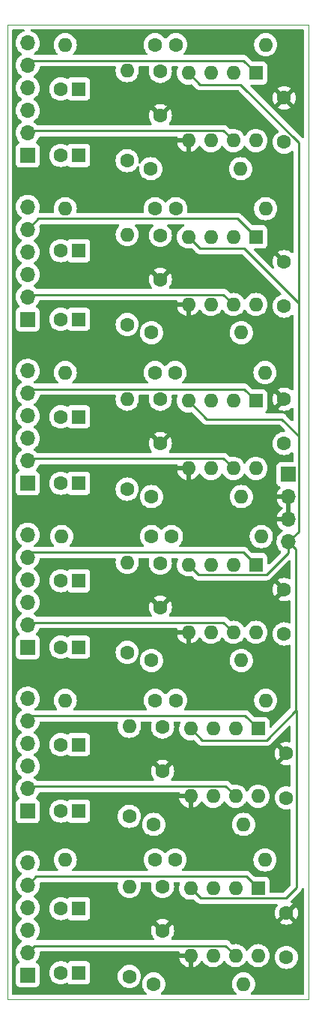
<source format=gbl>
G04 #@! TF.GenerationSoftware,KiCad,Pcbnew,(6.0.1)*
G04 #@! TF.CreationDate,2022-09-12T17:15:24+02:00*
G04 #@! TF.ProjectId,Output-mixer,4f757470-7574-42d6-9d69-7865722e6b69,rev?*
G04 #@! TF.SameCoordinates,Original*
G04 #@! TF.FileFunction,Copper,L2,Bot*
G04 #@! TF.FilePolarity,Positive*
%FSLAX46Y46*%
G04 Gerber Fmt 4.6, Leading zero omitted, Abs format (unit mm)*
G04 Created by KiCad (PCBNEW (6.0.1)) date 2022-09-12 17:15:24*
%MOMM*%
%LPD*%
G01*
G04 APERTURE LIST*
G04 #@! TA.AperFunction,Profile*
%ADD10C,0.050000*%
G04 #@! TD*
G04 #@! TA.AperFunction,ComponentPad*
%ADD11C,1.600000*%
G04 #@! TD*
G04 #@! TA.AperFunction,ComponentPad*
%ADD12O,1.600000X1.600000*%
G04 #@! TD*
G04 #@! TA.AperFunction,ComponentPad*
%ADD13R,1.700000X1.700000*%
G04 #@! TD*
G04 #@! TA.AperFunction,ComponentPad*
%ADD14O,1.700000X1.700000*%
G04 #@! TD*
G04 #@! TA.AperFunction,ComponentPad*
%ADD15R,1.600000X1.600000*%
G04 #@! TD*
G04 #@! TA.AperFunction,Conductor*
%ADD16C,0.250000*%
G04 #@! TD*
G04 APERTURE END LIST*
D10*
X104175000Y-39325000D02*
X138175000Y-39325000D01*
X138175000Y-149325000D02*
X104175000Y-149325000D01*
X104175000Y-39325000D02*
X104175000Y-149325000D01*
X138175000Y-39325000D02*
X138175000Y-149325000D01*
D11*
X121425000Y-86575000D03*
X121425000Y-81575000D03*
X120835000Y-133575000D03*
D12*
X110675000Y-133575000D03*
D11*
X117675000Y-54655000D03*
D12*
X117675000Y-44495000D03*
D13*
X106425000Y-109575000D03*
D14*
X106425000Y-107035000D03*
X106425000Y-104495000D03*
X106425000Y-101955000D03*
X106425000Y-99415000D03*
X106425000Y-96875000D03*
D11*
X135425000Y-52575000D03*
X135425000Y-47575000D03*
X120345000Y-55575000D03*
D12*
X130505000Y-55575000D03*
D11*
X135425000Y-108075000D03*
X135425000Y-103075000D03*
X120835000Y-78575000D03*
D12*
X110675000Y-78575000D03*
D11*
X120425000Y-111075000D03*
D12*
X130585000Y-111075000D03*
D11*
X120835000Y-115575000D03*
D12*
X110675000Y-115575000D03*
D13*
X106425000Y-146575000D03*
D14*
X106425000Y-144035000D03*
X106425000Y-141495000D03*
X106425000Y-138955000D03*
X106425000Y-136415000D03*
X106425000Y-133875000D03*
D11*
X121425000Y-49575000D03*
X121425000Y-44575000D03*
X117675000Y-110155000D03*
D12*
X117675000Y-99995000D03*
D11*
X121675000Y-118575000D03*
X121675000Y-123575000D03*
X135675000Y-144575000D03*
X135675000Y-139575000D03*
X117925000Y-146735000D03*
D12*
X117925000Y-136575000D03*
D11*
X120425000Y-92575000D03*
D12*
X130585000Y-92575000D03*
D15*
X132225000Y-81775000D03*
D12*
X129685000Y-81775000D03*
X127145000Y-81775000D03*
X124605000Y-81775000D03*
X124605000Y-89395000D03*
X127145000Y-89395000D03*
X129685000Y-89395000D03*
X132225000Y-89395000D03*
D11*
X120675000Y-147575000D03*
D12*
X130835000Y-147575000D03*
D15*
X132225000Y-100275000D03*
D12*
X129685000Y-100275000D03*
X127145000Y-100275000D03*
X124605000Y-100275000D03*
X124605000Y-107895000D03*
X127145000Y-107895000D03*
X129685000Y-107895000D03*
X132225000Y-107895000D03*
D11*
X120835000Y-41575000D03*
D12*
X110675000Y-41575000D03*
D11*
X135425000Y-86575000D03*
X135425000Y-81575000D03*
X123175000Y-115575000D03*
D12*
X133335000Y-115575000D03*
D11*
X123175000Y-60075000D03*
D12*
X133335000Y-60075000D03*
D11*
X117675000Y-73155000D03*
D12*
X117675000Y-62995000D03*
D13*
X135925000Y-90075000D03*
D14*
X135925000Y-92615000D03*
X135925000Y-95155000D03*
X135925000Y-97695000D03*
D11*
X117925000Y-128655000D03*
D12*
X117925000Y-118495000D03*
D11*
X123095000Y-78575000D03*
D12*
X133255000Y-78575000D03*
D11*
X120425000Y-74075000D03*
D12*
X130585000Y-74075000D03*
D11*
X123095000Y-133575000D03*
D12*
X133255000Y-133575000D03*
D11*
X120675000Y-129575000D03*
D12*
X130835000Y-129575000D03*
D11*
X122685000Y-97075000D03*
D12*
X132845000Y-97075000D03*
D13*
X106425000Y-72575000D03*
D14*
X106425000Y-70035000D03*
X106425000Y-67495000D03*
X106425000Y-64955000D03*
X106425000Y-62415000D03*
X106425000Y-59875000D03*
D11*
X121425000Y-100075000D03*
X121425000Y-105075000D03*
X135425000Y-71075000D03*
X135425000Y-66075000D03*
X121675000Y-136575000D03*
X121675000Y-141575000D03*
D13*
X106425000Y-128075000D03*
D14*
X106425000Y-125535000D03*
X106425000Y-122995000D03*
X106425000Y-120455000D03*
X106425000Y-117915000D03*
X106425000Y-115375000D03*
D11*
X120425000Y-97075000D03*
D12*
X110265000Y-97075000D03*
D11*
X117675000Y-91735000D03*
D12*
X117675000Y-81575000D03*
D11*
X123175000Y-41575000D03*
D12*
X133335000Y-41575000D03*
D15*
X132225000Y-63275000D03*
D12*
X129685000Y-63275000D03*
X127145000Y-63275000D03*
X124605000Y-63275000D03*
X124605000Y-70895000D03*
X127145000Y-70895000D03*
X129685000Y-70895000D03*
X132225000Y-70895000D03*
D15*
X132475000Y-118775000D03*
D12*
X129935000Y-118775000D03*
X127395000Y-118775000D03*
X124855000Y-118775000D03*
X124855000Y-126395000D03*
X127395000Y-126395000D03*
X129935000Y-126395000D03*
X132475000Y-126395000D03*
D11*
X120835000Y-60075000D03*
D12*
X110675000Y-60075000D03*
D11*
X135675000Y-126575000D03*
X135675000Y-121575000D03*
D13*
X106425000Y-91075000D03*
D14*
X106425000Y-88535000D03*
X106425000Y-85995000D03*
X106425000Y-83455000D03*
X106425000Y-80915000D03*
X106425000Y-78375000D03*
D11*
X121425000Y-68075000D03*
X121425000Y-63075000D03*
D15*
X132475000Y-136775000D03*
D12*
X129935000Y-136775000D03*
X127395000Y-136775000D03*
X124855000Y-136775000D03*
X124855000Y-144395000D03*
X127395000Y-144395000D03*
X129935000Y-144395000D03*
X132475000Y-144395000D03*
D13*
X106425000Y-54075000D03*
D14*
X106425000Y-51535000D03*
X106425000Y-48995000D03*
X106425000Y-46455000D03*
X106425000Y-43915000D03*
X106425000Y-41375000D03*
D15*
X132225000Y-44775000D03*
D12*
X129685000Y-44775000D03*
X127145000Y-44775000D03*
X124605000Y-44775000D03*
X124605000Y-52395000D03*
X127145000Y-52395000D03*
X129685000Y-52395000D03*
X132225000Y-52395000D03*
D15*
X112175000Y-109575000D03*
D11*
X110175000Y-109575000D03*
D15*
X112175000Y-102075000D03*
D11*
X110175000Y-102075000D03*
D15*
X112175000Y-139075000D03*
D11*
X110175000Y-139075000D03*
D15*
X112175000Y-91075000D03*
D11*
X110175000Y-91075000D03*
D15*
X112175000Y-120575000D03*
D11*
X110175000Y-120575000D03*
D15*
X112175000Y-128075000D03*
D11*
X110175000Y-128075000D03*
D15*
X112175000Y-64825000D03*
D11*
X110175000Y-64825000D03*
D15*
X112175000Y-54075000D03*
D11*
X110175000Y-54075000D03*
D15*
X112175000Y-72575000D03*
D11*
X110175000Y-72575000D03*
D15*
X112175000Y-46575000D03*
D11*
X110175000Y-46575000D03*
D15*
X112175000Y-83575000D03*
D11*
X110175000Y-83575000D03*
D15*
X112175000Y-146325000D03*
D11*
X110175000Y-146325000D03*
D16*
X135925000Y-97695000D02*
X137099511Y-96520489D01*
X135925000Y-97695000D02*
X135925000Y-98897081D01*
X135925000Y-97695000D02*
X136775000Y-98545000D01*
X126155000Y-120075000D02*
X124855000Y-118775000D01*
X136775000Y-98545000D02*
X136775000Y-116724022D01*
X136799511Y-116748533D02*
X136799511Y-136700489D01*
X133424022Y-120075000D02*
X126155000Y-120075000D01*
X135925000Y-98897081D02*
X133422570Y-101399511D01*
X137099511Y-96520489D02*
X137099511Y-85749511D01*
X130515300Y-46075000D02*
X125905000Y-46075000D01*
X130925000Y-64575000D02*
X125905000Y-64575000D01*
X125905000Y-46075000D02*
X124605000Y-44775000D01*
X135600489Y-137899511D02*
X125979511Y-137899511D01*
X125905000Y-64575000D02*
X124605000Y-63275000D01*
X136775000Y-116724022D02*
X136799511Y-116748533D01*
X135175000Y-83825000D02*
X126655000Y-83825000D01*
X137099511Y-85749511D02*
X137099511Y-71249511D01*
X136775000Y-116724022D02*
X133424022Y-120075000D01*
X125729511Y-101399511D02*
X124605000Y-100275000D01*
X126655000Y-83825000D02*
X124605000Y-81775000D01*
X125979511Y-137899511D02*
X124855000Y-136775000D01*
X137099511Y-71249511D02*
X137099511Y-52659211D01*
X137099511Y-52659211D02*
X130515300Y-46075000D01*
X137099511Y-71249511D02*
X137099511Y-70749511D01*
X137099511Y-85749511D02*
X135175000Y-83825000D01*
X137099511Y-70749511D02*
X130925000Y-64575000D01*
X136799511Y-136700489D02*
X135600489Y-137899511D01*
X133422570Y-101399511D02*
X125729511Y-101399511D01*
X132225000Y-44775000D02*
X130820489Y-43370489D01*
X106969511Y-43370489D02*
X106425000Y-43915000D01*
X130820489Y-43370489D02*
X106969511Y-43370489D01*
X130149511Y-61199511D02*
X107640489Y-61199511D01*
X107640489Y-61199511D02*
X106425000Y-62415000D01*
X132225000Y-63275000D02*
X130149511Y-61199511D01*
X132225000Y-81775000D02*
X130900489Y-80450489D01*
X130900489Y-80450489D02*
X106889511Y-80450489D01*
X106889511Y-80450489D02*
X106425000Y-80915000D01*
X132225000Y-100275000D02*
X130820489Y-98870489D01*
X130820489Y-98870489D02*
X106969511Y-98870489D01*
X106969511Y-98870489D02*
X106425000Y-99415000D01*
X106689511Y-51270489D02*
X128560489Y-51270489D01*
X106425000Y-51535000D02*
X106689511Y-51270489D01*
X128560489Y-51270489D02*
X129685000Y-52395000D01*
X132475000Y-118775000D02*
X131025000Y-117325000D01*
X131025000Y-117325000D02*
X107015000Y-117325000D01*
X107015000Y-117325000D02*
X106425000Y-117915000D01*
X106689511Y-69770489D02*
X106425000Y-70035000D01*
X128560489Y-69770489D02*
X106689511Y-69770489D01*
X129685000Y-70895000D02*
X128560489Y-69770489D01*
X129685000Y-89395000D02*
X128560489Y-88270489D01*
X106689511Y-88270489D02*
X106425000Y-88535000D01*
X128560489Y-88270489D02*
X106689511Y-88270489D01*
X128560489Y-106770489D02*
X106689511Y-106770489D01*
X129685000Y-107895000D02*
X128560489Y-106770489D01*
X106689511Y-106770489D02*
X106425000Y-107035000D01*
X131150489Y-135450489D02*
X107389511Y-135450489D01*
X132475000Y-136775000D02*
X131150489Y-135450489D01*
X107389511Y-135450489D02*
X106425000Y-136415000D01*
X129935000Y-126395000D02*
X128810489Y-125270489D01*
X128810489Y-125270489D02*
X106689511Y-125270489D01*
X106689511Y-125270489D02*
X106425000Y-125535000D01*
X128810489Y-143270489D02*
X107189511Y-143270489D01*
X129935000Y-144395000D02*
X128810489Y-143270489D01*
X107189511Y-143270489D02*
X106425000Y-144035000D01*
G04 #@! TA.AperFunction,Conductor*
G36*
X106046863Y-39853002D02*
G01*
X106093356Y-39906658D01*
X106103460Y-39976932D01*
X106073966Y-40041512D01*
X106017887Y-40078765D01*
X105896756Y-40118357D01*
X105698607Y-40221507D01*
X105694474Y-40224610D01*
X105694471Y-40224612D01*
X105539835Y-40340716D01*
X105519965Y-40355635D01*
X105365629Y-40517138D01*
X105239743Y-40701680D01*
X105224003Y-40735590D01*
X105162138Y-40868867D01*
X105145688Y-40904305D01*
X105085989Y-41119570D01*
X105062251Y-41341695D01*
X105062548Y-41346848D01*
X105062548Y-41346851D01*
X105068011Y-41441590D01*
X105075110Y-41564715D01*
X105076247Y-41569761D01*
X105076248Y-41569767D01*
X105096119Y-41657939D01*
X105124222Y-41782639D01*
X105208266Y-41989616D01*
X105232538Y-42029225D01*
X105313965Y-42162101D01*
X105324987Y-42180088D01*
X105471250Y-42348938D01*
X105643126Y-42491632D01*
X105706179Y-42528477D01*
X105716445Y-42534476D01*
X105765169Y-42586114D01*
X105778240Y-42655897D01*
X105751509Y-42721669D01*
X105711055Y-42755027D01*
X105698607Y-42761507D01*
X105694474Y-42764610D01*
X105694471Y-42764612D01*
X105524100Y-42892530D01*
X105519965Y-42895635D01*
X105365629Y-43057138D01*
X105239743Y-43241680D01*
X105145688Y-43444305D01*
X105085989Y-43659570D01*
X105062251Y-43881695D01*
X105062548Y-43886848D01*
X105062548Y-43886851D01*
X105071875Y-44048615D01*
X105075110Y-44104715D01*
X105076247Y-44109761D01*
X105076248Y-44109767D01*
X105079852Y-44125757D01*
X105124222Y-44322639D01*
X105208266Y-44529616D01*
X105324987Y-44720088D01*
X105471250Y-44888938D01*
X105643126Y-45031632D01*
X105713595Y-45072811D01*
X105716445Y-45074476D01*
X105765169Y-45126114D01*
X105778240Y-45195897D01*
X105751509Y-45261669D01*
X105711055Y-45295027D01*
X105698607Y-45301507D01*
X105694474Y-45304610D01*
X105694471Y-45304612D01*
X105524100Y-45432530D01*
X105519965Y-45435635D01*
X105512878Y-45443051D01*
X105380862Y-45581198D01*
X105365629Y-45597138D01*
X105362715Y-45601410D01*
X105362714Y-45601411D01*
X105319552Y-45664684D01*
X105239743Y-45781680D01*
X105200084Y-45867119D01*
X105170394Y-45931081D01*
X105145688Y-45984305D01*
X105085989Y-46199570D01*
X105062251Y-46421695D01*
X105062548Y-46426848D01*
X105062548Y-46426851D01*
X105068577Y-46531413D01*
X105075110Y-46644715D01*
X105076247Y-46649761D01*
X105076248Y-46649767D01*
X105086674Y-46696027D01*
X105124222Y-46862639D01*
X105208266Y-47069616D01*
X105259019Y-47152438D01*
X105294576Y-47210461D01*
X105324987Y-47260088D01*
X105471250Y-47428938D01*
X105643126Y-47571632D01*
X105665284Y-47584580D01*
X105716445Y-47614476D01*
X105765169Y-47666114D01*
X105778240Y-47735897D01*
X105751509Y-47801669D01*
X105711055Y-47835027D01*
X105698607Y-47841507D01*
X105694474Y-47844610D01*
X105694471Y-47844612D01*
X105558074Y-47947022D01*
X105519965Y-47975635D01*
X105365629Y-48137138D01*
X105239743Y-48321680D01*
X105224003Y-48355590D01*
X105162546Y-48487988D01*
X105145688Y-48524305D01*
X105085989Y-48739570D01*
X105062251Y-48961695D01*
X105062548Y-48966848D01*
X105062548Y-48966851D01*
X105068011Y-49061590D01*
X105075110Y-49184715D01*
X105076247Y-49189761D01*
X105076248Y-49189767D01*
X105096119Y-49277939D01*
X105124222Y-49402639D01*
X105208266Y-49609616D01*
X105324987Y-49800088D01*
X105471250Y-49968938D01*
X105643126Y-50111632D01*
X105713595Y-50152811D01*
X105716445Y-50154476D01*
X105765169Y-50206114D01*
X105778240Y-50275897D01*
X105751509Y-50341669D01*
X105711055Y-50375027D01*
X105698607Y-50381507D01*
X105694474Y-50384610D01*
X105694471Y-50384612D01*
X105550036Y-50493057D01*
X105519965Y-50515635D01*
X105516393Y-50519373D01*
X105404531Y-50636430D01*
X105365629Y-50677138D01*
X105362715Y-50681410D01*
X105362714Y-50681411D01*
X105319923Y-50744141D01*
X105239743Y-50861680D01*
X105145688Y-51064305D01*
X105085989Y-51279570D01*
X105062251Y-51501695D01*
X105062548Y-51506848D01*
X105062548Y-51506851D01*
X105065938Y-51565643D01*
X105075110Y-51724715D01*
X105076247Y-51729761D01*
X105076248Y-51729767D01*
X105079284Y-51743238D01*
X105124222Y-51942639D01*
X105208266Y-52149616D01*
X105248124Y-52214658D01*
X105307177Y-52311024D01*
X105324987Y-52340088D01*
X105471250Y-52508938D01*
X105475230Y-52512242D01*
X105479981Y-52516187D01*
X105519616Y-52575090D01*
X105521113Y-52646071D01*
X105483997Y-52706593D01*
X105443724Y-52731112D01*
X105328295Y-52774385D01*
X105211739Y-52861739D01*
X105124385Y-52978295D01*
X105073255Y-53114684D01*
X105066500Y-53176866D01*
X105066500Y-54973134D01*
X105073255Y-55035316D01*
X105124385Y-55171705D01*
X105211739Y-55288261D01*
X105328295Y-55375615D01*
X105464684Y-55426745D01*
X105526866Y-55433500D01*
X107323134Y-55433500D01*
X107385316Y-55426745D01*
X107521705Y-55375615D01*
X107638261Y-55288261D01*
X107725615Y-55171705D01*
X107776745Y-55035316D01*
X107783500Y-54973134D01*
X107783500Y-54075000D01*
X108861502Y-54075000D01*
X108881457Y-54303087D01*
X108940716Y-54524243D01*
X108943039Y-54529224D01*
X108943039Y-54529225D01*
X109035151Y-54726762D01*
X109035154Y-54726767D01*
X109037477Y-54731749D01*
X109168802Y-54919300D01*
X109330700Y-55081198D01*
X109335208Y-55084355D01*
X109335211Y-55084357D01*
X109388550Y-55121705D01*
X109518251Y-55212523D01*
X109523233Y-55214846D01*
X109523238Y-55214849D01*
X109720775Y-55306961D01*
X109725757Y-55309284D01*
X109731065Y-55310706D01*
X109731067Y-55310707D01*
X109941598Y-55367119D01*
X109941600Y-55367119D01*
X109946913Y-55368543D01*
X110175000Y-55388498D01*
X110403087Y-55368543D01*
X110408400Y-55367119D01*
X110408402Y-55367119D01*
X110618933Y-55310707D01*
X110618935Y-55310706D01*
X110624243Y-55309284D01*
X110629225Y-55306961D01*
X110826762Y-55214849D01*
X110826767Y-55214846D01*
X110831749Y-55212523D01*
X110837202Y-55208705D01*
X110837686Y-55208541D01*
X110841019Y-55206617D01*
X110841406Y-55207287D01*
X110904474Y-55186012D01*
X110973335Y-55203293D01*
X110998737Y-55226002D01*
X111000008Y-55224731D01*
X111006358Y-55231081D01*
X111011739Y-55238261D01*
X111128295Y-55325615D01*
X111264684Y-55376745D01*
X111326866Y-55383500D01*
X113023134Y-55383500D01*
X113085316Y-55376745D01*
X113221705Y-55325615D01*
X113338261Y-55238261D01*
X113425615Y-55121705D01*
X113476745Y-54985316D01*
X113483500Y-54923134D01*
X113483500Y-54655000D01*
X116361502Y-54655000D01*
X116381457Y-54883087D01*
X116382881Y-54888400D01*
X116382881Y-54888402D01*
X116435388Y-55084357D01*
X116440716Y-55104243D01*
X116443039Y-55109224D01*
X116443039Y-55109225D01*
X116535151Y-55306762D01*
X116535154Y-55306767D01*
X116537477Y-55311749D01*
X116668802Y-55499300D01*
X116830700Y-55661198D01*
X116835208Y-55664355D01*
X116835211Y-55664357D01*
X116913389Y-55719098D01*
X117018251Y-55792523D01*
X117023233Y-55794846D01*
X117023238Y-55794849D01*
X117220775Y-55886961D01*
X117225757Y-55889284D01*
X117231065Y-55890706D01*
X117231067Y-55890707D01*
X117441598Y-55947119D01*
X117441600Y-55947119D01*
X117446913Y-55948543D01*
X117675000Y-55968498D01*
X117903087Y-55948543D01*
X117908400Y-55947119D01*
X117908402Y-55947119D01*
X118118933Y-55890707D01*
X118118935Y-55890706D01*
X118124243Y-55889284D01*
X118129225Y-55886961D01*
X118326762Y-55794849D01*
X118326767Y-55794846D01*
X118331749Y-55792523D01*
X118436611Y-55719098D01*
X118514789Y-55664357D01*
X118514792Y-55664355D01*
X118519300Y-55661198D01*
X118681198Y-55499300D01*
X118727272Y-55433500D01*
X118809369Y-55316254D01*
X118809371Y-55316250D01*
X118812523Y-55311749D01*
X118814085Y-55308400D01*
X118865064Y-55259793D01*
X118934778Y-55246358D01*
X119000689Y-55272746D01*
X119041870Y-55330578D01*
X119048320Y-55382769D01*
X119031502Y-55575000D01*
X119051457Y-55803087D01*
X119052881Y-55808400D01*
X119052881Y-55808402D01*
X119090051Y-55947119D01*
X119110716Y-56024243D01*
X119113039Y-56029224D01*
X119113039Y-56029225D01*
X119205151Y-56226762D01*
X119205154Y-56226767D01*
X119207477Y-56231749D01*
X119338802Y-56419300D01*
X119500700Y-56581198D01*
X119505208Y-56584355D01*
X119505211Y-56584357D01*
X119583389Y-56639098D01*
X119688251Y-56712523D01*
X119693233Y-56714846D01*
X119693238Y-56714849D01*
X119890775Y-56806961D01*
X119895757Y-56809284D01*
X119901065Y-56810706D01*
X119901067Y-56810707D01*
X120111598Y-56867119D01*
X120111600Y-56867119D01*
X120116913Y-56868543D01*
X120345000Y-56888498D01*
X120573087Y-56868543D01*
X120578400Y-56867119D01*
X120578402Y-56867119D01*
X120788933Y-56810707D01*
X120788935Y-56810706D01*
X120794243Y-56809284D01*
X120799225Y-56806961D01*
X120996762Y-56714849D01*
X120996767Y-56714846D01*
X121001749Y-56712523D01*
X121106611Y-56639098D01*
X121184789Y-56584357D01*
X121184792Y-56584355D01*
X121189300Y-56581198D01*
X121351198Y-56419300D01*
X121482523Y-56231749D01*
X121484846Y-56226767D01*
X121484849Y-56226762D01*
X121576961Y-56029225D01*
X121576961Y-56029224D01*
X121579284Y-56024243D01*
X121599950Y-55947119D01*
X121637119Y-55808402D01*
X121637119Y-55808400D01*
X121638543Y-55803087D01*
X121658498Y-55575000D01*
X129191502Y-55575000D01*
X129211457Y-55803087D01*
X129212881Y-55808400D01*
X129212881Y-55808402D01*
X129250051Y-55947119D01*
X129270716Y-56024243D01*
X129273039Y-56029224D01*
X129273039Y-56029225D01*
X129365151Y-56226762D01*
X129365154Y-56226767D01*
X129367477Y-56231749D01*
X129498802Y-56419300D01*
X129660700Y-56581198D01*
X129665208Y-56584355D01*
X129665211Y-56584357D01*
X129743389Y-56639098D01*
X129848251Y-56712523D01*
X129853233Y-56714846D01*
X129853238Y-56714849D01*
X130050775Y-56806961D01*
X130055757Y-56809284D01*
X130061065Y-56810706D01*
X130061067Y-56810707D01*
X130271598Y-56867119D01*
X130271600Y-56867119D01*
X130276913Y-56868543D01*
X130505000Y-56888498D01*
X130733087Y-56868543D01*
X130738400Y-56867119D01*
X130738402Y-56867119D01*
X130948933Y-56810707D01*
X130948935Y-56810706D01*
X130954243Y-56809284D01*
X130959225Y-56806961D01*
X131156762Y-56714849D01*
X131156767Y-56714846D01*
X131161749Y-56712523D01*
X131266611Y-56639098D01*
X131344789Y-56584357D01*
X131344792Y-56584355D01*
X131349300Y-56581198D01*
X131511198Y-56419300D01*
X131642523Y-56231749D01*
X131644846Y-56226767D01*
X131644849Y-56226762D01*
X131736961Y-56029225D01*
X131736961Y-56029224D01*
X131739284Y-56024243D01*
X131759950Y-55947119D01*
X131797119Y-55808402D01*
X131797119Y-55808400D01*
X131798543Y-55803087D01*
X131818498Y-55575000D01*
X131798543Y-55346913D01*
X131787838Y-55306961D01*
X131740707Y-55131067D01*
X131740706Y-55131065D01*
X131739284Y-55125757D01*
X131673796Y-54985316D01*
X131644849Y-54923238D01*
X131644846Y-54923233D01*
X131642523Y-54918251D01*
X131511198Y-54730700D01*
X131349300Y-54568802D01*
X131344792Y-54565645D01*
X131344789Y-54565643D01*
X131266611Y-54510902D01*
X131161749Y-54437477D01*
X131156767Y-54435154D01*
X131156762Y-54435151D01*
X130959225Y-54343039D01*
X130959224Y-54343039D01*
X130954243Y-54340716D01*
X130948935Y-54339294D01*
X130948933Y-54339293D01*
X130738402Y-54282881D01*
X130738400Y-54282881D01*
X130733087Y-54281457D01*
X130505000Y-54261502D01*
X130276913Y-54281457D01*
X130271600Y-54282881D01*
X130271598Y-54282881D01*
X130061067Y-54339293D01*
X130061065Y-54339294D01*
X130055757Y-54340716D01*
X130050776Y-54343039D01*
X130050775Y-54343039D01*
X129853238Y-54435151D01*
X129853233Y-54435154D01*
X129848251Y-54437477D01*
X129743389Y-54510902D01*
X129665211Y-54565643D01*
X129665208Y-54565645D01*
X129660700Y-54568802D01*
X129498802Y-54730700D01*
X129367477Y-54918251D01*
X129365154Y-54923233D01*
X129365151Y-54923238D01*
X129336204Y-54985316D01*
X129270716Y-55125757D01*
X129269294Y-55131065D01*
X129269293Y-55131067D01*
X129222162Y-55306961D01*
X129211457Y-55346913D01*
X129191502Y-55575000D01*
X121658498Y-55575000D01*
X121638543Y-55346913D01*
X121627838Y-55306961D01*
X121580707Y-55131067D01*
X121580706Y-55131065D01*
X121579284Y-55125757D01*
X121513796Y-54985316D01*
X121484849Y-54923238D01*
X121484846Y-54923233D01*
X121482523Y-54918251D01*
X121351198Y-54730700D01*
X121189300Y-54568802D01*
X121184792Y-54565645D01*
X121184789Y-54565643D01*
X121106611Y-54510902D01*
X121001749Y-54437477D01*
X120996767Y-54435154D01*
X120996762Y-54435151D01*
X120799225Y-54343039D01*
X120799224Y-54343039D01*
X120794243Y-54340716D01*
X120788935Y-54339294D01*
X120788933Y-54339293D01*
X120578402Y-54282881D01*
X120578400Y-54282881D01*
X120573087Y-54281457D01*
X120345000Y-54261502D01*
X120116913Y-54281457D01*
X120111600Y-54282881D01*
X120111598Y-54282881D01*
X119901067Y-54339293D01*
X119901065Y-54339294D01*
X119895757Y-54340716D01*
X119890776Y-54343039D01*
X119890775Y-54343039D01*
X119693238Y-54435151D01*
X119693233Y-54435154D01*
X119688251Y-54437477D01*
X119583389Y-54510902D01*
X119505211Y-54565643D01*
X119505208Y-54565645D01*
X119500700Y-54568802D01*
X119338802Y-54730700D01*
X119335645Y-54735208D01*
X119335643Y-54735211D01*
X119210634Y-54913743D01*
X119207477Y-54918251D01*
X119205915Y-54921600D01*
X119154936Y-54970207D01*
X119085222Y-54983642D01*
X119019311Y-54957254D01*
X118978130Y-54899422D01*
X118971680Y-54847231D01*
X118988019Y-54660475D01*
X118988498Y-54655000D01*
X118968543Y-54426913D01*
X118946069Y-54343039D01*
X118910707Y-54211067D01*
X118910706Y-54211065D01*
X118909284Y-54205757D01*
X118906961Y-54200775D01*
X118814849Y-54003238D01*
X118814846Y-54003233D01*
X118812523Y-53998251D01*
X118681198Y-53810700D01*
X118519300Y-53648802D01*
X118514792Y-53645645D01*
X118514789Y-53645643D01*
X118416595Y-53576887D01*
X118331749Y-53517477D01*
X118326767Y-53515154D01*
X118326762Y-53515151D01*
X118129225Y-53423039D01*
X118129224Y-53423039D01*
X118124243Y-53420716D01*
X118118935Y-53419294D01*
X118118933Y-53419293D01*
X117908402Y-53362881D01*
X117908400Y-53362881D01*
X117903087Y-53361457D01*
X117675000Y-53341502D01*
X117446913Y-53361457D01*
X117441600Y-53362881D01*
X117441598Y-53362881D01*
X117231067Y-53419293D01*
X117231065Y-53419294D01*
X117225757Y-53420716D01*
X117220776Y-53423039D01*
X117220775Y-53423039D01*
X117023238Y-53515151D01*
X117023233Y-53515154D01*
X117018251Y-53517477D01*
X116933405Y-53576887D01*
X116835211Y-53645643D01*
X116835208Y-53645645D01*
X116830700Y-53648802D01*
X116668802Y-53810700D01*
X116537477Y-53998251D01*
X116535154Y-54003233D01*
X116535151Y-54003238D01*
X116443039Y-54200775D01*
X116440716Y-54205757D01*
X116439294Y-54211065D01*
X116439293Y-54211067D01*
X116403931Y-54343039D01*
X116381457Y-54426913D01*
X116361502Y-54655000D01*
X113483500Y-54655000D01*
X113483500Y-53226866D01*
X113476745Y-53164684D01*
X113425615Y-53028295D01*
X113338261Y-52911739D01*
X113221705Y-52824385D01*
X113085316Y-52773255D01*
X113023134Y-52766500D01*
X111326866Y-52766500D01*
X111264684Y-52773255D01*
X111128295Y-52824385D01*
X111011739Y-52911739D01*
X111006358Y-52918919D01*
X111000008Y-52925269D01*
X110997768Y-52923029D01*
X110953435Y-52956171D01*
X110882616Y-52961190D01*
X110841210Y-52943051D01*
X110841019Y-52943383D01*
X110838036Y-52941661D01*
X110837203Y-52941296D01*
X110831749Y-52937477D01*
X110826767Y-52935154D01*
X110826762Y-52935151D01*
X110629225Y-52843039D01*
X110629224Y-52843039D01*
X110624243Y-52840716D01*
X110618935Y-52839294D01*
X110618933Y-52839293D01*
X110408402Y-52782881D01*
X110408400Y-52782881D01*
X110403087Y-52781457D01*
X110175000Y-52761502D01*
X109946913Y-52781457D01*
X109941600Y-52782881D01*
X109941598Y-52782881D01*
X109731067Y-52839293D01*
X109731065Y-52839294D01*
X109725757Y-52840716D01*
X109720776Y-52843039D01*
X109720775Y-52843039D01*
X109523238Y-52935151D01*
X109523233Y-52935154D01*
X109518251Y-52937477D01*
X109470220Y-52971109D01*
X109335211Y-53065643D01*
X109335208Y-53065645D01*
X109330700Y-53068802D01*
X109168802Y-53230700D01*
X109037477Y-53418251D01*
X109035154Y-53423233D01*
X109035151Y-53423238D01*
X108983107Y-53534849D01*
X108940716Y-53625757D01*
X108939294Y-53631065D01*
X108939293Y-53631067D01*
X108882881Y-53841598D01*
X108881457Y-53846913D01*
X108861502Y-54075000D01*
X107783500Y-54075000D01*
X107783500Y-53176866D01*
X107776745Y-53114684D01*
X107725615Y-52978295D01*
X107638261Y-52861739D01*
X107521705Y-52774385D01*
X107500672Y-52766500D01*
X107403203Y-52729960D01*
X107346439Y-52687318D01*
X107336867Y-52661522D01*
X123322273Y-52661522D01*
X123369764Y-52838761D01*
X123373510Y-52849053D01*
X123465586Y-53046511D01*
X123471069Y-53056007D01*
X123596028Y-53234467D01*
X123603084Y-53242875D01*
X123757125Y-53396916D01*
X123765533Y-53403972D01*
X123943993Y-53528931D01*
X123953489Y-53534414D01*
X124150947Y-53626490D01*
X124161239Y-53630236D01*
X124333503Y-53676394D01*
X124347599Y-53676058D01*
X124351000Y-53668116D01*
X124351000Y-52667115D01*
X124346525Y-52651876D01*
X124345135Y-52650671D01*
X124337452Y-52649000D01*
X123337033Y-52649000D01*
X123323502Y-52652973D01*
X123322273Y-52661522D01*
X107336867Y-52661522D01*
X107321739Y-52620756D01*
X107336947Y-52551408D01*
X107358493Y-52522727D01*
X107459435Y-52422137D01*
X107463096Y-52418489D01*
X107479975Y-52395000D01*
X107590435Y-52241277D01*
X107593453Y-52237077D01*
X107631052Y-52161002D01*
X107690136Y-52041453D01*
X107690137Y-52041451D01*
X107692430Y-52036811D01*
X107705632Y-51993359D01*
X107744574Y-51933995D01*
X107809428Y-51905109D01*
X107826190Y-51903989D01*
X123218218Y-51903989D01*
X123286339Y-51923991D01*
X123332832Y-51977647D01*
X123342936Y-52047921D01*
X123339925Y-52062600D01*
X123323606Y-52123503D01*
X123323942Y-52137599D01*
X123331884Y-52141000D01*
X124733000Y-52141000D01*
X124801121Y-52161002D01*
X124847614Y-52214658D01*
X124859000Y-52267000D01*
X124859000Y-53662967D01*
X124862973Y-53676498D01*
X124871522Y-53677727D01*
X125048761Y-53630236D01*
X125059053Y-53626490D01*
X125256511Y-53534414D01*
X125266007Y-53528931D01*
X125444467Y-53403972D01*
X125452875Y-53396916D01*
X125606916Y-53242875D01*
X125613972Y-53234467D01*
X125738931Y-53056007D01*
X125744414Y-53046511D01*
X125760529Y-53011951D01*
X125807446Y-52958666D01*
X125875723Y-52939205D01*
X125943683Y-52959747D01*
X125988919Y-53011951D01*
X126005151Y-53046762D01*
X126005154Y-53046767D01*
X126007477Y-53051749D01*
X126046364Y-53107285D01*
X126133515Y-53231749D01*
X126138802Y-53239300D01*
X126300700Y-53401198D01*
X126305208Y-53404355D01*
X126305211Y-53404357D01*
X126332176Y-53423238D01*
X126488251Y-53532523D01*
X126493233Y-53534846D01*
X126493238Y-53534849D01*
X126677509Y-53620775D01*
X126695757Y-53629284D01*
X126701065Y-53630706D01*
X126701067Y-53630707D01*
X126911598Y-53687119D01*
X126911600Y-53687119D01*
X126916913Y-53688543D01*
X127145000Y-53708498D01*
X127373087Y-53688543D01*
X127378400Y-53687119D01*
X127378402Y-53687119D01*
X127588933Y-53630707D01*
X127588935Y-53630706D01*
X127594243Y-53629284D01*
X127612491Y-53620775D01*
X127796762Y-53534849D01*
X127796767Y-53534846D01*
X127801749Y-53532523D01*
X127957824Y-53423238D01*
X127984789Y-53404357D01*
X127984792Y-53404355D01*
X127989300Y-53401198D01*
X128151198Y-53239300D01*
X128156486Y-53231749D01*
X128243636Y-53107285D01*
X128282523Y-53051749D01*
X128284846Y-53046767D01*
X128284849Y-53046762D01*
X128300805Y-53012543D01*
X128347722Y-52959258D01*
X128415999Y-52939797D01*
X128483959Y-52960339D01*
X128529195Y-53012543D01*
X128545151Y-53046762D01*
X128545154Y-53046767D01*
X128547477Y-53051749D01*
X128586364Y-53107285D01*
X128673515Y-53231749D01*
X128678802Y-53239300D01*
X128840700Y-53401198D01*
X128845208Y-53404355D01*
X128845211Y-53404357D01*
X128872176Y-53423238D01*
X129028251Y-53532523D01*
X129033233Y-53534846D01*
X129033238Y-53534849D01*
X129217509Y-53620775D01*
X129235757Y-53629284D01*
X129241065Y-53630706D01*
X129241067Y-53630707D01*
X129451598Y-53687119D01*
X129451600Y-53687119D01*
X129456913Y-53688543D01*
X129685000Y-53708498D01*
X129913087Y-53688543D01*
X129918400Y-53687119D01*
X129918402Y-53687119D01*
X130128933Y-53630707D01*
X130128935Y-53630706D01*
X130134243Y-53629284D01*
X130152491Y-53620775D01*
X130336762Y-53534849D01*
X130336767Y-53534846D01*
X130341749Y-53532523D01*
X130497824Y-53423238D01*
X130524789Y-53404357D01*
X130524792Y-53404355D01*
X130529300Y-53401198D01*
X130691198Y-53239300D01*
X130696486Y-53231749D01*
X130783636Y-53107285D01*
X130822523Y-53051749D01*
X130824846Y-53046767D01*
X130824849Y-53046762D01*
X130840805Y-53012543D01*
X130887722Y-52959258D01*
X130955999Y-52939797D01*
X131023959Y-52960339D01*
X131069195Y-53012543D01*
X131085151Y-53046762D01*
X131085154Y-53046767D01*
X131087477Y-53051749D01*
X131126364Y-53107285D01*
X131213515Y-53231749D01*
X131218802Y-53239300D01*
X131380700Y-53401198D01*
X131385208Y-53404355D01*
X131385211Y-53404357D01*
X131412176Y-53423238D01*
X131568251Y-53532523D01*
X131573233Y-53534846D01*
X131573238Y-53534849D01*
X131757509Y-53620775D01*
X131775757Y-53629284D01*
X131781065Y-53630706D01*
X131781067Y-53630707D01*
X131991598Y-53687119D01*
X131991600Y-53687119D01*
X131996913Y-53688543D01*
X132225000Y-53708498D01*
X132453087Y-53688543D01*
X132458400Y-53687119D01*
X132458402Y-53687119D01*
X132668933Y-53630707D01*
X132668935Y-53630706D01*
X132674243Y-53629284D01*
X132692491Y-53620775D01*
X132876762Y-53534849D01*
X132876767Y-53534846D01*
X132881749Y-53532523D01*
X133037824Y-53423238D01*
X133064789Y-53404357D01*
X133064792Y-53404355D01*
X133069300Y-53401198D01*
X133231198Y-53239300D01*
X133236486Y-53231749D01*
X133323636Y-53107285D01*
X133362523Y-53051749D01*
X133364846Y-53046767D01*
X133364849Y-53046762D01*
X133456961Y-52849225D01*
X133456961Y-52849224D01*
X133459284Y-52844243D01*
X133476560Y-52779771D01*
X133517119Y-52628402D01*
X133517119Y-52628400D01*
X133518543Y-52623087D01*
X133538498Y-52395000D01*
X133518543Y-52166913D01*
X133506180Y-52120775D01*
X133460707Y-51951067D01*
X133460706Y-51951065D01*
X133459284Y-51945757D01*
X133456961Y-51940775D01*
X133364849Y-51743238D01*
X133364846Y-51743233D01*
X133362523Y-51738251D01*
X133243873Y-51568802D01*
X133234357Y-51555211D01*
X133234355Y-51555208D01*
X133231198Y-51550700D01*
X133069300Y-51388802D01*
X133064792Y-51385645D01*
X133064789Y-51385643D01*
X132913301Y-51279570D01*
X132881749Y-51257477D01*
X132876767Y-51255154D01*
X132876762Y-51255151D01*
X132679225Y-51163039D01*
X132679224Y-51163039D01*
X132674243Y-51160716D01*
X132668935Y-51159294D01*
X132668933Y-51159293D01*
X132458402Y-51102881D01*
X132458400Y-51102881D01*
X132453087Y-51101457D01*
X132225000Y-51081502D01*
X131996913Y-51101457D01*
X131991600Y-51102881D01*
X131991598Y-51102881D01*
X131781067Y-51159293D01*
X131781065Y-51159294D01*
X131775757Y-51160716D01*
X131770776Y-51163039D01*
X131770775Y-51163039D01*
X131573238Y-51255151D01*
X131573233Y-51255154D01*
X131568251Y-51257477D01*
X131536699Y-51279570D01*
X131385211Y-51385643D01*
X131385208Y-51385645D01*
X131380700Y-51388802D01*
X131218802Y-51550700D01*
X131215645Y-51555208D01*
X131215643Y-51555211D01*
X131206127Y-51568802D01*
X131087477Y-51738251D01*
X131085154Y-51743233D01*
X131085151Y-51743238D01*
X131069195Y-51777457D01*
X131022278Y-51830742D01*
X130954001Y-51850203D01*
X130886041Y-51829661D01*
X130840805Y-51777457D01*
X130824849Y-51743238D01*
X130824846Y-51743233D01*
X130822523Y-51738251D01*
X130703873Y-51568802D01*
X130694357Y-51555211D01*
X130694355Y-51555208D01*
X130691198Y-51550700D01*
X130529300Y-51388802D01*
X130524792Y-51385645D01*
X130524789Y-51385643D01*
X130373301Y-51279570D01*
X130341749Y-51257477D01*
X130336767Y-51255154D01*
X130336762Y-51255151D01*
X130139225Y-51163039D01*
X130139224Y-51163039D01*
X130134243Y-51160716D01*
X130128935Y-51159294D01*
X130128933Y-51159293D01*
X129918402Y-51102881D01*
X129918400Y-51102881D01*
X129913087Y-51101457D01*
X129685000Y-51081502D01*
X129456913Y-51101457D01*
X129451608Y-51102879D01*
X129451594Y-51102881D01*
X129393461Y-51118459D01*
X129322484Y-51116771D01*
X129271752Y-51085848D01*
X129064136Y-50878231D01*
X129056602Y-50869952D01*
X129052489Y-50863471D01*
X129002837Y-50816845D01*
X128999996Y-50814091D01*
X128980259Y-50794354D01*
X128977062Y-50791874D01*
X128968040Y-50784169D01*
X128941589Y-50759330D01*
X128935810Y-50753903D01*
X128928864Y-50750084D01*
X128928861Y-50750082D01*
X128918055Y-50744141D01*
X128901536Y-50733290D01*
X128901072Y-50732930D01*
X128885530Y-50720875D01*
X128878261Y-50717730D01*
X128878257Y-50717727D01*
X128844952Y-50703315D01*
X128834302Y-50698098D01*
X128795549Y-50676794D01*
X128775926Y-50671756D01*
X128757223Y-50665352D01*
X128745909Y-50660456D01*
X128745908Y-50660456D01*
X128738634Y-50657308D01*
X128730811Y-50656069D01*
X128730801Y-50656066D01*
X128694965Y-50650390D01*
X128683345Y-50647984D01*
X128648200Y-50638961D01*
X128648199Y-50638961D01*
X128640519Y-50636989D01*
X128620265Y-50636989D01*
X128600554Y-50635438D01*
X128588375Y-50633509D01*
X128580546Y-50632269D01*
X128572654Y-50633015D01*
X128536528Y-50636430D01*
X128524670Y-50636989D01*
X122516992Y-50636989D01*
X122448871Y-50616987D01*
X122402378Y-50563331D01*
X122392274Y-50493057D01*
X122421768Y-50428477D01*
X122426298Y-50423612D01*
X122433972Y-50414467D01*
X122558931Y-50236007D01*
X122564414Y-50226511D01*
X122656490Y-50029053D01*
X122660236Y-50018761D01*
X122716625Y-49808312D01*
X122718528Y-49797519D01*
X122737517Y-49580475D01*
X122737517Y-49569525D01*
X122718528Y-49352481D01*
X122716625Y-49341688D01*
X122660236Y-49131239D01*
X122656490Y-49120947D01*
X122564414Y-48923489D01*
X122558931Y-48913994D01*
X122522491Y-48861952D01*
X122512012Y-48853576D01*
X122498566Y-48860644D01*
X121514095Y-49845115D01*
X121451783Y-49879141D01*
X121380968Y-49874076D01*
X121335905Y-49845115D01*
X120350713Y-48859923D01*
X120338938Y-48853493D01*
X120326923Y-48862789D01*
X120291069Y-48913994D01*
X120285586Y-48923489D01*
X120193510Y-49120947D01*
X120189764Y-49131239D01*
X120133375Y-49341688D01*
X120131472Y-49352481D01*
X120112483Y-49569525D01*
X120112483Y-49580475D01*
X120131472Y-49797519D01*
X120133375Y-49808312D01*
X120189764Y-50018761D01*
X120193510Y-50029053D01*
X120285586Y-50226511D01*
X120291069Y-50236007D01*
X120416028Y-50414467D01*
X120426611Y-50427078D01*
X120425461Y-50428043D01*
X120456129Y-50484206D01*
X120451064Y-50555021D01*
X120408517Y-50611857D01*
X120341997Y-50636668D01*
X120333008Y-50636989D01*
X107500401Y-50636989D01*
X107432280Y-50616987D01*
X107407208Y-50595789D01*
X107358148Y-50541873D01*
X107358146Y-50541872D01*
X107354670Y-50538051D01*
X107350619Y-50534852D01*
X107350615Y-50534848D01*
X107183414Y-50402800D01*
X107183410Y-50402798D01*
X107179359Y-50399598D01*
X107138053Y-50376796D01*
X107088084Y-50326364D01*
X107073312Y-50256921D01*
X107098428Y-50190516D01*
X107125780Y-50163909D01*
X107169603Y-50132650D01*
X107304860Y-50036173D01*
X107463096Y-49878489D01*
X107522594Y-49795689D01*
X107590435Y-49701277D01*
X107593453Y-49697077D01*
X107692430Y-49496811D01*
X107757370Y-49283069D01*
X107786529Y-49061590D01*
X107788156Y-48995000D01*
X107769852Y-48772361D01*
X107715431Y-48555702D01*
X107685988Y-48487988D01*
X120703576Y-48487988D01*
X120710644Y-48501434D01*
X121412188Y-49202978D01*
X121426132Y-49210592D01*
X121427965Y-49210461D01*
X121434580Y-49206210D01*
X122140077Y-48500713D01*
X122146507Y-48488938D01*
X122137211Y-48476923D01*
X122086006Y-48441069D01*
X122076511Y-48435586D01*
X121879053Y-48343510D01*
X121868761Y-48339764D01*
X121658312Y-48283375D01*
X121647519Y-48281472D01*
X121430475Y-48262483D01*
X121419525Y-48262483D01*
X121202481Y-48281472D01*
X121191688Y-48283375D01*
X120981239Y-48339764D01*
X120970947Y-48343510D01*
X120773489Y-48435586D01*
X120763994Y-48441069D01*
X120711952Y-48477509D01*
X120703576Y-48487988D01*
X107685988Y-48487988D01*
X107626354Y-48350840D01*
X107505014Y-48163277D01*
X107354670Y-47998051D01*
X107350619Y-47994852D01*
X107350615Y-47994848D01*
X107183414Y-47862800D01*
X107183410Y-47862798D01*
X107179359Y-47859598D01*
X107138053Y-47836796D01*
X107088084Y-47786364D01*
X107073312Y-47716921D01*
X107098428Y-47650516D01*
X107125780Y-47623909D01*
X107192761Y-47576132D01*
X107304860Y-47496173D01*
X107463096Y-47338489D01*
X107522594Y-47255689D01*
X107590435Y-47161277D01*
X107593453Y-47157077D01*
X107611310Y-47120947D01*
X107690136Y-46961453D01*
X107690137Y-46961451D01*
X107692430Y-46956811D01*
X107757370Y-46743069D01*
X107779497Y-46575000D01*
X108861502Y-46575000D01*
X108881457Y-46803087D01*
X108882881Y-46808400D01*
X108882881Y-46808402D01*
X108922648Y-46956811D01*
X108940716Y-47024243D01*
X108943039Y-47029224D01*
X108943039Y-47029225D01*
X109035151Y-47226762D01*
X109035154Y-47226767D01*
X109037477Y-47231749D01*
X109168802Y-47419300D01*
X109330700Y-47581198D01*
X109335208Y-47584355D01*
X109335211Y-47584357D01*
X109376542Y-47613297D01*
X109518251Y-47712523D01*
X109523233Y-47714846D01*
X109523238Y-47714849D01*
X109709426Y-47801669D01*
X109725757Y-47809284D01*
X109731065Y-47810706D01*
X109731067Y-47810707D01*
X109941598Y-47867119D01*
X109941600Y-47867119D01*
X109946913Y-47868543D01*
X110175000Y-47888498D01*
X110403087Y-47868543D01*
X110408400Y-47867119D01*
X110408402Y-47867119D01*
X110618933Y-47810707D01*
X110618935Y-47810706D01*
X110624243Y-47809284D01*
X110640574Y-47801669D01*
X110826762Y-47714849D01*
X110826767Y-47714846D01*
X110831749Y-47712523D01*
X110837202Y-47708705D01*
X110837686Y-47708541D01*
X110841019Y-47706617D01*
X110841406Y-47707287D01*
X110904474Y-47686012D01*
X110973335Y-47703293D01*
X110998737Y-47726002D01*
X111000008Y-47724731D01*
X111006358Y-47731081D01*
X111011739Y-47738261D01*
X111128295Y-47825615D01*
X111264684Y-47876745D01*
X111326866Y-47883500D01*
X113023134Y-47883500D01*
X113085316Y-47876745D01*
X113221705Y-47825615D01*
X113338261Y-47738261D01*
X113425615Y-47621705D01*
X113476745Y-47485316D01*
X113482815Y-47429440D01*
X113483131Y-47426531D01*
X113483500Y-47423134D01*
X113483500Y-45726866D01*
X113476745Y-45664684D01*
X113425615Y-45528295D01*
X113338261Y-45411739D01*
X113221705Y-45324385D01*
X113085316Y-45273255D01*
X113023134Y-45266500D01*
X111326866Y-45266500D01*
X111264684Y-45273255D01*
X111128295Y-45324385D01*
X111011739Y-45411739D01*
X111006358Y-45418919D01*
X111000008Y-45425269D01*
X110997768Y-45423029D01*
X110953435Y-45456171D01*
X110882616Y-45461190D01*
X110841210Y-45443051D01*
X110841019Y-45443383D01*
X110838036Y-45441661D01*
X110837203Y-45441296D01*
X110831749Y-45437477D01*
X110826767Y-45435154D01*
X110826762Y-45435151D01*
X110629225Y-45343039D01*
X110629224Y-45343039D01*
X110624243Y-45340716D01*
X110618935Y-45339294D01*
X110618933Y-45339293D01*
X110408402Y-45282881D01*
X110408400Y-45282881D01*
X110403087Y-45281457D01*
X110175000Y-45261502D01*
X109946913Y-45281457D01*
X109941600Y-45282881D01*
X109941598Y-45282881D01*
X109731067Y-45339293D01*
X109731065Y-45339294D01*
X109725757Y-45340716D01*
X109720776Y-45343039D01*
X109720775Y-45343039D01*
X109523238Y-45435151D01*
X109523233Y-45435154D01*
X109518251Y-45437477D01*
X109413389Y-45510902D01*
X109335211Y-45565643D01*
X109335208Y-45565645D01*
X109330700Y-45568802D01*
X109168802Y-45730700D01*
X109165645Y-45735208D01*
X109165643Y-45735211D01*
X109133443Y-45781198D01*
X109037477Y-45918251D01*
X109035154Y-45923233D01*
X109035151Y-45923238D01*
X108958313Y-46088019D01*
X108940716Y-46125757D01*
X108939294Y-46131065D01*
X108939293Y-46131067D01*
X108882881Y-46341598D01*
X108881457Y-46346913D01*
X108861502Y-46575000D01*
X107779497Y-46575000D01*
X107786529Y-46521590D01*
X107786611Y-46518240D01*
X107788074Y-46458365D01*
X107788074Y-46458361D01*
X107788156Y-46455000D01*
X107769852Y-46232361D01*
X107715431Y-46015702D01*
X107626354Y-45810840D01*
X107562750Y-45712523D01*
X107507822Y-45627617D01*
X107507820Y-45627614D01*
X107505014Y-45623277D01*
X107354670Y-45458051D01*
X107350619Y-45454852D01*
X107350615Y-45454848D01*
X107183414Y-45322800D01*
X107183410Y-45322798D01*
X107179359Y-45319598D01*
X107138053Y-45296796D01*
X107088084Y-45246364D01*
X107073312Y-45176921D01*
X107098428Y-45110516D01*
X107125780Y-45083909D01*
X107169603Y-45052650D01*
X107304860Y-44956173D01*
X107311833Y-44949225D01*
X107459435Y-44802137D01*
X107463096Y-44798489D01*
X107479975Y-44775000D01*
X107590435Y-44621277D01*
X107593453Y-44617077D01*
X107692430Y-44416811D01*
X107757370Y-44203069D01*
X107769157Y-44113542D01*
X107797880Y-44048615D01*
X107857145Y-44009524D01*
X107894079Y-44003989D01*
X116287701Y-44003989D01*
X116355822Y-44023991D01*
X116402315Y-44077647D01*
X116412419Y-44147921D01*
X116409410Y-44162593D01*
X116381457Y-44266913D01*
X116361502Y-44495000D01*
X116381457Y-44723087D01*
X116382881Y-44728400D01*
X116382881Y-44728402D01*
X116402639Y-44802137D01*
X116440716Y-44944243D01*
X116443039Y-44949224D01*
X116443039Y-44949225D01*
X116535151Y-45146762D01*
X116535154Y-45146767D01*
X116537477Y-45151749D01*
X116592418Y-45230213D01*
X116662130Y-45329771D01*
X116668802Y-45339300D01*
X116830700Y-45501198D01*
X116835208Y-45504355D01*
X116835211Y-45504357D01*
X116912413Y-45558414D01*
X117018251Y-45632523D01*
X117023233Y-45634846D01*
X117023238Y-45634849D01*
X117220775Y-45726961D01*
X117225757Y-45729284D01*
X117231065Y-45730706D01*
X117231067Y-45730707D01*
X117441598Y-45787119D01*
X117441600Y-45787119D01*
X117446913Y-45788543D01*
X117675000Y-45808498D01*
X117903087Y-45788543D01*
X117908400Y-45787119D01*
X117908402Y-45787119D01*
X118118933Y-45730707D01*
X118118935Y-45730706D01*
X118124243Y-45729284D01*
X118129225Y-45726961D01*
X118326762Y-45634849D01*
X118326767Y-45634846D01*
X118331749Y-45632523D01*
X118437587Y-45558414D01*
X118514789Y-45504357D01*
X118514792Y-45504355D01*
X118519300Y-45501198D01*
X118681198Y-45339300D01*
X118687871Y-45329771D01*
X118757582Y-45230213D01*
X118812523Y-45151749D01*
X118814846Y-45146767D01*
X118814849Y-45146762D01*
X118906961Y-44949225D01*
X118906961Y-44949224D01*
X118909284Y-44944243D01*
X118947362Y-44802137D01*
X118967119Y-44728402D01*
X118967119Y-44728400D01*
X118968543Y-44723087D01*
X118988498Y-44495000D01*
X118968543Y-44266913D01*
X118940592Y-44162599D01*
X118942282Y-44091624D01*
X118982076Y-44032828D01*
X119047340Y-44004880D01*
X119062299Y-44003989D01*
X120059137Y-44003989D01*
X120127258Y-44023991D01*
X120173751Y-44077647D01*
X120183855Y-44147921D01*
X120180844Y-44162600D01*
X120139313Y-44317596D01*
X120131457Y-44346913D01*
X120111502Y-44575000D01*
X120131457Y-44803087D01*
X120132881Y-44808400D01*
X120132881Y-44808402D01*
X120172477Y-44956173D01*
X120190716Y-45024243D01*
X120193039Y-45029224D01*
X120193039Y-45029225D01*
X120285151Y-45226762D01*
X120285154Y-45226767D01*
X120287477Y-45231749D01*
X120347243Y-45317104D01*
X120413508Y-45411739D01*
X120418802Y-45419300D01*
X120580700Y-45581198D01*
X120585208Y-45584355D01*
X120585211Y-45584357D01*
X120640795Y-45623277D01*
X120768251Y-45712523D01*
X120773233Y-45714846D01*
X120773238Y-45714849D01*
X120969769Y-45806492D01*
X120975757Y-45809284D01*
X120981065Y-45810706D01*
X120981067Y-45810707D01*
X121191598Y-45867119D01*
X121191600Y-45867119D01*
X121196913Y-45868543D01*
X121425000Y-45888498D01*
X121653087Y-45868543D01*
X121658400Y-45867119D01*
X121658402Y-45867119D01*
X121868933Y-45810707D01*
X121868935Y-45810706D01*
X121874243Y-45809284D01*
X121880231Y-45806492D01*
X122076762Y-45714849D01*
X122076767Y-45714846D01*
X122081749Y-45712523D01*
X122209205Y-45623277D01*
X122264789Y-45584357D01*
X122264792Y-45584355D01*
X122269300Y-45581198D01*
X122431198Y-45419300D01*
X122436493Y-45411739D01*
X122502757Y-45317104D01*
X122562523Y-45231749D01*
X122564846Y-45226767D01*
X122564849Y-45226762D01*
X122656961Y-45029225D01*
X122656961Y-45029224D01*
X122659284Y-45024243D01*
X122677524Y-44956173D01*
X122717119Y-44808402D01*
X122717119Y-44808400D01*
X122718543Y-44803087D01*
X122738498Y-44575000D01*
X122718543Y-44346913D01*
X122710688Y-44317596D01*
X122669156Y-44162600D01*
X122670846Y-44091624D01*
X122710640Y-44032828D01*
X122775904Y-44004880D01*
X122790863Y-44003989D01*
X123322978Y-44003989D01*
X123391099Y-44023991D01*
X123437592Y-44077647D01*
X123447696Y-44147921D01*
X123437173Y-44183239D01*
X123374522Y-44317596D01*
X123370716Y-44325757D01*
X123311457Y-44546913D01*
X123291502Y-44775000D01*
X123311457Y-45003087D01*
X123312881Y-45008400D01*
X123312881Y-45008402D01*
X123363121Y-45195897D01*
X123370716Y-45224243D01*
X123373039Y-45229224D01*
X123373039Y-45229225D01*
X123465151Y-45426762D01*
X123465154Y-45426767D01*
X123467477Y-45431749D01*
X123513377Y-45497301D01*
X123574335Y-45584357D01*
X123598802Y-45619300D01*
X123760700Y-45781198D01*
X123765208Y-45784355D01*
X123765211Y-45784357D01*
X123796823Y-45806492D01*
X123948251Y-45912523D01*
X123953233Y-45914846D01*
X123953238Y-45914849D01*
X124092120Y-45979610D01*
X124155757Y-46009284D01*
X124161065Y-46010706D01*
X124161067Y-46010707D01*
X124371598Y-46067119D01*
X124371600Y-46067119D01*
X124376913Y-46068543D01*
X124605000Y-46088498D01*
X124833087Y-46068543D01*
X124838398Y-46067120D01*
X124838409Y-46067118D01*
X124896541Y-46051541D01*
X124967517Y-46053230D01*
X125018248Y-46084152D01*
X125401343Y-46467247D01*
X125408887Y-46475537D01*
X125413000Y-46482018D01*
X125418777Y-46487443D01*
X125462667Y-46528658D01*
X125465509Y-46531413D01*
X125485231Y-46551135D01*
X125488355Y-46553558D01*
X125488359Y-46553562D01*
X125488424Y-46553612D01*
X125497445Y-46561317D01*
X125529679Y-46591586D01*
X125536627Y-46595405D01*
X125536629Y-46595407D01*
X125547432Y-46601346D01*
X125563959Y-46612202D01*
X125573698Y-46619757D01*
X125573700Y-46619758D01*
X125579960Y-46624614D01*
X125620540Y-46642174D01*
X125631188Y-46647391D01*
X125669940Y-46668695D01*
X125677616Y-46670666D01*
X125677619Y-46670667D01*
X125689562Y-46673733D01*
X125708267Y-46680137D01*
X125726855Y-46688181D01*
X125734678Y-46689420D01*
X125734688Y-46689423D01*
X125770524Y-46695099D01*
X125782144Y-46697505D01*
X125817289Y-46706528D01*
X125824970Y-46708500D01*
X125845224Y-46708500D01*
X125864934Y-46710051D01*
X125884943Y-46713220D01*
X125892835Y-46712474D01*
X125928961Y-46709059D01*
X125940819Y-46708500D01*
X130200706Y-46708500D01*
X130268827Y-46728502D01*
X130289801Y-46745405D01*
X134787922Y-51243526D01*
X134821948Y-51305838D01*
X134816883Y-51376653D01*
X134774336Y-51433489D01*
X134768381Y-51437417D01*
X134768251Y-51437477D01*
X134767643Y-51437903D01*
X134585211Y-51565643D01*
X134585208Y-51565645D01*
X134580700Y-51568802D01*
X134418802Y-51730700D01*
X134415645Y-51735208D01*
X134415643Y-51735211D01*
X134386062Y-51777457D01*
X134287477Y-51918251D01*
X134285154Y-51923233D01*
X134285151Y-51923238D01*
X134193039Y-52120775D01*
X134190716Y-52125757D01*
X134189294Y-52131065D01*
X134189293Y-52131067D01*
X134141073Y-52311024D01*
X134131457Y-52346913D01*
X134111502Y-52575000D01*
X134131457Y-52803087D01*
X134132881Y-52808400D01*
X134132881Y-52808402D01*
X134173145Y-52958666D01*
X134190716Y-53024243D01*
X134193039Y-53029224D01*
X134193039Y-53029225D01*
X134285151Y-53226762D01*
X134285154Y-53226767D01*
X134287477Y-53231749D01*
X134295268Y-53242875D01*
X134408339Y-53404357D01*
X134418802Y-53419300D01*
X134580700Y-53581198D01*
X134585208Y-53584355D01*
X134585211Y-53584357D01*
X134644337Y-53625757D01*
X134768251Y-53712523D01*
X134773233Y-53714846D01*
X134773238Y-53714849D01*
X134970436Y-53806803D01*
X134975757Y-53809284D01*
X134981065Y-53810706D01*
X134981067Y-53810707D01*
X135191598Y-53867119D01*
X135191600Y-53867119D01*
X135196913Y-53868543D01*
X135425000Y-53888498D01*
X135653087Y-53868543D01*
X135658400Y-53867119D01*
X135658402Y-53867119D01*
X135868933Y-53810707D01*
X135868935Y-53810706D01*
X135874243Y-53809284D01*
X135879564Y-53806803D01*
X136076762Y-53714849D01*
X136076767Y-53714846D01*
X136081749Y-53712523D01*
X136267741Y-53582290D01*
X136335014Y-53559602D01*
X136403874Y-53576887D01*
X136452459Y-53628656D01*
X136466011Y-53685503D01*
X136466011Y-64965107D01*
X136446009Y-65033228D01*
X136392353Y-65079721D01*
X136322079Y-65089825D01*
X136267740Y-65068320D01*
X136086007Y-64941069D01*
X136076511Y-64935586D01*
X135879053Y-64843510D01*
X135868761Y-64839764D01*
X135658312Y-64783375D01*
X135647519Y-64781472D01*
X135430475Y-64762483D01*
X135419525Y-64762483D01*
X135202481Y-64781472D01*
X135191688Y-64783375D01*
X134981239Y-64839764D01*
X134970947Y-64843510D01*
X134773489Y-64935586D01*
X134763994Y-64941069D01*
X134711952Y-64977509D01*
X134703576Y-64987988D01*
X134710644Y-65001434D01*
X135695115Y-65985905D01*
X135729141Y-66048217D01*
X135724076Y-66119032D01*
X135695115Y-66164095D01*
X135514095Y-66345115D01*
X135451783Y-66379141D01*
X135380968Y-66374076D01*
X135335905Y-66345115D01*
X134350713Y-65359923D01*
X134338938Y-65353493D01*
X134326923Y-65362789D01*
X134291069Y-65413994D01*
X134285586Y-65423489D01*
X134193510Y-65620947D01*
X134189764Y-65631239D01*
X134133375Y-65841688D01*
X134131472Y-65852481D01*
X134112483Y-66069525D01*
X134112483Y-66080475D01*
X134131472Y-66297519D01*
X134133375Y-66308312D01*
X134189764Y-66518761D01*
X134193510Y-66529053D01*
X134257221Y-66665681D01*
X134267882Y-66735873D01*
X134238902Y-66800685D01*
X134179482Y-66839542D01*
X134108488Y-66840105D01*
X134053931Y-66808026D01*
X132044500Y-64798595D01*
X132010474Y-64736283D01*
X132015539Y-64665468D01*
X132058086Y-64608632D01*
X132124606Y-64583821D01*
X132133595Y-64583500D01*
X133073134Y-64583500D01*
X133135316Y-64576745D01*
X133271705Y-64525615D01*
X133388261Y-64438261D01*
X133475615Y-64321705D01*
X133526745Y-64185316D01*
X133533500Y-64123134D01*
X133533500Y-62426866D01*
X133526745Y-62364684D01*
X133475615Y-62228295D01*
X133388261Y-62111739D01*
X133271705Y-62024385D01*
X133135316Y-61973255D01*
X133073134Y-61966500D01*
X131864594Y-61966500D01*
X131796473Y-61946498D01*
X131775499Y-61929595D01*
X131214927Y-61369022D01*
X130653163Y-60807258D01*
X130645623Y-60798972D01*
X130641511Y-60792493D01*
X130591859Y-60745867D01*
X130589018Y-60743113D01*
X130569281Y-60723376D01*
X130566084Y-60720896D01*
X130557062Y-60713191D01*
X130530611Y-60688352D01*
X130524832Y-60682925D01*
X130517886Y-60679106D01*
X130517883Y-60679104D01*
X130507077Y-60673163D01*
X130490558Y-60662312D01*
X130490094Y-60661952D01*
X130474552Y-60649897D01*
X130467283Y-60646752D01*
X130467279Y-60646749D01*
X130433974Y-60632337D01*
X130423324Y-60627120D01*
X130384571Y-60605816D01*
X130364948Y-60600778D01*
X130346245Y-60594374D01*
X130334931Y-60589478D01*
X130334930Y-60589478D01*
X130327656Y-60586330D01*
X130319833Y-60585091D01*
X130319823Y-60585088D01*
X130283987Y-60579412D01*
X130272367Y-60577006D01*
X130237222Y-60567983D01*
X130237221Y-60567983D01*
X130229541Y-60566011D01*
X130209287Y-60566011D01*
X130189576Y-60564460D01*
X130177397Y-60562531D01*
X130169568Y-60561291D01*
X130161676Y-60562037D01*
X130125550Y-60565452D01*
X130113692Y-60566011D01*
X124562299Y-60566011D01*
X124494178Y-60546009D01*
X124447685Y-60492353D01*
X124437581Y-60422079D01*
X124440592Y-60407399D01*
X124468543Y-60303087D01*
X124488498Y-60075000D01*
X132021502Y-60075000D01*
X132041457Y-60303087D01*
X132042880Y-60308399D01*
X132042881Y-60308402D01*
X132091438Y-60489616D01*
X132100716Y-60524243D01*
X132103039Y-60529224D01*
X132103039Y-60529225D01*
X132195151Y-60726762D01*
X132195154Y-60726767D01*
X132197477Y-60731749D01*
X132328802Y-60919300D01*
X132490700Y-61081198D01*
X132495208Y-61084355D01*
X132495211Y-61084357D01*
X132523747Y-61104338D01*
X132678251Y-61212523D01*
X132683233Y-61214846D01*
X132683238Y-61214849D01*
X132880775Y-61306961D01*
X132885757Y-61309284D01*
X132891065Y-61310706D01*
X132891067Y-61310707D01*
X133101598Y-61367119D01*
X133101600Y-61367119D01*
X133106913Y-61368543D01*
X133335000Y-61388498D01*
X133563087Y-61368543D01*
X133568400Y-61367119D01*
X133568402Y-61367119D01*
X133778933Y-61310707D01*
X133778935Y-61310706D01*
X133784243Y-61309284D01*
X133789225Y-61306961D01*
X133986762Y-61214849D01*
X133986767Y-61214846D01*
X133991749Y-61212523D01*
X134146253Y-61104338D01*
X134174789Y-61084357D01*
X134174792Y-61084355D01*
X134179300Y-61081198D01*
X134341198Y-60919300D01*
X134472523Y-60731749D01*
X134474846Y-60726767D01*
X134474849Y-60726762D01*
X134566961Y-60529225D01*
X134566961Y-60529224D01*
X134569284Y-60524243D01*
X134578563Y-60489616D01*
X134627119Y-60308402D01*
X134627120Y-60308399D01*
X134628543Y-60303087D01*
X134648498Y-60075000D01*
X134628543Y-59846913D01*
X134627119Y-59841598D01*
X134570707Y-59631067D01*
X134570706Y-59631065D01*
X134569284Y-59625757D01*
X134564076Y-59614588D01*
X134474849Y-59423238D01*
X134474846Y-59423233D01*
X134472523Y-59418251D01*
X134341198Y-59230700D01*
X134179300Y-59068802D01*
X134174792Y-59065645D01*
X134174789Y-59065643D01*
X134096611Y-59010902D01*
X133991749Y-58937477D01*
X133986767Y-58935154D01*
X133986762Y-58935151D01*
X133789225Y-58843039D01*
X133789224Y-58843039D01*
X133784243Y-58840716D01*
X133778935Y-58839294D01*
X133778933Y-58839293D01*
X133568402Y-58782881D01*
X133568400Y-58782881D01*
X133563087Y-58781457D01*
X133335000Y-58761502D01*
X133106913Y-58781457D01*
X133101600Y-58782881D01*
X133101598Y-58782881D01*
X132891067Y-58839293D01*
X132891065Y-58839294D01*
X132885757Y-58840716D01*
X132880776Y-58843039D01*
X132880775Y-58843039D01*
X132683238Y-58935151D01*
X132683233Y-58935154D01*
X132678251Y-58937477D01*
X132573389Y-59010902D01*
X132495211Y-59065643D01*
X132495208Y-59065645D01*
X132490700Y-59068802D01*
X132328802Y-59230700D01*
X132197477Y-59418251D01*
X132195154Y-59423233D01*
X132195151Y-59423238D01*
X132105924Y-59614588D01*
X132100716Y-59625757D01*
X132099294Y-59631065D01*
X132099293Y-59631067D01*
X132042881Y-59841598D01*
X132041457Y-59846913D01*
X132021502Y-60075000D01*
X124488498Y-60075000D01*
X124468543Y-59846913D01*
X124467119Y-59841598D01*
X124410707Y-59631067D01*
X124410706Y-59631065D01*
X124409284Y-59625757D01*
X124404076Y-59614588D01*
X124314849Y-59423238D01*
X124314846Y-59423233D01*
X124312523Y-59418251D01*
X124181198Y-59230700D01*
X124019300Y-59068802D01*
X124014792Y-59065645D01*
X124014789Y-59065643D01*
X123936611Y-59010902D01*
X123831749Y-58937477D01*
X123826767Y-58935154D01*
X123826762Y-58935151D01*
X123629225Y-58843039D01*
X123629224Y-58843039D01*
X123624243Y-58840716D01*
X123618935Y-58839294D01*
X123618933Y-58839293D01*
X123408402Y-58782881D01*
X123408400Y-58782881D01*
X123403087Y-58781457D01*
X123175000Y-58761502D01*
X122946913Y-58781457D01*
X122941600Y-58782881D01*
X122941598Y-58782881D01*
X122731067Y-58839293D01*
X122731065Y-58839294D01*
X122725757Y-58840716D01*
X122720776Y-58843039D01*
X122720775Y-58843039D01*
X122523238Y-58935151D01*
X122523233Y-58935154D01*
X122518251Y-58937477D01*
X122413389Y-59010902D01*
X122335211Y-59065643D01*
X122335208Y-59065645D01*
X122330700Y-59068802D01*
X122168802Y-59230700D01*
X122165645Y-59235208D01*
X122165643Y-59235211D01*
X122108213Y-59317230D01*
X122052756Y-59361558D01*
X121982137Y-59368867D01*
X121918776Y-59336836D01*
X121901787Y-59317230D01*
X121844357Y-59235211D01*
X121844355Y-59235208D01*
X121841198Y-59230700D01*
X121679300Y-59068802D01*
X121674792Y-59065645D01*
X121674789Y-59065643D01*
X121596611Y-59010902D01*
X121491749Y-58937477D01*
X121486767Y-58935154D01*
X121486762Y-58935151D01*
X121289225Y-58843039D01*
X121289224Y-58843039D01*
X121284243Y-58840716D01*
X121278935Y-58839294D01*
X121278933Y-58839293D01*
X121068402Y-58782881D01*
X121068400Y-58782881D01*
X121063087Y-58781457D01*
X120835000Y-58761502D01*
X120606913Y-58781457D01*
X120601600Y-58782881D01*
X120601598Y-58782881D01*
X120391067Y-58839293D01*
X120391065Y-58839294D01*
X120385757Y-58840716D01*
X120380776Y-58843039D01*
X120380775Y-58843039D01*
X120183238Y-58935151D01*
X120183233Y-58935154D01*
X120178251Y-58937477D01*
X120073389Y-59010902D01*
X119995211Y-59065643D01*
X119995208Y-59065645D01*
X119990700Y-59068802D01*
X119828802Y-59230700D01*
X119697477Y-59418251D01*
X119695154Y-59423233D01*
X119695151Y-59423238D01*
X119605924Y-59614588D01*
X119600716Y-59625757D01*
X119599294Y-59631065D01*
X119599293Y-59631067D01*
X119542881Y-59841598D01*
X119541457Y-59846913D01*
X119521502Y-60075000D01*
X119541457Y-60303087D01*
X119569408Y-60407399D01*
X119567718Y-60478376D01*
X119527924Y-60537172D01*
X119462660Y-60565120D01*
X119447701Y-60566011D01*
X112062299Y-60566011D01*
X111994178Y-60546009D01*
X111947685Y-60492353D01*
X111937581Y-60422079D01*
X111940592Y-60407399D01*
X111968543Y-60303087D01*
X111988498Y-60075000D01*
X111968543Y-59846913D01*
X111967119Y-59841598D01*
X111910707Y-59631067D01*
X111910706Y-59631065D01*
X111909284Y-59625757D01*
X111904076Y-59614588D01*
X111814849Y-59423238D01*
X111814846Y-59423233D01*
X111812523Y-59418251D01*
X111681198Y-59230700D01*
X111519300Y-59068802D01*
X111514792Y-59065645D01*
X111514789Y-59065643D01*
X111436611Y-59010902D01*
X111331749Y-58937477D01*
X111326767Y-58935154D01*
X111326762Y-58935151D01*
X111129225Y-58843039D01*
X111129224Y-58843039D01*
X111124243Y-58840716D01*
X111118935Y-58839294D01*
X111118933Y-58839293D01*
X110908402Y-58782881D01*
X110908400Y-58782881D01*
X110903087Y-58781457D01*
X110675000Y-58761502D01*
X110446913Y-58781457D01*
X110441600Y-58782881D01*
X110441598Y-58782881D01*
X110231067Y-58839293D01*
X110231065Y-58839294D01*
X110225757Y-58840716D01*
X110220776Y-58843039D01*
X110220775Y-58843039D01*
X110023238Y-58935151D01*
X110023233Y-58935154D01*
X110018251Y-58937477D01*
X109913389Y-59010902D01*
X109835211Y-59065643D01*
X109835208Y-59065645D01*
X109830700Y-59068802D01*
X109668802Y-59230700D01*
X109537477Y-59418251D01*
X109535154Y-59423233D01*
X109535151Y-59423238D01*
X109445924Y-59614588D01*
X109440716Y-59625757D01*
X109439294Y-59631065D01*
X109439293Y-59631067D01*
X109382881Y-59841598D01*
X109381457Y-59846913D01*
X109361502Y-60075000D01*
X109381457Y-60303087D01*
X109409408Y-60407399D01*
X109407718Y-60478376D01*
X109367924Y-60537172D01*
X109302660Y-60565120D01*
X109287701Y-60566011D01*
X107801743Y-60566011D01*
X107733622Y-60546009D01*
X107687129Y-60492353D01*
X107677025Y-60422079D01*
X107688786Y-60384184D01*
X107690136Y-60381452D01*
X107692430Y-60376811D01*
X107757370Y-60163069D01*
X107786529Y-59941590D01*
X107788156Y-59875000D01*
X107769852Y-59652361D01*
X107715431Y-59435702D01*
X107626354Y-59230840D01*
X107505014Y-59043277D01*
X107354670Y-58878051D01*
X107350619Y-58874852D01*
X107350615Y-58874848D01*
X107183414Y-58742800D01*
X107183410Y-58742798D01*
X107179359Y-58739598D01*
X106983789Y-58631638D01*
X106978920Y-58629914D01*
X106978916Y-58629912D01*
X106778087Y-58558795D01*
X106778083Y-58558794D01*
X106773212Y-58557069D01*
X106768119Y-58556162D01*
X106768116Y-58556161D01*
X106558373Y-58518800D01*
X106558367Y-58518799D01*
X106553284Y-58517894D01*
X106479452Y-58516992D01*
X106335081Y-58515228D01*
X106335079Y-58515228D01*
X106329911Y-58515165D01*
X106109091Y-58548955D01*
X105896756Y-58618357D01*
X105698607Y-58721507D01*
X105694474Y-58724610D01*
X105694471Y-58724612D01*
X105539835Y-58840716D01*
X105519965Y-58855635D01*
X105365629Y-59017138D01*
X105239743Y-59201680D01*
X105224003Y-59235590D01*
X105162138Y-59368867D01*
X105145688Y-59404305D01*
X105085989Y-59619570D01*
X105062251Y-59841695D01*
X105062548Y-59846848D01*
X105062548Y-59846851D01*
X105068011Y-59941590D01*
X105075110Y-60064715D01*
X105076247Y-60069761D01*
X105076248Y-60069767D01*
X105096119Y-60157939D01*
X105124222Y-60282639D01*
X105208266Y-60489616D01*
X105252948Y-60562531D01*
X105294280Y-60629978D01*
X105324987Y-60680088D01*
X105471250Y-60848938D01*
X105643126Y-60991632D01*
X105713595Y-61032811D01*
X105716445Y-61034476D01*
X105765169Y-61086114D01*
X105778240Y-61155897D01*
X105751509Y-61221669D01*
X105711055Y-61255027D01*
X105698607Y-61261507D01*
X105694474Y-61264610D01*
X105694471Y-61264612D01*
X105524100Y-61392530D01*
X105519965Y-61395635D01*
X105365629Y-61557138D01*
X105239743Y-61741680D01*
X105237564Y-61746375D01*
X105149476Y-61936145D01*
X105145688Y-61944305D01*
X105085989Y-62159570D01*
X105062251Y-62381695D01*
X105062548Y-62386848D01*
X105062548Y-62386851D01*
X105072017Y-62551067D01*
X105075110Y-62604715D01*
X105076247Y-62609761D01*
X105076248Y-62609767D01*
X105096119Y-62697939D01*
X105124222Y-62822639D01*
X105208266Y-63029616D01*
X105324987Y-63220088D01*
X105471250Y-63388938D01*
X105643126Y-63531632D01*
X105710895Y-63571233D01*
X105716445Y-63574476D01*
X105765169Y-63626114D01*
X105778240Y-63695897D01*
X105751509Y-63761669D01*
X105711055Y-63795027D01*
X105698607Y-63801507D01*
X105694474Y-63804610D01*
X105694471Y-63804612D01*
X105524100Y-63932530D01*
X105519965Y-63935635D01*
X105516393Y-63939373D01*
X105380862Y-64081198D01*
X105365629Y-64097138D01*
X105362715Y-64101410D01*
X105362714Y-64101411D01*
X105341491Y-64132523D01*
X105239743Y-64281680D01*
X105200084Y-64367119D01*
X105170394Y-64431081D01*
X105145688Y-64484305D01*
X105085989Y-64699570D01*
X105062251Y-64921695D01*
X105062548Y-64926848D01*
X105062548Y-64926851D01*
X105071734Y-65086159D01*
X105075110Y-65144715D01*
X105076247Y-65149761D01*
X105076248Y-65149767D01*
X105086674Y-65196027D01*
X105124222Y-65362639D01*
X105208266Y-65569616D01*
X105259019Y-65652438D01*
X105304993Y-65727460D01*
X105324987Y-65760088D01*
X105471250Y-65928938D01*
X105643126Y-66071632D01*
X105658259Y-66080475D01*
X105716445Y-66114476D01*
X105765169Y-66166114D01*
X105778240Y-66235897D01*
X105751509Y-66301669D01*
X105711055Y-66335027D01*
X105698607Y-66341507D01*
X105694474Y-66344610D01*
X105694471Y-66344612D01*
X105670247Y-66362800D01*
X105519965Y-66475635D01*
X105365629Y-66637138D01*
X105239743Y-66821680D01*
X105224003Y-66855590D01*
X105162546Y-66987988D01*
X105145688Y-67024305D01*
X105085989Y-67239570D01*
X105062251Y-67461695D01*
X105062548Y-67466848D01*
X105062548Y-67466851D01*
X105068011Y-67561590D01*
X105075110Y-67684715D01*
X105076247Y-67689761D01*
X105076248Y-67689767D01*
X105096119Y-67777939D01*
X105124222Y-67902639D01*
X105208266Y-68109616D01*
X105324987Y-68300088D01*
X105471250Y-68468938D01*
X105643126Y-68611632D01*
X105713595Y-68652811D01*
X105716445Y-68654476D01*
X105765169Y-68706114D01*
X105778240Y-68775897D01*
X105751509Y-68841669D01*
X105711055Y-68875027D01*
X105698607Y-68881507D01*
X105694474Y-68884610D01*
X105694471Y-68884612D01*
X105524100Y-69012530D01*
X105519965Y-69015635D01*
X105516393Y-69019373D01*
X105404531Y-69136430D01*
X105365629Y-69177138D01*
X105362715Y-69181410D01*
X105362714Y-69181411D01*
X105319923Y-69244141D01*
X105239743Y-69361680D01*
X105145688Y-69564305D01*
X105085989Y-69779570D01*
X105062251Y-70001695D01*
X105062548Y-70006848D01*
X105062548Y-70006851D01*
X105065938Y-70065643D01*
X105075110Y-70224715D01*
X105076247Y-70229761D01*
X105076248Y-70229767D01*
X105079284Y-70243238D01*
X105124222Y-70442639D01*
X105208266Y-70649616D01*
X105324987Y-70840088D01*
X105471250Y-71008938D01*
X105475230Y-71012242D01*
X105479981Y-71016187D01*
X105519616Y-71075090D01*
X105521113Y-71146071D01*
X105483997Y-71206593D01*
X105443724Y-71231112D01*
X105328295Y-71274385D01*
X105211739Y-71361739D01*
X105124385Y-71478295D01*
X105073255Y-71614684D01*
X105066500Y-71676866D01*
X105066500Y-73473134D01*
X105073255Y-73535316D01*
X105124385Y-73671705D01*
X105211739Y-73788261D01*
X105328295Y-73875615D01*
X105464684Y-73926745D01*
X105526866Y-73933500D01*
X107323134Y-73933500D01*
X107385316Y-73926745D01*
X107521705Y-73875615D01*
X107638261Y-73788261D01*
X107725615Y-73671705D01*
X107776745Y-73535316D01*
X107783500Y-73473134D01*
X107783500Y-72575000D01*
X108861502Y-72575000D01*
X108881457Y-72803087D01*
X108940716Y-73024243D01*
X108943039Y-73029224D01*
X108943039Y-73029225D01*
X109035151Y-73226762D01*
X109035154Y-73226767D01*
X109037477Y-73231749D01*
X109168802Y-73419300D01*
X109330700Y-73581198D01*
X109335208Y-73584355D01*
X109335211Y-73584357D01*
X109388550Y-73621705D01*
X109518251Y-73712523D01*
X109523233Y-73714846D01*
X109523238Y-73714849D01*
X109720775Y-73806961D01*
X109725757Y-73809284D01*
X109731065Y-73810706D01*
X109731067Y-73810707D01*
X109941598Y-73867119D01*
X109941600Y-73867119D01*
X109946913Y-73868543D01*
X110175000Y-73888498D01*
X110403087Y-73868543D01*
X110408400Y-73867119D01*
X110408402Y-73867119D01*
X110618933Y-73810707D01*
X110618935Y-73810706D01*
X110624243Y-73809284D01*
X110629225Y-73806961D01*
X110826762Y-73714849D01*
X110826767Y-73714846D01*
X110831749Y-73712523D01*
X110837202Y-73708705D01*
X110837686Y-73708541D01*
X110841019Y-73706617D01*
X110841406Y-73707287D01*
X110904474Y-73686012D01*
X110973335Y-73703293D01*
X110998737Y-73726002D01*
X111000008Y-73724731D01*
X111006358Y-73731081D01*
X111011739Y-73738261D01*
X111128295Y-73825615D01*
X111264684Y-73876745D01*
X111326866Y-73883500D01*
X113023134Y-73883500D01*
X113085316Y-73876745D01*
X113221705Y-73825615D01*
X113338261Y-73738261D01*
X113425615Y-73621705D01*
X113476745Y-73485316D01*
X113483500Y-73423134D01*
X113483500Y-73155000D01*
X116361502Y-73155000D01*
X116381457Y-73383087D01*
X116382881Y-73388400D01*
X116382881Y-73388402D01*
X116435388Y-73584357D01*
X116440716Y-73604243D01*
X116443039Y-73609224D01*
X116443039Y-73609225D01*
X116535151Y-73806762D01*
X116535154Y-73806767D01*
X116537477Y-73811749D01*
X116668802Y-73999300D01*
X116830700Y-74161198D01*
X116835208Y-74164355D01*
X116835211Y-74164357D01*
X116913389Y-74219098D01*
X117018251Y-74292523D01*
X117023233Y-74294846D01*
X117023238Y-74294849D01*
X117220775Y-74386961D01*
X117225757Y-74389284D01*
X117231065Y-74390706D01*
X117231067Y-74390707D01*
X117441598Y-74447119D01*
X117441600Y-74447119D01*
X117446913Y-74448543D01*
X117675000Y-74468498D01*
X117903087Y-74448543D01*
X117908400Y-74447119D01*
X117908402Y-74447119D01*
X118118933Y-74390707D01*
X118118935Y-74390706D01*
X118124243Y-74389284D01*
X118129225Y-74386961D01*
X118326762Y-74294849D01*
X118326767Y-74294846D01*
X118331749Y-74292523D01*
X118436611Y-74219098D01*
X118514789Y-74164357D01*
X118514792Y-74164355D01*
X118519300Y-74161198D01*
X118605498Y-74075000D01*
X119111502Y-74075000D01*
X119131457Y-74303087D01*
X119132881Y-74308400D01*
X119132881Y-74308402D01*
X119170051Y-74447119D01*
X119190716Y-74524243D01*
X119193039Y-74529224D01*
X119193039Y-74529225D01*
X119285151Y-74726762D01*
X119285154Y-74726767D01*
X119287477Y-74731749D01*
X119418802Y-74919300D01*
X119580700Y-75081198D01*
X119585208Y-75084355D01*
X119585211Y-75084357D01*
X119663389Y-75139098D01*
X119768251Y-75212523D01*
X119773233Y-75214846D01*
X119773238Y-75214849D01*
X119970775Y-75306961D01*
X119975757Y-75309284D01*
X119981065Y-75310706D01*
X119981067Y-75310707D01*
X120191598Y-75367119D01*
X120191600Y-75367119D01*
X120196913Y-75368543D01*
X120425000Y-75388498D01*
X120653087Y-75368543D01*
X120658400Y-75367119D01*
X120658402Y-75367119D01*
X120868933Y-75310707D01*
X120868935Y-75310706D01*
X120874243Y-75309284D01*
X120879225Y-75306961D01*
X121076762Y-75214849D01*
X121076767Y-75214846D01*
X121081749Y-75212523D01*
X121186611Y-75139098D01*
X121264789Y-75084357D01*
X121264792Y-75084355D01*
X121269300Y-75081198D01*
X121431198Y-74919300D01*
X121562523Y-74731749D01*
X121564846Y-74726767D01*
X121564849Y-74726762D01*
X121656961Y-74529225D01*
X121656961Y-74529224D01*
X121659284Y-74524243D01*
X121679950Y-74447119D01*
X121717119Y-74308402D01*
X121717119Y-74308400D01*
X121718543Y-74303087D01*
X121738498Y-74075000D01*
X129271502Y-74075000D01*
X129291457Y-74303087D01*
X129292881Y-74308400D01*
X129292881Y-74308402D01*
X129330051Y-74447119D01*
X129350716Y-74524243D01*
X129353039Y-74529224D01*
X129353039Y-74529225D01*
X129445151Y-74726762D01*
X129445154Y-74726767D01*
X129447477Y-74731749D01*
X129578802Y-74919300D01*
X129740700Y-75081198D01*
X129745208Y-75084355D01*
X129745211Y-75084357D01*
X129823389Y-75139098D01*
X129928251Y-75212523D01*
X129933233Y-75214846D01*
X129933238Y-75214849D01*
X130130775Y-75306961D01*
X130135757Y-75309284D01*
X130141065Y-75310706D01*
X130141067Y-75310707D01*
X130351598Y-75367119D01*
X130351600Y-75367119D01*
X130356913Y-75368543D01*
X130585000Y-75388498D01*
X130813087Y-75368543D01*
X130818400Y-75367119D01*
X130818402Y-75367119D01*
X131028933Y-75310707D01*
X131028935Y-75310706D01*
X131034243Y-75309284D01*
X131039225Y-75306961D01*
X131236762Y-75214849D01*
X131236767Y-75214846D01*
X131241749Y-75212523D01*
X131346611Y-75139098D01*
X131424789Y-75084357D01*
X131424792Y-75084355D01*
X131429300Y-75081198D01*
X131591198Y-74919300D01*
X131722523Y-74731749D01*
X131724846Y-74726767D01*
X131724849Y-74726762D01*
X131816961Y-74529225D01*
X131816961Y-74529224D01*
X131819284Y-74524243D01*
X131839950Y-74447119D01*
X131877119Y-74308402D01*
X131877119Y-74308400D01*
X131878543Y-74303087D01*
X131898498Y-74075000D01*
X131878543Y-73846913D01*
X131867838Y-73806961D01*
X131820707Y-73631067D01*
X131820706Y-73631065D01*
X131819284Y-73625757D01*
X131753796Y-73485316D01*
X131724849Y-73423238D01*
X131724846Y-73423233D01*
X131722523Y-73418251D01*
X131591198Y-73230700D01*
X131429300Y-73068802D01*
X131424792Y-73065645D01*
X131424789Y-73065643D01*
X131346611Y-73010902D01*
X131241749Y-72937477D01*
X131236767Y-72935154D01*
X131236762Y-72935151D01*
X131039225Y-72843039D01*
X131039224Y-72843039D01*
X131034243Y-72840716D01*
X131028935Y-72839294D01*
X131028933Y-72839293D01*
X130818402Y-72782881D01*
X130818400Y-72782881D01*
X130813087Y-72781457D01*
X130585000Y-72761502D01*
X130356913Y-72781457D01*
X130351600Y-72782881D01*
X130351598Y-72782881D01*
X130141067Y-72839293D01*
X130141065Y-72839294D01*
X130135757Y-72840716D01*
X130130776Y-72843039D01*
X130130775Y-72843039D01*
X129933238Y-72935151D01*
X129933233Y-72935154D01*
X129928251Y-72937477D01*
X129823389Y-73010902D01*
X129745211Y-73065643D01*
X129745208Y-73065645D01*
X129740700Y-73068802D01*
X129578802Y-73230700D01*
X129447477Y-73418251D01*
X129445154Y-73423233D01*
X129445151Y-73423238D01*
X129416204Y-73485316D01*
X129350716Y-73625757D01*
X129349294Y-73631065D01*
X129349293Y-73631067D01*
X129302162Y-73806961D01*
X129291457Y-73846913D01*
X129271502Y-74075000D01*
X121738498Y-74075000D01*
X121718543Y-73846913D01*
X121707838Y-73806961D01*
X121660707Y-73631067D01*
X121660706Y-73631065D01*
X121659284Y-73625757D01*
X121593796Y-73485316D01*
X121564849Y-73423238D01*
X121564846Y-73423233D01*
X121562523Y-73418251D01*
X121431198Y-73230700D01*
X121269300Y-73068802D01*
X121264792Y-73065645D01*
X121264789Y-73065643D01*
X121186611Y-73010902D01*
X121081749Y-72937477D01*
X121076767Y-72935154D01*
X121076762Y-72935151D01*
X120879225Y-72843039D01*
X120879224Y-72843039D01*
X120874243Y-72840716D01*
X120868935Y-72839294D01*
X120868933Y-72839293D01*
X120658402Y-72782881D01*
X120658400Y-72782881D01*
X120653087Y-72781457D01*
X120425000Y-72761502D01*
X120196913Y-72781457D01*
X120191600Y-72782881D01*
X120191598Y-72782881D01*
X119981067Y-72839293D01*
X119981065Y-72839294D01*
X119975757Y-72840716D01*
X119970776Y-72843039D01*
X119970775Y-72843039D01*
X119773238Y-72935151D01*
X119773233Y-72935154D01*
X119768251Y-72937477D01*
X119663389Y-73010902D01*
X119585211Y-73065643D01*
X119585208Y-73065645D01*
X119580700Y-73068802D01*
X119418802Y-73230700D01*
X119287477Y-73418251D01*
X119285154Y-73423233D01*
X119285151Y-73423238D01*
X119256204Y-73485316D01*
X119190716Y-73625757D01*
X119189294Y-73631065D01*
X119189293Y-73631067D01*
X119142162Y-73806961D01*
X119131457Y-73846913D01*
X119111502Y-74075000D01*
X118605498Y-74075000D01*
X118681198Y-73999300D01*
X118812523Y-73811749D01*
X118814846Y-73806767D01*
X118814849Y-73806762D01*
X118906961Y-73609225D01*
X118906961Y-73609224D01*
X118909284Y-73604243D01*
X118914613Y-73584357D01*
X118967119Y-73388402D01*
X118967119Y-73388400D01*
X118968543Y-73383087D01*
X118988498Y-73155000D01*
X118968543Y-72926913D01*
X118946069Y-72843039D01*
X118910707Y-72711067D01*
X118910706Y-72711065D01*
X118909284Y-72705757D01*
X118906961Y-72700775D01*
X118814849Y-72503238D01*
X118814846Y-72503233D01*
X118812523Y-72498251D01*
X118681198Y-72310700D01*
X118519300Y-72148802D01*
X118514792Y-72145645D01*
X118514789Y-72145643D01*
X118416595Y-72076887D01*
X118331749Y-72017477D01*
X118326767Y-72015154D01*
X118326762Y-72015151D01*
X118129225Y-71923039D01*
X118129224Y-71923039D01*
X118124243Y-71920716D01*
X118118935Y-71919294D01*
X118118933Y-71919293D01*
X117908402Y-71862881D01*
X117908400Y-71862881D01*
X117903087Y-71861457D01*
X117675000Y-71841502D01*
X117446913Y-71861457D01*
X117441600Y-71862881D01*
X117441598Y-71862881D01*
X117231067Y-71919293D01*
X117231065Y-71919294D01*
X117225757Y-71920716D01*
X117220776Y-71923039D01*
X117220775Y-71923039D01*
X117023238Y-72015151D01*
X117023233Y-72015154D01*
X117018251Y-72017477D01*
X116933405Y-72076887D01*
X116835211Y-72145643D01*
X116835208Y-72145645D01*
X116830700Y-72148802D01*
X116668802Y-72310700D01*
X116537477Y-72498251D01*
X116535154Y-72503233D01*
X116535151Y-72503238D01*
X116443039Y-72700775D01*
X116440716Y-72705757D01*
X116439294Y-72711065D01*
X116439293Y-72711067D01*
X116403931Y-72843039D01*
X116381457Y-72926913D01*
X116361502Y-73155000D01*
X113483500Y-73155000D01*
X113483500Y-71726866D01*
X113476745Y-71664684D01*
X113425615Y-71528295D01*
X113338261Y-71411739D01*
X113221705Y-71324385D01*
X113085316Y-71273255D01*
X113023134Y-71266500D01*
X111326866Y-71266500D01*
X111264684Y-71273255D01*
X111128295Y-71324385D01*
X111011739Y-71411739D01*
X111006358Y-71418919D01*
X111000008Y-71425269D01*
X110997768Y-71423029D01*
X110953435Y-71456171D01*
X110882616Y-71461190D01*
X110841210Y-71443051D01*
X110841019Y-71443383D01*
X110838036Y-71441661D01*
X110837203Y-71441296D01*
X110831749Y-71437477D01*
X110826767Y-71435154D01*
X110826762Y-71435151D01*
X110629225Y-71343039D01*
X110629224Y-71343039D01*
X110624243Y-71340716D01*
X110618935Y-71339294D01*
X110618933Y-71339293D01*
X110408402Y-71282881D01*
X110408400Y-71282881D01*
X110403087Y-71281457D01*
X110175000Y-71261502D01*
X109946913Y-71281457D01*
X109941600Y-71282881D01*
X109941598Y-71282881D01*
X109731067Y-71339293D01*
X109731065Y-71339294D01*
X109725757Y-71340716D01*
X109720776Y-71343039D01*
X109720775Y-71343039D01*
X109523238Y-71435151D01*
X109523233Y-71435154D01*
X109518251Y-71437477D01*
X109470220Y-71471109D01*
X109335211Y-71565643D01*
X109335208Y-71565645D01*
X109330700Y-71568802D01*
X109168802Y-71730700D01*
X109037477Y-71918251D01*
X109035154Y-71923233D01*
X109035151Y-71923238D01*
X108983107Y-72034849D01*
X108940716Y-72125757D01*
X108939294Y-72131065D01*
X108939293Y-72131067D01*
X108882881Y-72341598D01*
X108881457Y-72346913D01*
X108861502Y-72575000D01*
X107783500Y-72575000D01*
X107783500Y-71676866D01*
X107776745Y-71614684D01*
X107725615Y-71478295D01*
X107638261Y-71361739D01*
X107521705Y-71274385D01*
X107500672Y-71266500D01*
X107403203Y-71229960D01*
X107346439Y-71187318D01*
X107336867Y-71161522D01*
X123322273Y-71161522D01*
X123369764Y-71338761D01*
X123373510Y-71349053D01*
X123465586Y-71546511D01*
X123471069Y-71556007D01*
X123596028Y-71734467D01*
X123603084Y-71742875D01*
X123757125Y-71896916D01*
X123765533Y-71903972D01*
X123943993Y-72028931D01*
X123953489Y-72034414D01*
X124150947Y-72126490D01*
X124161239Y-72130236D01*
X124333503Y-72176394D01*
X124347599Y-72176058D01*
X124351000Y-72168116D01*
X124351000Y-71167115D01*
X124346525Y-71151876D01*
X124345135Y-71150671D01*
X124337452Y-71149000D01*
X123337033Y-71149000D01*
X123323502Y-71152973D01*
X123322273Y-71161522D01*
X107336867Y-71161522D01*
X107321739Y-71120756D01*
X107336947Y-71051408D01*
X107358493Y-71022727D01*
X107459435Y-70922137D01*
X107463096Y-70918489D01*
X107479975Y-70895000D01*
X107590435Y-70741277D01*
X107593453Y-70737077D01*
X107631052Y-70661002D01*
X107690136Y-70541453D01*
X107690137Y-70541451D01*
X107692430Y-70536811D01*
X107705632Y-70493359D01*
X107744574Y-70433995D01*
X107809428Y-70405109D01*
X107826190Y-70403989D01*
X123218218Y-70403989D01*
X123286339Y-70423991D01*
X123332832Y-70477647D01*
X123342936Y-70547921D01*
X123339925Y-70562600D01*
X123323606Y-70623503D01*
X123323942Y-70637599D01*
X123331884Y-70641000D01*
X124733000Y-70641000D01*
X124801121Y-70661002D01*
X124847614Y-70714658D01*
X124859000Y-70767000D01*
X124859000Y-72162967D01*
X124862973Y-72176498D01*
X124871522Y-72177727D01*
X125048761Y-72130236D01*
X125059053Y-72126490D01*
X125256511Y-72034414D01*
X125266007Y-72028931D01*
X125444467Y-71903972D01*
X125452875Y-71896916D01*
X125606916Y-71742875D01*
X125613972Y-71734467D01*
X125738931Y-71556007D01*
X125744414Y-71546511D01*
X125760529Y-71511951D01*
X125807446Y-71458666D01*
X125875723Y-71439205D01*
X125943683Y-71459747D01*
X125988919Y-71511951D01*
X126005151Y-71546762D01*
X126005154Y-71546767D01*
X126007477Y-71551749D01*
X126046364Y-71607285D01*
X126133515Y-71731749D01*
X126138802Y-71739300D01*
X126300700Y-71901198D01*
X126305208Y-71904355D01*
X126305211Y-71904357D01*
X126332176Y-71923238D01*
X126488251Y-72032523D01*
X126493233Y-72034846D01*
X126493238Y-72034849D01*
X126677509Y-72120775D01*
X126695757Y-72129284D01*
X126701065Y-72130706D01*
X126701067Y-72130707D01*
X126911598Y-72187119D01*
X126911600Y-72187119D01*
X126916913Y-72188543D01*
X127145000Y-72208498D01*
X127373087Y-72188543D01*
X127378400Y-72187119D01*
X127378402Y-72187119D01*
X127588933Y-72130707D01*
X127588935Y-72130706D01*
X127594243Y-72129284D01*
X127612491Y-72120775D01*
X127796762Y-72034849D01*
X127796767Y-72034846D01*
X127801749Y-72032523D01*
X127957824Y-71923238D01*
X127984789Y-71904357D01*
X127984792Y-71904355D01*
X127989300Y-71901198D01*
X128151198Y-71739300D01*
X128156486Y-71731749D01*
X128243636Y-71607285D01*
X128282523Y-71551749D01*
X128284846Y-71546767D01*
X128284849Y-71546762D01*
X128300805Y-71512543D01*
X128347722Y-71459258D01*
X128415999Y-71439797D01*
X128483959Y-71460339D01*
X128529195Y-71512543D01*
X128545151Y-71546762D01*
X128545154Y-71546767D01*
X128547477Y-71551749D01*
X128586364Y-71607285D01*
X128673515Y-71731749D01*
X128678802Y-71739300D01*
X128840700Y-71901198D01*
X128845208Y-71904355D01*
X128845211Y-71904357D01*
X128872176Y-71923238D01*
X129028251Y-72032523D01*
X129033233Y-72034846D01*
X129033238Y-72034849D01*
X129217509Y-72120775D01*
X129235757Y-72129284D01*
X129241065Y-72130706D01*
X129241067Y-72130707D01*
X129451598Y-72187119D01*
X129451600Y-72187119D01*
X129456913Y-72188543D01*
X129685000Y-72208498D01*
X129913087Y-72188543D01*
X129918400Y-72187119D01*
X129918402Y-72187119D01*
X130128933Y-72130707D01*
X130128935Y-72130706D01*
X130134243Y-72129284D01*
X130152491Y-72120775D01*
X130336762Y-72034849D01*
X130336767Y-72034846D01*
X130341749Y-72032523D01*
X130497824Y-71923238D01*
X130524789Y-71904357D01*
X130524792Y-71904355D01*
X130529300Y-71901198D01*
X130691198Y-71739300D01*
X130696486Y-71731749D01*
X130783636Y-71607285D01*
X130822523Y-71551749D01*
X130824846Y-71546767D01*
X130824849Y-71546762D01*
X130840805Y-71512543D01*
X130887722Y-71459258D01*
X130955999Y-71439797D01*
X131023959Y-71460339D01*
X131069195Y-71512543D01*
X131085151Y-71546762D01*
X131085154Y-71546767D01*
X131087477Y-71551749D01*
X131126364Y-71607285D01*
X131213515Y-71731749D01*
X131218802Y-71739300D01*
X131380700Y-71901198D01*
X131385208Y-71904355D01*
X131385211Y-71904357D01*
X131412176Y-71923238D01*
X131568251Y-72032523D01*
X131573233Y-72034846D01*
X131573238Y-72034849D01*
X131757509Y-72120775D01*
X131775757Y-72129284D01*
X131781065Y-72130706D01*
X131781067Y-72130707D01*
X131991598Y-72187119D01*
X131991600Y-72187119D01*
X131996913Y-72188543D01*
X132225000Y-72208498D01*
X132453087Y-72188543D01*
X132458400Y-72187119D01*
X132458402Y-72187119D01*
X132668933Y-72130707D01*
X132668935Y-72130706D01*
X132674243Y-72129284D01*
X132692491Y-72120775D01*
X132876762Y-72034849D01*
X132876767Y-72034846D01*
X132881749Y-72032523D01*
X133037824Y-71923238D01*
X133064789Y-71904357D01*
X133064792Y-71904355D01*
X133069300Y-71901198D01*
X133231198Y-71739300D01*
X133236486Y-71731749D01*
X133323636Y-71607285D01*
X133362523Y-71551749D01*
X133364846Y-71546767D01*
X133364849Y-71546762D01*
X133456961Y-71349225D01*
X133456961Y-71349224D01*
X133459284Y-71344243D01*
X133476560Y-71279771D01*
X133517119Y-71128402D01*
X133517119Y-71128400D01*
X133518543Y-71123087D01*
X133538498Y-70895000D01*
X133518543Y-70666913D01*
X133482712Y-70533192D01*
X133460707Y-70451067D01*
X133460706Y-70451065D01*
X133459284Y-70445757D01*
X133456961Y-70440775D01*
X133364849Y-70243238D01*
X133364846Y-70243233D01*
X133362523Y-70238251D01*
X133243873Y-70068802D01*
X133234357Y-70055211D01*
X133234355Y-70055208D01*
X133231198Y-70050700D01*
X133069300Y-69888802D01*
X133064792Y-69885645D01*
X133064789Y-69885643D01*
X132920637Y-69784707D01*
X132881749Y-69757477D01*
X132876767Y-69755154D01*
X132876762Y-69755151D01*
X132679225Y-69663039D01*
X132679224Y-69663039D01*
X132674243Y-69660716D01*
X132668935Y-69659294D01*
X132668933Y-69659293D01*
X132458402Y-69602881D01*
X132458400Y-69602881D01*
X132453087Y-69601457D01*
X132225000Y-69581502D01*
X131996913Y-69601457D01*
X131991600Y-69602881D01*
X131991598Y-69602881D01*
X131781067Y-69659293D01*
X131781065Y-69659294D01*
X131775757Y-69660716D01*
X131770776Y-69663039D01*
X131770775Y-69663039D01*
X131573238Y-69755151D01*
X131573233Y-69755154D01*
X131568251Y-69757477D01*
X131529363Y-69784707D01*
X131385211Y-69885643D01*
X131385208Y-69885645D01*
X131380700Y-69888802D01*
X131218802Y-70050700D01*
X131215645Y-70055208D01*
X131215643Y-70055211D01*
X131206127Y-70068802D01*
X131087477Y-70238251D01*
X131085154Y-70243233D01*
X131085151Y-70243238D01*
X131069195Y-70277457D01*
X131022278Y-70330742D01*
X130954001Y-70350203D01*
X130886041Y-70329661D01*
X130840805Y-70277457D01*
X130824849Y-70243238D01*
X130824846Y-70243233D01*
X130822523Y-70238251D01*
X130703873Y-70068802D01*
X130694357Y-70055211D01*
X130694355Y-70055208D01*
X130691198Y-70050700D01*
X130529300Y-69888802D01*
X130524792Y-69885645D01*
X130524789Y-69885643D01*
X130380637Y-69784707D01*
X130341749Y-69757477D01*
X130336767Y-69755154D01*
X130336762Y-69755151D01*
X130139225Y-69663039D01*
X130139224Y-69663039D01*
X130134243Y-69660716D01*
X130128935Y-69659294D01*
X130128933Y-69659293D01*
X129918402Y-69602881D01*
X129918400Y-69602881D01*
X129913087Y-69601457D01*
X129685000Y-69581502D01*
X129456913Y-69601457D01*
X129451608Y-69602879D01*
X129451594Y-69602881D01*
X129393461Y-69618459D01*
X129322484Y-69616771D01*
X129271752Y-69585848D01*
X129064136Y-69378231D01*
X129056602Y-69369952D01*
X129052489Y-69363471D01*
X129002837Y-69316845D01*
X128999996Y-69314091D01*
X128980259Y-69294354D01*
X128977062Y-69291874D01*
X128968040Y-69284169D01*
X128941589Y-69259330D01*
X128935810Y-69253903D01*
X128928864Y-69250084D01*
X128928861Y-69250082D01*
X128918055Y-69244141D01*
X128901536Y-69233290D01*
X128901072Y-69232930D01*
X128885530Y-69220875D01*
X128878261Y-69217730D01*
X128878257Y-69217727D01*
X128844952Y-69203315D01*
X128834302Y-69198098D01*
X128795549Y-69176794D01*
X128775926Y-69171756D01*
X128757223Y-69165352D01*
X128745909Y-69160456D01*
X128745908Y-69160456D01*
X128738634Y-69157308D01*
X128730811Y-69156069D01*
X128730801Y-69156066D01*
X128694965Y-69150390D01*
X128683345Y-69147984D01*
X128648200Y-69138961D01*
X128648199Y-69138961D01*
X128640519Y-69136989D01*
X128620265Y-69136989D01*
X128600554Y-69135438D01*
X128588375Y-69133509D01*
X128580546Y-69132269D01*
X128572654Y-69133015D01*
X128536528Y-69136430D01*
X128524670Y-69136989D01*
X122516992Y-69136989D01*
X122448871Y-69116987D01*
X122402378Y-69063331D01*
X122392274Y-68993057D01*
X122421768Y-68928477D01*
X122426298Y-68923612D01*
X122433972Y-68914467D01*
X122558931Y-68736007D01*
X122564414Y-68726511D01*
X122656490Y-68529053D01*
X122660236Y-68518761D01*
X122716625Y-68308312D01*
X122718528Y-68297519D01*
X122737517Y-68080475D01*
X122737517Y-68069525D01*
X122718528Y-67852481D01*
X122716625Y-67841688D01*
X122660236Y-67631239D01*
X122656490Y-67620947D01*
X122564414Y-67423489D01*
X122558931Y-67413994D01*
X122522491Y-67361952D01*
X122512012Y-67353576D01*
X122498566Y-67360644D01*
X121514095Y-68345115D01*
X121451783Y-68379141D01*
X121380968Y-68374076D01*
X121335905Y-68345115D01*
X120350713Y-67359923D01*
X120338938Y-67353493D01*
X120326923Y-67362789D01*
X120291069Y-67413994D01*
X120285586Y-67423489D01*
X120193510Y-67620947D01*
X120189764Y-67631239D01*
X120133375Y-67841688D01*
X120131472Y-67852481D01*
X120112483Y-68069525D01*
X120112483Y-68080475D01*
X120131472Y-68297519D01*
X120133375Y-68308312D01*
X120189764Y-68518761D01*
X120193510Y-68529053D01*
X120285586Y-68726511D01*
X120291069Y-68736007D01*
X120416028Y-68914467D01*
X120426611Y-68927078D01*
X120425461Y-68928043D01*
X120456129Y-68984206D01*
X120451064Y-69055021D01*
X120408517Y-69111857D01*
X120341997Y-69136668D01*
X120333008Y-69136989D01*
X107500401Y-69136989D01*
X107432280Y-69116987D01*
X107407208Y-69095789D01*
X107358148Y-69041873D01*
X107358146Y-69041872D01*
X107354670Y-69038051D01*
X107350619Y-69034852D01*
X107350615Y-69034848D01*
X107183414Y-68902800D01*
X107183410Y-68902798D01*
X107179359Y-68899598D01*
X107138053Y-68876796D01*
X107088084Y-68826364D01*
X107073312Y-68756921D01*
X107098428Y-68690516D01*
X107125780Y-68663909D01*
X107169603Y-68632650D01*
X107304860Y-68536173D01*
X107463096Y-68378489D01*
X107522594Y-68295689D01*
X107590435Y-68201277D01*
X107593453Y-68197077D01*
X107692430Y-67996811D01*
X107757370Y-67783069D01*
X107786529Y-67561590D01*
X107788156Y-67495000D01*
X107769852Y-67272361D01*
X107715431Y-67055702D01*
X107685988Y-66987988D01*
X120703576Y-66987988D01*
X120710644Y-67001434D01*
X121412188Y-67702978D01*
X121426132Y-67710592D01*
X121427965Y-67710461D01*
X121434580Y-67706210D01*
X122140077Y-67000713D01*
X122146507Y-66988938D01*
X122137211Y-66976923D01*
X122086006Y-66941069D01*
X122076511Y-66935586D01*
X121879053Y-66843510D01*
X121868761Y-66839764D01*
X121658312Y-66783375D01*
X121647519Y-66781472D01*
X121430475Y-66762483D01*
X121419525Y-66762483D01*
X121202481Y-66781472D01*
X121191688Y-66783375D01*
X120981239Y-66839764D01*
X120970947Y-66843510D01*
X120773489Y-66935586D01*
X120763994Y-66941069D01*
X120711952Y-66977509D01*
X120703576Y-66987988D01*
X107685988Y-66987988D01*
X107626354Y-66850840D01*
X107569193Y-66762483D01*
X107507822Y-66667617D01*
X107507820Y-66667614D01*
X107505014Y-66663277D01*
X107354670Y-66498051D01*
X107350619Y-66494852D01*
X107350615Y-66494848D01*
X107183414Y-66362800D01*
X107183410Y-66362798D01*
X107179359Y-66359598D01*
X107138053Y-66336796D01*
X107088084Y-66286364D01*
X107073312Y-66216921D01*
X107098428Y-66150516D01*
X107125780Y-66123909D01*
X107193486Y-66075615D01*
X107304860Y-65996173D01*
X107344555Y-65956617D01*
X107412683Y-65888726D01*
X107463096Y-65838489D01*
X107471136Y-65827301D01*
X107590435Y-65661277D01*
X107593453Y-65657077D01*
X107611310Y-65620947D01*
X107690136Y-65461453D01*
X107690137Y-65461451D01*
X107692430Y-65456811D01*
X107757370Y-65243069D01*
X107786529Y-65021590D01*
X107786611Y-65018240D01*
X107788074Y-64958365D01*
X107788074Y-64958361D01*
X107788156Y-64955000D01*
X107777468Y-64825000D01*
X108861502Y-64825000D01*
X108881457Y-65053087D01*
X108882881Y-65058400D01*
X108882881Y-65058402D01*
X108928460Y-65228502D01*
X108940716Y-65274243D01*
X108943039Y-65279224D01*
X108943039Y-65279225D01*
X109035151Y-65476762D01*
X109035154Y-65476767D01*
X109037477Y-65481749D01*
X109168802Y-65669300D01*
X109330700Y-65831198D01*
X109335208Y-65834355D01*
X109335211Y-65834357D01*
X109345681Y-65841688D01*
X109518251Y-65962523D01*
X109523233Y-65964846D01*
X109523238Y-65964849D01*
X109720775Y-66056961D01*
X109725757Y-66059284D01*
X109731065Y-66060706D01*
X109731067Y-66060707D01*
X109941598Y-66117119D01*
X109941600Y-66117119D01*
X109946913Y-66118543D01*
X110175000Y-66138498D01*
X110403087Y-66118543D01*
X110408400Y-66117119D01*
X110408402Y-66117119D01*
X110618933Y-66060707D01*
X110618935Y-66060706D01*
X110624243Y-66059284D01*
X110629225Y-66056961D01*
X110826762Y-65964849D01*
X110826767Y-65964846D01*
X110831749Y-65962523D01*
X110837202Y-65958705D01*
X110837686Y-65958541D01*
X110841019Y-65956617D01*
X110841406Y-65957287D01*
X110904474Y-65936012D01*
X110973335Y-65953293D01*
X110998737Y-65976002D01*
X111000008Y-65974731D01*
X111006358Y-65981081D01*
X111011739Y-65988261D01*
X111128295Y-66075615D01*
X111264684Y-66126745D01*
X111326866Y-66133500D01*
X113023134Y-66133500D01*
X113085316Y-66126745D01*
X113221705Y-66075615D01*
X113338261Y-65988261D01*
X113425615Y-65871705D01*
X113476745Y-65735316D01*
X113483500Y-65673134D01*
X113483500Y-63976866D01*
X113476745Y-63914684D01*
X113425615Y-63778295D01*
X113338261Y-63661739D01*
X113221705Y-63574385D01*
X113085316Y-63523255D01*
X113023134Y-63516500D01*
X111326866Y-63516500D01*
X111264684Y-63523255D01*
X111128295Y-63574385D01*
X111011739Y-63661739D01*
X111006358Y-63668919D01*
X111000008Y-63675269D01*
X110997768Y-63673029D01*
X110953435Y-63706171D01*
X110882616Y-63711190D01*
X110841210Y-63693051D01*
X110841019Y-63693383D01*
X110838036Y-63691661D01*
X110837203Y-63691296D01*
X110831749Y-63687477D01*
X110826767Y-63685154D01*
X110826762Y-63685151D01*
X110629225Y-63593039D01*
X110629224Y-63593039D01*
X110624243Y-63590716D01*
X110618935Y-63589294D01*
X110618933Y-63589293D01*
X110408402Y-63532881D01*
X110408400Y-63532881D01*
X110403087Y-63531457D01*
X110175000Y-63511502D01*
X109946913Y-63531457D01*
X109941600Y-63532881D01*
X109941598Y-63532881D01*
X109731067Y-63589293D01*
X109731065Y-63589294D01*
X109725757Y-63590716D01*
X109720776Y-63593039D01*
X109720775Y-63593039D01*
X109523238Y-63685151D01*
X109523233Y-63685154D01*
X109518251Y-63687477D01*
X109458629Y-63729225D01*
X109335211Y-63815643D01*
X109335208Y-63815645D01*
X109330700Y-63818802D01*
X109168802Y-63980700D01*
X109037477Y-64168251D01*
X109035154Y-64173233D01*
X109035151Y-64173238D01*
X108943039Y-64370775D01*
X108940716Y-64375757D01*
X108939294Y-64381065D01*
X108939293Y-64381067D01*
X108889440Y-64567119D01*
X108881457Y-64596913D01*
X108861502Y-64825000D01*
X107777468Y-64825000D01*
X107769852Y-64732361D01*
X107715431Y-64515702D01*
X107626354Y-64310840D01*
X107562750Y-64212523D01*
X107507822Y-64127617D01*
X107507820Y-64127614D01*
X107505014Y-64123277D01*
X107354670Y-63958051D01*
X107350619Y-63954852D01*
X107350615Y-63954848D01*
X107183414Y-63822800D01*
X107183410Y-63822798D01*
X107179359Y-63819598D01*
X107138053Y-63796796D01*
X107088084Y-63746364D01*
X107073312Y-63676921D01*
X107098428Y-63610516D01*
X107125780Y-63583909D01*
X107169603Y-63552650D01*
X107304860Y-63456173D01*
X107311833Y-63449225D01*
X107459435Y-63302137D01*
X107463096Y-63298489D01*
X107479975Y-63275000D01*
X107590435Y-63121277D01*
X107593453Y-63117077D01*
X107692430Y-62916811D01*
X107737973Y-62766913D01*
X107755865Y-62708023D01*
X107755865Y-62708021D01*
X107757370Y-62703069D01*
X107786529Y-62481590D01*
X107786611Y-62478240D01*
X107788074Y-62418365D01*
X107788074Y-62418361D01*
X107788156Y-62415000D01*
X107769852Y-62192361D01*
X107741821Y-62080766D01*
X107744625Y-62009825D01*
X107774930Y-61960975D01*
X107865989Y-61869916D01*
X107928301Y-61835890D01*
X107955084Y-61833011D01*
X116682301Y-61833011D01*
X116750422Y-61853013D01*
X116796915Y-61906669D01*
X116807019Y-61976943D01*
X116777525Y-62041523D01*
X116771396Y-62048106D01*
X116668802Y-62150700D01*
X116665645Y-62155208D01*
X116665643Y-62155211D01*
X116636017Y-62197522D01*
X116537477Y-62338251D01*
X116535154Y-62343233D01*
X116535151Y-62343238D01*
X116492264Y-62435211D01*
X116440716Y-62545757D01*
X116439294Y-62551065D01*
X116439293Y-62551067D01*
X116396639Y-62710253D01*
X116381457Y-62766913D01*
X116361502Y-62995000D01*
X116381457Y-63223087D01*
X116382881Y-63228400D01*
X116382881Y-63228402D01*
X116402639Y-63302137D01*
X116440716Y-63444243D01*
X116443039Y-63449224D01*
X116443039Y-63449225D01*
X116535151Y-63646762D01*
X116535154Y-63646767D01*
X116537477Y-63651749D01*
X116592418Y-63730213D01*
X116657249Y-63822800D01*
X116668802Y-63839300D01*
X116830700Y-64001198D01*
X116835208Y-64004355D01*
X116835211Y-64004357D01*
X116913389Y-64059098D01*
X117018251Y-64132523D01*
X117023233Y-64134846D01*
X117023238Y-64134849D01*
X117220775Y-64226961D01*
X117225757Y-64229284D01*
X117231065Y-64230706D01*
X117231067Y-64230707D01*
X117441598Y-64287119D01*
X117441600Y-64287119D01*
X117446913Y-64288543D01*
X117675000Y-64308498D01*
X117903087Y-64288543D01*
X117908400Y-64287119D01*
X117908402Y-64287119D01*
X118118933Y-64230707D01*
X118118935Y-64230706D01*
X118124243Y-64229284D01*
X118129225Y-64226961D01*
X118326762Y-64134849D01*
X118326767Y-64134846D01*
X118331749Y-64132523D01*
X118436611Y-64059098D01*
X118514789Y-64004357D01*
X118514792Y-64004355D01*
X118519300Y-64001198D01*
X118681198Y-63839300D01*
X118692752Y-63822800D01*
X118757582Y-63730213D01*
X118812523Y-63651749D01*
X118814846Y-63646767D01*
X118814849Y-63646762D01*
X118906961Y-63449225D01*
X118906961Y-63449224D01*
X118909284Y-63444243D01*
X118947362Y-63302137D01*
X118967119Y-63228402D01*
X118967119Y-63228400D01*
X118968543Y-63223087D01*
X118988498Y-62995000D01*
X118968543Y-62766913D01*
X118953361Y-62710253D01*
X118910707Y-62551067D01*
X118910706Y-62551065D01*
X118909284Y-62545757D01*
X118857736Y-62435211D01*
X118814849Y-62343238D01*
X118814846Y-62343233D01*
X118812523Y-62338251D01*
X118713983Y-62197522D01*
X118684357Y-62155211D01*
X118684355Y-62155208D01*
X118681198Y-62150700D01*
X118578604Y-62048106D01*
X118544578Y-61985794D01*
X118549643Y-61914979D01*
X118592190Y-61858143D01*
X118658710Y-61833332D01*
X118667699Y-61833011D01*
X120517823Y-61833011D01*
X120585944Y-61853013D01*
X120632437Y-61906669D01*
X120642541Y-61976943D01*
X120613047Y-62041523D01*
X120590095Y-62062223D01*
X120585214Y-62065641D01*
X120580700Y-62068802D01*
X120418802Y-62230700D01*
X120415645Y-62235208D01*
X120415643Y-62235211D01*
X120389394Y-62272699D01*
X120287477Y-62418251D01*
X120285154Y-62423233D01*
X120285151Y-62423238D01*
X120194216Y-62618251D01*
X120190716Y-62625757D01*
X120189294Y-62631065D01*
X120189293Y-62631067D01*
X120138461Y-62820775D01*
X120131457Y-62846913D01*
X120111502Y-63075000D01*
X120131457Y-63303087D01*
X120132881Y-63308400D01*
X120132881Y-63308402D01*
X120172477Y-63456173D01*
X120190716Y-63524243D01*
X120193039Y-63529224D01*
X120193039Y-63529225D01*
X120285151Y-63726762D01*
X120285154Y-63726767D01*
X120287477Y-63731749D01*
X120346220Y-63815643D01*
X120415570Y-63914684D01*
X120418802Y-63919300D01*
X120580700Y-64081198D01*
X120585208Y-64084355D01*
X120585211Y-64084357D01*
X120640795Y-64123277D01*
X120768251Y-64212523D01*
X120773233Y-64214846D01*
X120773238Y-64214849D01*
X120969769Y-64306492D01*
X120975757Y-64309284D01*
X120981065Y-64310706D01*
X120981067Y-64310707D01*
X121191598Y-64367119D01*
X121191600Y-64367119D01*
X121196913Y-64368543D01*
X121425000Y-64388498D01*
X121653087Y-64368543D01*
X121658400Y-64367119D01*
X121658402Y-64367119D01*
X121868933Y-64310707D01*
X121868935Y-64310706D01*
X121874243Y-64309284D01*
X121880231Y-64306492D01*
X122076762Y-64214849D01*
X122076767Y-64214846D01*
X122081749Y-64212523D01*
X122209205Y-64123277D01*
X122264789Y-64084357D01*
X122264792Y-64084355D01*
X122269300Y-64081198D01*
X122431198Y-63919300D01*
X122434431Y-63914684D01*
X122503780Y-63815643D01*
X122562523Y-63731749D01*
X122564846Y-63726767D01*
X122564849Y-63726762D01*
X122656961Y-63529225D01*
X122656961Y-63529224D01*
X122659284Y-63524243D01*
X122677524Y-63456173D01*
X122717119Y-63308402D01*
X122717119Y-63308400D01*
X122718543Y-63303087D01*
X122738498Y-63075000D01*
X122718543Y-62846913D01*
X122711539Y-62820775D01*
X122660707Y-62631067D01*
X122660706Y-62631065D01*
X122659284Y-62625757D01*
X122655784Y-62618251D01*
X122564849Y-62423238D01*
X122564846Y-62423233D01*
X122562523Y-62418251D01*
X122460606Y-62272699D01*
X122434357Y-62235211D01*
X122434355Y-62235208D01*
X122431198Y-62230700D01*
X122269300Y-62068802D01*
X122264786Y-62065641D01*
X122259905Y-62062223D01*
X122215577Y-62006765D01*
X122208269Y-61936145D01*
X122240301Y-61872786D01*
X122301503Y-61836802D01*
X122332177Y-61833011D01*
X124032832Y-61833011D01*
X124100953Y-61853013D01*
X124147446Y-61906669D01*
X124157550Y-61976943D01*
X124128056Y-62041523D01*
X124086081Y-62073206D01*
X123953242Y-62135149D01*
X123953236Y-62135153D01*
X123948251Y-62137477D01*
X123916699Y-62159570D01*
X123765211Y-62265643D01*
X123765208Y-62265645D01*
X123760700Y-62268802D01*
X123598802Y-62430700D01*
X123467477Y-62618251D01*
X123465154Y-62623233D01*
X123465151Y-62623238D01*
X123373039Y-62820775D01*
X123370716Y-62825757D01*
X123311457Y-63046913D01*
X123291502Y-63275000D01*
X123311457Y-63503087D01*
X123312881Y-63508400D01*
X123312881Y-63508402D01*
X123365874Y-63706171D01*
X123370716Y-63724243D01*
X123373039Y-63729224D01*
X123373039Y-63729225D01*
X123465151Y-63926762D01*
X123465154Y-63926767D01*
X123467477Y-63931749D01*
X123501461Y-63980283D01*
X123574335Y-64084357D01*
X123598802Y-64119300D01*
X123760700Y-64281198D01*
X123765208Y-64284355D01*
X123765211Y-64284357D01*
X123796823Y-64306492D01*
X123948251Y-64412523D01*
X123953233Y-64414846D01*
X123953238Y-64414849D01*
X124092120Y-64479610D01*
X124155757Y-64509284D01*
X124161065Y-64510706D01*
X124161067Y-64510707D01*
X124371598Y-64567119D01*
X124371600Y-64567119D01*
X124376913Y-64568543D01*
X124605000Y-64588498D01*
X124833087Y-64568543D01*
X124838398Y-64567120D01*
X124838409Y-64567118D01*
X124896541Y-64551541D01*
X124967517Y-64553230D01*
X125018248Y-64584152D01*
X125401343Y-64967247D01*
X125408887Y-64975537D01*
X125413000Y-64982018D01*
X125418777Y-64987443D01*
X125462667Y-65028658D01*
X125465509Y-65031413D01*
X125485231Y-65051135D01*
X125488355Y-65053558D01*
X125488359Y-65053562D01*
X125488424Y-65053612D01*
X125497445Y-65061317D01*
X125529679Y-65091586D01*
X125536627Y-65095405D01*
X125536629Y-65095407D01*
X125547432Y-65101346D01*
X125563959Y-65112202D01*
X125573698Y-65119757D01*
X125573700Y-65119758D01*
X125579960Y-65124614D01*
X125620540Y-65142174D01*
X125631188Y-65147391D01*
X125669940Y-65168695D01*
X125677616Y-65170666D01*
X125677619Y-65170667D01*
X125689562Y-65173733D01*
X125708267Y-65180137D01*
X125726855Y-65188181D01*
X125734678Y-65189420D01*
X125734688Y-65189423D01*
X125770524Y-65195099D01*
X125782144Y-65197505D01*
X125817289Y-65206528D01*
X125824970Y-65208500D01*
X125845224Y-65208500D01*
X125864934Y-65210051D01*
X125884943Y-65213220D01*
X125892835Y-65212474D01*
X125928961Y-65209059D01*
X125940819Y-65208500D01*
X130610406Y-65208500D01*
X130678527Y-65228502D01*
X130699501Y-65245405D01*
X135073070Y-69618974D01*
X135107096Y-69681286D01*
X135102031Y-69752101D01*
X135059484Y-69808937D01*
X135016587Y-69829776D01*
X134998968Y-69834497D01*
X134981067Y-69839293D01*
X134981065Y-69839294D01*
X134975757Y-69840716D01*
X134970776Y-69843039D01*
X134970775Y-69843039D01*
X134773238Y-69935151D01*
X134773233Y-69935154D01*
X134768251Y-69937477D01*
X134669175Y-70006851D01*
X134585211Y-70065643D01*
X134585208Y-70065645D01*
X134580700Y-70068802D01*
X134418802Y-70230700D01*
X134415645Y-70235208D01*
X134415643Y-70235211D01*
X134386062Y-70277457D01*
X134287477Y-70418251D01*
X134285154Y-70423233D01*
X134285151Y-70423238D01*
X134193039Y-70620775D01*
X134190716Y-70625757D01*
X134189294Y-70631065D01*
X134189293Y-70631067D01*
X134184323Y-70649616D01*
X134131457Y-70846913D01*
X134111502Y-71075000D01*
X134131457Y-71303087D01*
X134132881Y-71308400D01*
X134132881Y-71308402D01*
X134173145Y-71458666D01*
X134190716Y-71524243D01*
X134193039Y-71529224D01*
X134193039Y-71529225D01*
X134285151Y-71726762D01*
X134285154Y-71726767D01*
X134287477Y-71731749D01*
X134295268Y-71742875D01*
X134408339Y-71904357D01*
X134418802Y-71919300D01*
X134580700Y-72081198D01*
X134585208Y-72084355D01*
X134585211Y-72084357D01*
X134644337Y-72125757D01*
X134768251Y-72212523D01*
X134773233Y-72214846D01*
X134773238Y-72214849D01*
X134970436Y-72306803D01*
X134975757Y-72309284D01*
X134981065Y-72310706D01*
X134981067Y-72310707D01*
X135191598Y-72367119D01*
X135191600Y-72367119D01*
X135196913Y-72368543D01*
X135425000Y-72388498D01*
X135653087Y-72368543D01*
X135658400Y-72367119D01*
X135658402Y-72367119D01*
X135868933Y-72310707D01*
X135868935Y-72310706D01*
X135874243Y-72309284D01*
X135879564Y-72306803D01*
X136076762Y-72214849D01*
X136076767Y-72214846D01*
X136081749Y-72212523D01*
X136267741Y-72082290D01*
X136335014Y-72059602D01*
X136403874Y-72076887D01*
X136452459Y-72128656D01*
X136466011Y-72185503D01*
X136466011Y-80465107D01*
X136446009Y-80533228D01*
X136392353Y-80579721D01*
X136322079Y-80589825D01*
X136267740Y-80568320D01*
X136086007Y-80441069D01*
X136076511Y-80435586D01*
X135879053Y-80343510D01*
X135868761Y-80339764D01*
X135658312Y-80283375D01*
X135647519Y-80281472D01*
X135430475Y-80262483D01*
X135419525Y-80262483D01*
X135202481Y-80281472D01*
X135191688Y-80283375D01*
X134981239Y-80339764D01*
X134970947Y-80343510D01*
X134773489Y-80435586D01*
X134763994Y-80441069D01*
X134711952Y-80477509D01*
X134703576Y-80487988D01*
X134710644Y-80501434D01*
X135695115Y-81485905D01*
X135729141Y-81548217D01*
X135724076Y-81619032D01*
X135695115Y-81664095D01*
X134709923Y-82649287D01*
X134703493Y-82661062D01*
X134712789Y-82673077D01*
X134763994Y-82708931D01*
X134773489Y-82714414D01*
X134970947Y-82806490D01*
X134981239Y-82810236D01*
X135191688Y-82866625D01*
X135202481Y-82868528D01*
X135419525Y-82887517D01*
X135430475Y-82887517D01*
X135647519Y-82868528D01*
X135658312Y-82866625D01*
X135868761Y-82810236D01*
X135879053Y-82806490D01*
X136076511Y-82714414D01*
X136086007Y-82708931D01*
X136267740Y-82581680D01*
X136335014Y-82558992D01*
X136403875Y-82576277D01*
X136452459Y-82628047D01*
X136466011Y-82684893D01*
X136466011Y-83915916D01*
X136446009Y-83984037D01*
X136392353Y-84030530D01*
X136322079Y-84040634D01*
X136257499Y-84011140D01*
X136250916Y-84005011D01*
X135678652Y-83432747D01*
X135671112Y-83424461D01*
X135667000Y-83417982D01*
X135617348Y-83371356D01*
X135614507Y-83368602D01*
X135594770Y-83348865D01*
X135591573Y-83346385D01*
X135582551Y-83338680D01*
X135556100Y-83313841D01*
X135550321Y-83308414D01*
X135543375Y-83304595D01*
X135543372Y-83304593D01*
X135532566Y-83298652D01*
X135516047Y-83287801D01*
X135515583Y-83287441D01*
X135500041Y-83275386D01*
X135492772Y-83272241D01*
X135492768Y-83272238D01*
X135459463Y-83257826D01*
X135448813Y-83252609D01*
X135410060Y-83231305D01*
X135390437Y-83226267D01*
X135371734Y-83219863D01*
X135360420Y-83214967D01*
X135360419Y-83214967D01*
X135353145Y-83211819D01*
X135345322Y-83210580D01*
X135345312Y-83210577D01*
X135309476Y-83204901D01*
X135297856Y-83202495D01*
X135262711Y-83193472D01*
X135262710Y-83193472D01*
X135255030Y-83191500D01*
X135234776Y-83191500D01*
X135215065Y-83189949D01*
X135202886Y-83188020D01*
X135195057Y-83186780D01*
X135187165Y-83187526D01*
X135151039Y-83190941D01*
X135139181Y-83191500D01*
X133428583Y-83191500D01*
X133360462Y-83171498D01*
X133313969Y-83117842D01*
X133303865Y-83047568D01*
X133333359Y-82982988D01*
X133353018Y-82964674D01*
X133381081Y-82943642D01*
X133388261Y-82938261D01*
X133475615Y-82821705D01*
X133526745Y-82685316D01*
X133533500Y-82623134D01*
X133533500Y-81580475D01*
X134112483Y-81580475D01*
X134131472Y-81797519D01*
X134133375Y-81808312D01*
X134189764Y-82018761D01*
X134193510Y-82029053D01*
X134285586Y-82226511D01*
X134291069Y-82236006D01*
X134327509Y-82288048D01*
X134337988Y-82296424D01*
X134351434Y-82289356D01*
X135052978Y-81587812D01*
X135060592Y-81573868D01*
X135060461Y-81572035D01*
X135056210Y-81565420D01*
X134350713Y-80859923D01*
X134338938Y-80853493D01*
X134326923Y-80862789D01*
X134291069Y-80913994D01*
X134285586Y-80923489D01*
X134193510Y-81120947D01*
X134189764Y-81131239D01*
X134133375Y-81341688D01*
X134131472Y-81352481D01*
X134112483Y-81569525D01*
X134112483Y-81580475D01*
X133533500Y-81580475D01*
X133533500Y-80926866D01*
X133526745Y-80864684D01*
X133475615Y-80728295D01*
X133388261Y-80611739D01*
X133271705Y-80524385D01*
X133135316Y-80473255D01*
X133073134Y-80466500D01*
X131864595Y-80466500D01*
X131796474Y-80446498D01*
X131775500Y-80429595D01*
X131404141Y-80058236D01*
X131396601Y-80049950D01*
X131392489Y-80043471D01*
X131342837Y-79996845D01*
X131339996Y-79994091D01*
X131320259Y-79974354D01*
X131317062Y-79971874D01*
X131308040Y-79964169D01*
X131281589Y-79939330D01*
X131275810Y-79933903D01*
X131268864Y-79930084D01*
X131268861Y-79930082D01*
X131258055Y-79924141D01*
X131241536Y-79913290D01*
X131241072Y-79912930D01*
X131225530Y-79900875D01*
X131218261Y-79897730D01*
X131218257Y-79897727D01*
X131184952Y-79883315D01*
X131174302Y-79878098D01*
X131135549Y-79856794D01*
X131115926Y-79851756D01*
X131097223Y-79845352D01*
X131085909Y-79840456D01*
X131085908Y-79840456D01*
X131078634Y-79837308D01*
X131070811Y-79836069D01*
X131070801Y-79836066D01*
X131034965Y-79830390D01*
X131023345Y-79827984D01*
X130988200Y-79818961D01*
X130988199Y-79818961D01*
X130980519Y-79816989D01*
X130960265Y-79816989D01*
X130940554Y-79815438D01*
X130928375Y-79813509D01*
X130920546Y-79812269D01*
X130912654Y-79813015D01*
X130876528Y-79816430D01*
X130864670Y-79816989D01*
X124002177Y-79816989D01*
X123934056Y-79796987D01*
X123887563Y-79743331D01*
X123877459Y-79673057D01*
X123906953Y-79608477D01*
X123929905Y-79587777D01*
X123934786Y-79584359D01*
X123934788Y-79584357D01*
X123939300Y-79581198D01*
X124101198Y-79419300D01*
X124232523Y-79231749D01*
X124234846Y-79226767D01*
X124234849Y-79226762D01*
X124326961Y-79029225D01*
X124326961Y-79029224D01*
X124329284Y-79024243D01*
X124338563Y-78989616D01*
X124387119Y-78808402D01*
X124387119Y-78808400D01*
X124388543Y-78803087D01*
X124408498Y-78575000D01*
X131941502Y-78575000D01*
X131961457Y-78803087D01*
X131962881Y-78808400D01*
X131962881Y-78808402D01*
X132011438Y-78989616D01*
X132020716Y-79024243D01*
X132023039Y-79029224D01*
X132023039Y-79029225D01*
X132115151Y-79226762D01*
X132115154Y-79226767D01*
X132117477Y-79231749D01*
X132248802Y-79419300D01*
X132410700Y-79581198D01*
X132415208Y-79584355D01*
X132415211Y-79584357D01*
X132443747Y-79604338D01*
X132598251Y-79712523D01*
X132603233Y-79714846D01*
X132603238Y-79714849D01*
X132800775Y-79806961D01*
X132805757Y-79809284D01*
X132811065Y-79810706D01*
X132811067Y-79810707D01*
X133021598Y-79867119D01*
X133021600Y-79867119D01*
X133026913Y-79868543D01*
X133255000Y-79888498D01*
X133483087Y-79868543D01*
X133488400Y-79867119D01*
X133488402Y-79867119D01*
X133698933Y-79810707D01*
X133698935Y-79810706D01*
X133704243Y-79809284D01*
X133709225Y-79806961D01*
X133906762Y-79714849D01*
X133906767Y-79714846D01*
X133911749Y-79712523D01*
X134066253Y-79604338D01*
X134094789Y-79584357D01*
X134094792Y-79584355D01*
X134099300Y-79581198D01*
X134261198Y-79419300D01*
X134392523Y-79231749D01*
X134394846Y-79226767D01*
X134394849Y-79226762D01*
X134486961Y-79029225D01*
X134486961Y-79029224D01*
X134489284Y-79024243D01*
X134498563Y-78989616D01*
X134547119Y-78808402D01*
X134547119Y-78808400D01*
X134548543Y-78803087D01*
X134568498Y-78575000D01*
X134548543Y-78346913D01*
X134547119Y-78341598D01*
X134490707Y-78131067D01*
X134490706Y-78131065D01*
X134489284Y-78125757D01*
X134484076Y-78114588D01*
X134394849Y-77923238D01*
X134394846Y-77923233D01*
X134392523Y-77918251D01*
X134261198Y-77730700D01*
X134099300Y-77568802D01*
X134094792Y-77565645D01*
X134094789Y-77565643D01*
X134016611Y-77510902D01*
X133911749Y-77437477D01*
X133906767Y-77435154D01*
X133906762Y-77435151D01*
X133709225Y-77343039D01*
X133709224Y-77343039D01*
X133704243Y-77340716D01*
X133698935Y-77339294D01*
X133698933Y-77339293D01*
X133488402Y-77282881D01*
X133488400Y-77282881D01*
X133483087Y-77281457D01*
X133255000Y-77261502D01*
X133026913Y-77281457D01*
X133021600Y-77282881D01*
X133021598Y-77282881D01*
X132811067Y-77339293D01*
X132811065Y-77339294D01*
X132805757Y-77340716D01*
X132800776Y-77343039D01*
X132800775Y-77343039D01*
X132603238Y-77435151D01*
X132603233Y-77435154D01*
X132598251Y-77437477D01*
X132493389Y-77510902D01*
X132415211Y-77565643D01*
X132415208Y-77565645D01*
X132410700Y-77568802D01*
X132248802Y-77730700D01*
X132117477Y-77918251D01*
X132115154Y-77923233D01*
X132115151Y-77923238D01*
X132025924Y-78114588D01*
X132020716Y-78125757D01*
X132019294Y-78131065D01*
X132019293Y-78131067D01*
X131962881Y-78341598D01*
X131961457Y-78346913D01*
X131941502Y-78575000D01*
X124408498Y-78575000D01*
X124388543Y-78346913D01*
X124387119Y-78341598D01*
X124330707Y-78131067D01*
X124330706Y-78131065D01*
X124329284Y-78125757D01*
X124324076Y-78114588D01*
X124234849Y-77923238D01*
X124234846Y-77923233D01*
X124232523Y-77918251D01*
X124101198Y-77730700D01*
X123939300Y-77568802D01*
X123934792Y-77565645D01*
X123934789Y-77565643D01*
X123856611Y-77510902D01*
X123751749Y-77437477D01*
X123746767Y-77435154D01*
X123746762Y-77435151D01*
X123549225Y-77343039D01*
X123549224Y-77343039D01*
X123544243Y-77340716D01*
X123538935Y-77339294D01*
X123538933Y-77339293D01*
X123328402Y-77282881D01*
X123328400Y-77282881D01*
X123323087Y-77281457D01*
X123095000Y-77261502D01*
X122866913Y-77281457D01*
X122861600Y-77282881D01*
X122861598Y-77282881D01*
X122651067Y-77339293D01*
X122651065Y-77339294D01*
X122645757Y-77340716D01*
X122640776Y-77343039D01*
X122640775Y-77343039D01*
X122443238Y-77435151D01*
X122443233Y-77435154D01*
X122438251Y-77437477D01*
X122333389Y-77510902D01*
X122255211Y-77565643D01*
X122255208Y-77565645D01*
X122250700Y-77568802D01*
X122088802Y-77730700D01*
X122085645Y-77735208D01*
X122085643Y-77735211D01*
X122068213Y-77760104D01*
X122012756Y-77804432D01*
X121942136Y-77811741D01*
X121878776Y-77779710D01*
X121861787Y-77760104D01*
X121844357Y-77735211D01*
X121844355Y-77735208D01*
X121841198Y-77730700D01*
X121679300Y-77568802D01*
X121674792Y-77565645D01*
X121674789Y-77565643D01*
X121596611Y-77510902D01*
X121491749Y-77437477D01*
X121486767Y-77435154D01*
X121486762Y-77435151D01*
X121289225Y-77343039D01*
X121289224Y-77343039D01*
X121284243Y-77340716D01*
X121278935Y-77339294D01*
X121278933Y-77339293D01*
X121068402Y-77282881D01*
X121068400Y-77282881D01*
X121063087Y-77281457D01*
X120835000Y-77261502D01*
X120606913Y-77281457D01*
X120601600Y-77282881D01*
X120601598Y-77282881D01*
X120391067Y-77339293D01*
X120391065Y-77339294D01*
X120385757Y-77340716D01*
X120380776Y-77343039D01*
X120380775Y-77343039D01*
X120183238Y-77435151D01*
X120183233Y-77435154D01*
X120178251Y-77437477D01*
X120073389Y-77510902D01*
X119995211Y-77565643D01*
X119995208Y-77565645D01*
X119990700Y-77568802D01*
X119828802Y-77730700D01*
X119697477Y-77918251D01*
X119695154Y-77923233D01*
X119695151Y-77923238D01*
X119605924Y-78114588D01*
X119600716Y-78125757D01*
X119599294Y-78131065D01*
X119599293Y-78131067D01*
X119542881Y-78341598D01*
X119541457Y-78346913D01*
X119521502Y-78575000D01*
X119541457Y-78803087D01*
X119542881Y-78808400D01*
X119542881Y-78808402D01*
X119591438Y-78989616D01*
X119600716Y-79024243D01*
X119603039Y-79029224D01*
X119603039Y-79029225D01*
X119695151Y-79226762D01*
X119695154Y-79226767D01*
X119697477Y-79231749D01*
X119828802Y-79419300D01*
X119990700Y-79581198D01*
X119995212Y-79584357D01*
X119995214Y-79584359D01*
X120000095Y-79587777D01*
X120044423Y-79643235D01*
X120051731Y-79713855D01*
X120019699Y-79777214D01*
X119958497Y-79813198D01*
X119927823Y-79816989D01*
X111582177Y-79816989D01*
X111514056Y-79796987D01*
X111467563Y-79743331D01*
X111457459Y-79673057D01*
X111486953Y-79608477D01*
X111509905Y-79587777D01*
X111514786Y-79584359D01*
X111514788Y-79584357D01*
X111519300Y-79581198D01*
X111681198Y-79419300D01*
X111812523Y-79231749D01*
X111814846Y-79226767D01*
X111814849Y-79226762D01*
X111906961Y-79029225D01*
X111906961Y-79029224D01*
X111909284Y-79024243D01*
X111918563Y-78989616D01*
X111967119Y-78808402D01*
X111967119Y-78808400D01*
X111968543Y-78803087D01*
X111988498Y-78575000D01*
X111968543Y-78346913D01*
X111967119Y-78341598D01*
X111910707Y-78131067D01*
X111910706Y-78131065D01*
X111909284Y-78125757D01*
X111904076Y-78114588D01*
X111814849Y-77923238D01*
X111814846Y-77923233D01*
X111812523Y-77918251D01*
X111681198Y-77730700D01*
X111519300Y-77568802D01*
X111514792Y-77565645D01*
X111514789Y-77565643D01*
X111436611Y-77510902D01*
X111331749Y-77437477D01*
X111326767Y-77435154D01*
X111326762Y-77435151D01*
X111129225Y-77343039D01*
X111129224Y-77343039D01*
X111124243Y-77340716D01*
X111118935Y-77339294D01*
X111118933Y-77339293D01*
X110908402Y-77282881D01*
X110908400Y-77282881D01*
X110903087Y-77281457D01*
X110675000Y-77261502D01*
X110446913Y-77281457D01*
X110441600Y-77282881D01*
X110441598Y-77282881D01*
X110231067Y-77339293D01*
X110231065Y-77339294D01*
X110225757Y-77340716D01*
X110220776Y-77343039D01*
X110220775Y-77343039D01*
X110023238Y-77435151D01*
X110023233Y-77435154D01*
X110018251Y-77437477D01*
X109913389Y-77510902D01*
X109835211Y-77565643D01*
X109835208Y-77565645D01*
X109830700Y-77568802D01*
X109668802Y-77730700D01*
X109537477Y-77918251D01*
X109535154Y-77923233D01*
X109535151Y-77923238D01*
X109445924Y-78114588D01*
X109440716Y-78125757D01*
X109439294Y-78131065D01*
X109439293Y-78131067D01*
X109382881Y-78341598D01*
X109381457Y-78346913D01*
X109361502Y-78575000D01*
X109381457Y-78803087D01*
X109382881Y-78808400D01*
X109382881Y-78808402D01*
X109431438Y-78989616D01*
X109440716Y-79024243D01*
X109443039Y-79029224D01*
X109443039Y-79029225D01*
X109535151Y-79226762D01*
X109535154Y-79226767D01*
X109537477Y-79231749D01*
X109668802Y-79419300D01*
X109830700Y-79581198D01*
X109835212Y-79584357D01*
X109835214Y-79584359D01*
X109840095Y-79587777D01*
X109884423Y-79643235D01*
X109891731Y-79713855D01*
X109859699Y-79777214D01*
X109798497Y-79813198D01*
X109767823Y-79816989D01*
X107270459Y-79816989D01*
X107202338Y-79796987D01*
X107192367Y-79789871D01*
X107190453Y-79788359D01*
X107179359Y-79779598D01*
X107138053Y-79756796D01*
X107088084Y-79706364D01*
X107073312Y-79636921D01*
X107098428Y-79570516D01*
X107125780Y-79543909D01*
X107169603Y-79512650D01*
X107304860Y-79416173D01*
X107463096Y-79258489D01*
X107522594Y-79175689D01*
X107590435Y-79081277D01*
X107593453Y-79077077D01*
X107622190Y-79018933D01*
X107690136Y-78881453D01*
X107690137Y-78881451D01*
X107692430Y-78876811D01*
X107757370Y-78663069D01*
X107786529Y-78441590D01*
X107788156Y-78375000D01*
X107769852Y-78152361D01*
X107715431Y-77935702D01*
X107626354Y-77730840D01*
X107505014Y-77543277D01*
X107354670Y-77378051D01*
X107350619Y-77374852D01*
X107350615Y-77374848D01*
X107183414Y-77242800D01*
X107183410Y-77242798D01*
X107179359Y-77239598D01*
X106983789Y-77131638D01*
X106978920Y-77129914D01*
X106978916Y-77129912D01*
X106778087Y-77058795D01*
X106778083Y-77058794D01*
X106773212Y-77057069D01*
X106768119Y-77056162D01*
X106768116Y-77056161D01*
X106558373Y-77018800D01*
X106558367Y-77018799D01*
X106553284Y-77017894D01*
X106479452Y-77016992D01*
X106335081Y-77015228D01*
X106335079Y-77015228D01*
X106329911Y-77015165D01*
X106109091Y-77048955D01*
X105896756Y-77118357D01*
X105698607Y-77221507D01*
X105694474Y-77224610D01*
X105694471Y-77224612D01*
X105539835Y-77340716D01*
X105519965Y-77355635D01*
X105365629Y-77517138D01*
X105239743Y-77701680D01*
X105145688Y-77904305D01*
X105085989Y-78119570D01*
X105062251Y-78341695D01*
X105062548Y-78346848D01*
X105062548Y-78346851D01*
X105068011Y-78441590D01*
X105075110Y-78564715D01*
X105076247Y-78569761D01*
X105076248Y-78569767D01*
X105096119Y-78657939D01*
X105124222Y-78782639D01*
X105208266Y-78989616D01*
X105324987Y-79180088D01*
X105471250Y-79348938D01*
X105643126Y-79491632D01*
X105713595Y-79532811D01*
X105716445Y-79534476D01*
X105765169Y-79586114D01*
X105778240Y-79655897D01*
X105751509Y-79721669D01*
X105711055Y-79755027D01*
X105698607Y-79761507D01*
X105694474Y-79764610D01*
X105694471Y-79764612D01*
X105524100Y-79892530D01*
X105519965Y-79895635D01*
X105497285Y-79919368D01*
X105370548Y-80051991D01*
X105365629Y-80057138D01*
X105239743Y-80241680D01*
X105145688Y-80444305D01*
X105085989Y-80659570D01*
X105062251Y-80881695D01*
X105062548Y-80886848D01*
X105062548Y-80886851D01*
X105073915Y-81083989D01*
X105075110Y-81104715D01*
X105076247Y-81109761D01*
X105076248Y-81109767D01*
X105087039Y-81157647D01*
X105124222Y-81322639D01*
X105208266Y-81529616D01*
X105259019Y-81612438D01*
X105290675Y-81664095D01*
X105324987Y-81720088D01*
X105471250Y-81888938D01*
X105643126Y-82031632D01*
X105713595Y-82072811D01*
X105716445Y-82074476D01*
X105765169Y-82126114D01*
X105778240Y-82195897D01*
X105751509Y-82261669D01*
X105711055Y-82295027D01*
X105698607Y-82301507D01*
X105694474Y-82304610D01*
X105694471Y-82304612D01*
X105524100Y-82432530D01*
X105519965Y-82435635D01*
X105512878Y-82443051D01*
X105380862Y-82581198D01*
X105365629Y-82597138D01*
X105362715Y-82601410D01*
X105362714Y-82601411D01*
X105324479Y-82657462D01*
X105239743Y-82781680D01*
X105200313Y-82866625D01*
X105170394Y-82931081D01*
X105145688Y-82984305D01*
X105085989Y-83199570D01*
X105062251Y-83421695D01*
X105062548Y-83426848D01*
X105062548Y-83426851D01*
X105068011Y-83521590D01*
X105075110Y-83644715D01*
X105076247Y-83649761D01*
X105076248Y-83649767D01*
X105096119Y-83737939D01*
X105124222Y-83862639D01*
X105208266Y-84069616D01*
X105210965Y-84074020D01*
X105304118Y-84226032D01*
X105324987Y-84260088D01*
X105471250Y-84428938D01*
X105643126Y-84571632D01*
X105713595Y-84612811D01*
X105716445Y-84614476D01*
X105765169Y-84666114D01*
X105778240Y-84735897D01*
X105751509Y-84801669D01*
X105711055Y-84835027D01*
X105698607Y-84841507D01*
X105694474Y-84844610D01*
X105694471Y-84844612D01*
X105524100Y-84972530D01*
X105519965Y-84975635D01*
X105365629Y-85137138D01*
X105239743Y-85321680D01*
X105224003Y-85355590D01*
X105162546Y-85487988D01*
X105145688Y-85524305D01*
X105085989Y-85739570D01*
X105062251Y-85961695D01*
X105062548Y-85966848D01*
X105062548Y-85966851D01*
X105072017Y-86131067D01*
X105075110Y-86184715D01*
X105076247Y-86189761D01*
X105076248Y-86189767D01*
X105096119Y-86277939D01*
X105124222Y-86402639D01*
X105208266Y-86609616D01*
X105324987Y-86800088D01*
X105471250Y-86968938D01*
X105643126Y-87111632D01*
X105713595Y-87152811D01*
X105716445Y-87154476D01*
X105765169Y-87206114D01*
X105778240Y-87275897D01*
X105751509Y-87341669D01*
X105711055Y-87375027D01*
X105698607Y-87381507D01*
X105694474Y-87384610D01*
X105694471Y-87384612D01*
X105550036Y-87493057D01*
X105519965Y-87515635D01*
X105516393Y-87519373D01*
X105404531Y-87636430D01*
X105365629Y-87677138D01*
X105362715Y-87681410D01*
X105362714Y-87681411D01*
X105319923Y-87744141D01*
X105239743Y-87861680D01*
X105145688Y-88064305D01*
X105085989Y-88279570D01*
X105062251Y-88501695D01*
X105062548Y-88506848D01*
X105062548Y-88506851D01*
X105067371Y-88590500D01*
X105075110Y-88724715D01*
X105076247Y-88729761D01*
X105076248Y-88729767D01*
X105098761Y-88829661D01*
X105124222Y-88942639D01*
X105208266Y-89149616D01*
X105324987Y-89340088D01*
X105471250Y-89508938D01*
X105475230Y-89512242D01*
X105479981Y-89516187D01*
X105519616Y-89575090D01*
X105521113Y-89646071D01*
X105483997Y-89706593D01*
X105443724Y-89731112D01*
X105328295Y-89774385D01*
X105211739Y-89861739D01*
X105124385Y-89978295D01*
X105073255Y-90114684D01*
X105066500Y-90176866D01*
X105066500Y-91973134D01*
X105073255Y-92035316D01*
X105124385Y-92171705D01*
X105211739Y-92288261D01*
X105328295Y-92375615D01*
X105464684Y-92426745D01*
X105526866Y-92433500D01*
X107323134Y-92433500D01*
X107385316Y-92426745D01*
X107521705Y-92375615D01*
X107638261Y-92288261D01*
X107725615Y-92171705D01*
X107776745Y-92035316D01*
X107783500Y-91973134D01*
X107783500Y-91075000D01*
X108861502Y-91075000D01*
X108881457Y-91303087D01*
X108882881Y-91308400D01*
X108882881Y-91308402D01*
X108912711Y-91419726D01*
X108940716Y-91524243D01*
X108943039Y-91529224D01*
X108943039Y-91529225D01*
X109035151Y-91726762D01*
X109035154Y-91726767D01*
X109037477Y-91731749D01*
X109168802Y-91919300D01*
X109330700Y-92081198D01*
X109335208Y-92084355D01*
X109335211Y-92084357D01*
X109388550Y-92121705D01*
X109518251Y-92212523D01*
X109523233Y-92214846D01*
X109523238Y-92214849D01*
X109692212Y-92293642D01*
X109725757Y-92309284D01*
X109731065Y-92310706D01*
X109731067Y-92310707D01*
X109941598Y-92367119D01*
X109941600Y-92367119D01*
X109946913Y-92368543D01*
X110175000Y-92388498D01*
X110403087Y-92368543D01*
X110408400Y-92367119D01*
X110408402Y-92367119D01*
X110618933Y-92310707D01*
X110618935Y-92310706D01*
X110624243Y-92309284D01*
X110657788Y-92293642D01*
X110826762Y-92214849D01*
X110826767Y-92214846D01*
X110831749Y-92212523D01*
X110837202Y-92208705D01*
X110837686Y-92208541D01*
X110841019Y-92206617D01*
X110841406Y-92207287D01*
X110904474Y-92186012D01*
X110973335Y-92203293D01*
X110998737Y-92226002D01*
X111000008Y-92224731D01*
X111006358Y-92231081D01*
X111011739Y-92238261D01*
X111128295Y-92325615D01*
X111264684Y-92376745D01*
X111326866Y-92383500D01*
X113023134Y-92383500D01*
X113085316Y-92376745D01*
X113221705Y-92325615D01*
X113338261Y-92238261D01*
X113425615Y-92121705D01*
X113476745Y-91985316D01*
X113483500Y-91923134D01*
X113483500Y-91735000D01*
X116361502Y-91735000D01*
X116381457Y-91963087D01*
X116382881Y-91968400D01*
X116382881Y-91968402D01*
X116431399Y-92149470D01*
X116440716Y-92184243D01*
X116443039Y-92189224D01*
X116443039Y-92189225D01*
X116535151Y-92386762D01*
X116535154Y-92386767D01*
X116537477Y-92391749D01*
X116668802Y-92579300D01*
X116830700Y-92741198D01*
X116835208Y-92744355D01*
X116835211Y-92744357D01*
X116911260Y-92797607D01*
X117018251Y-92872523D01*
X117023233Y-92874846D01*
X117023238Y-92874849D01*
X117220775Y-92966961D01*
X117225757Y-92969284D01*
X117231065Y-92970706D01*
X117231067Y-92970707D01*
X117441598Y-93027119D01*
X117441600Y-93027119D01*
X117446913Y-93028543D01*
X117675000Y-93048498D01*
X117903087Y-93028543D01*
X117908400Y-93027119D01*
X117908402Y-93027119D01*
X118118933Y-92970707D01*
X118118935Y-92970706D01*
X118124243Y-92969284D01*
X118129225Y-92966961D01*
X118326762Y-92874849D01*
X118326767Y-92874846D01*
X118331749Y-92872523D01*
X118438740Y-92797607D01*
X118514789Y-92744357D01*
X118514792Y-92744355D01*
X118519300Y-92741198D01*
X118681198Y-92579300D01*
X118684209Y-92575000D01*
X119111502Y-92575000D01*
X119131457Y-92803087D01*
X119132881Y-92808400D01*
X119132881Y-92808402D01*
X119175990Y-92969284D01*
X119190716Y-93024243D01*
X119193039Y-93029224D01*
X119193039Y-93029225D01*
X119285151Y-93226762D01*
X119285154Y-93226767D01*
X119287477Y-93231749D01*
X119418802Y-93419300D01*
X119580700Y-93581198D01*
X119585208Y-93584355D01*
X119585211Y-93584357D01*
X119663389Y-93639098D01*
X119768251Y-93712523D01*
X119773233Y-93714846D01*
X119773238Y-93714849D01*
X119901164Y-93774501D01*
X119975757Y-93809284D01*
X119981065Y-93810706D01*
X119981067Y-93810707D01*
X120191598Y-93867119D01*
X120191600Y-93867119D01*
X120196913Y-93868543D01*
X120425000Y-93888498D01*
X120653087Y-93868543D01*
X120658400Y-93867119D01*
X120658402Y-93867119D01*
X120868933Y-93810707D01*
X120868935Y-93810706D01*
X120874243Y-93809284D01*
X120948836Y-93774501D01*
X121076762Y-93714849D01*
X121076767Y-93714846D01*
X121081749Y-93712523D01*
X121186611Y-93639098D01*
X121264789Y-93584357D01*
X121264792Y-93584355D01*
X121269300Y-93581198D01*
X121431198Y-93419300D01*
X121562523Y-93231749D01*
X121564846Y-93226767D01*
X121564849Y-93226762D01*
X121656961Y-93029225D01*
X121656961Y-93029224D01*
X121659284Y-93024243D01*
X121674011Y-92969284D01*
X121717119Y-92808402D01*
X121717119Y-92808400D01*
X121718543Y-92803087D01*
X121738498Y-92575000D01*
X129271502Y-92575000D01*
X129291457Y-92803087D01*
X129292881Y-92808400D01*
X129292881Y-92808402D01*
X129335990Y-92969284D01*
X129350716Y-93024243D01*
X129353039Y-93029224D01*
X129353039Y-93029225D01*
X129445151Y-93226762D01*
X129445154Y-93226767D01*
X129447477Y-93231749D01*
X129578802Y-93419300D01*
X129740700Y-93581198D01*
X129745208Y-93584355D01*
X129745211Y-93584357D01*
X129823389Y-93639098D01*
X129928251Y-93712523D01*
X129933233Y-93714846D01*
X129933238Y-93714849D01*
X130061164Y-93774501D01*
X130135757Y-93809284D01*
X130141065Y-93810706D01*
X130141067Y-93810707D01*
X130351598Y-93867119D01*
X130351600Y-93867119D01*
X130356913Y-93868543D01*
X130585000Y-93888498D01*
X130813087Y-93868543D01*
X130818400Y-93867119D01*
X130818402Y-93867119D01*
X131028933Y-93810707D01*
X131028935Y-93810706D01*
X131034243Y-93809284D01*
X131108836Y-93774501D01*
X131236762Y-93714849D01*
X131236767Y-93714846D01*
X131241749Y-93712523D01*
X131346611Y-93639098D01*
X131424789Y-93584357D01*
X131424792Y-93584355D01*
X131429300Y-93581198D01*
X131591198Y-93419300D01*
X131722523Y-93231749D01*
X131724846Y-93226767D01*
X131724849Y-93226762D01*
X131816961Y-93029225D01*
X131816961Y-93029224D01*
X131819284Y-93024243D01*
X131834011Y-92969284D01*
X131877119Y-92808402D01*
X131877119Y-92808400D01*
X131878543Y-92803087D01*
X131898498Y-92575000D01*
X131878543Y-92346913D01*
X131860903Y-92281081D01*
X131820707Y-92131067D01*
X131820706Y-92131065D01*
X131819284Y-92125757D01*
X131753796Y-91985316D01*
X131724849Y-91923238D01*
X131724846Y-91923233D01*
X131722523Y-91918251D01*
X131649098Y-91813389D01*
X131594357Y-91735211D01*
X131594355Y-91735208D01*
X131591198Y-91730700D01*
X131429300Y-91568802D01*
X131424792Y-91565645D01*
X131424789Y-91565643D01*
X131333323Y-91501598D01*
X131241749Y-91437477D01*
X131236767Y-91435154D01*
X131236762Y-91435151D01*
X131039225Y-91343039D01*
X131039224Y-91343039D01*
X131034243Y-91340716D01*
X131028935Y-91339294D01*
X131028933Y-91339293D01*
X130818402Y-91282881D01*
X130818400Y-91282881D01*
X130813087Y-91281457D01*
X130585000Y-91261502D01*
X130356913Y-91281457D01*
X130351600Y-91282881D01*
X130351598Y-91282881D01*
X130141067Y-91339293D01*
X130141065Y-91339294D01*
X130135757Y-91340716D01*
X130130776Y-91343039D01*
X130130775Y-91343039D01*
X129933238Y-91435151D01*
X129933233Y-91435154D01*
X129928251Y-91437477D01*
X129836677Y-91501598D01*
X129745211Y-91565643D01*
X129745208Y-91565645D01*
X129740700Y-91568802D01*
X129578802Y-91730700D01*
X129575645Y-91735208D01*
X129575643Y-91735211D01*
X129520902Y-91813389D01*
X129447477Y-91918251D01*
X129445154Y-91923233D01*
X129445151Y-91923238D01*
X129416204Y-91985316D01*
X129350716Y-92125757D01*
X129349294Y-92131065D01*
X129349293Y-92131067D01*
X129309097Y-92281081D01*
X129291457Y-92346913D01*
X129271502Y-92575000D01*
X121738498Y-92575000D01*
X121718543Y-92346913D01*
X121700903Y-92281081D01*
X121660707Y-92131067D01*
X121660706Y-92131065D01*
X121659284Y-92125757D01*
X121593796Y-91985316D01*
X121564849Y-91923238D01*
X121564846Y-91923233D01*
X121562523Y-91918251D01*
X121489098Y-91813389D01*
X121434357Y-91735211D01*
X121434355Y-91735208D01*
X121431198Y-91730700D01*
X121269300Y-91568802D01*
X121264792Y-91565645D01*
X121264789Y-91565643D01*
X121173323Y-91501598D01*
X121081749Y-91437477D01*
X121076767Y-91435154D01*
X121076762Y-91435151D01*
X120879225Y-91343039D01*
X120879224Y-91343039D01*
X120874243Y-91340716D01*
X120868935Y-91339294D01*
X120868933Y-91339293D01*
X120658402Y-91282881D01*
X120658400Y-91282881D01*
X120653087Y-91281457D01*
X120425000Y-91261502D01*
X120196913Y-91281457D01*
X120191600Y-91282881D01*
X120191598Y-91282881D01*
X119981067Y-91339293D01*
X119981065Y-91339294D01*
X119975757Y-91340716D01*
X119970776Y-91343039D01*
X119970775Y-91343039D01*
X119773238Y-91435151D01*
X119773233Y-91435154D01*
X119768251Y-91437477D01*
X119676677Y-91501598D01*
X119585211Y-91565643D01*
X119585208Y-91565645D01*
X119580700Y-91568802D01*
X119418802Y-91730700D01*
X119415645Y-91735208D01*
X119415643Y-91735211D01*
X119360902Y-91813389D01*
X119287477Y-91918251D01*
X119285154Y-91923233D01*
X119285151Y-91923238D01*
X119256204Y-91985316D01*
X119190716Y-92125757D01*
X119189294Y-92131065D01*
X119189293Y-92131067D01*
X119149097Y-92281081D01*
X119131457Y-92346913D01*
X119111502Y-92575000D01*
X118684209Y-92575000D01*
X118812523Y-92391749D01*
X118814846Y-92386767D01*
X118814849Y-92386762D01*
X118906961Y-92189225D01*
X118906961Y-92189224D01*
X118909284Y-92184243D01*
X118918602Y-92149470D01*
X118967119Y-91968402D01*
X118967119Y-91968400D01*
X118968543Y-91963087D01*
X118988498Y-91735000D01*
X118968543Y-91506913D01*
X118956607Y-91462367D01*
X118910707Y-91291067D01*
X118910706Y-91291065D01*
X118909284Y-91285757D01*
X118856101Y-91171705D01*
X118814849Y-91083238D01*
X118814846Y-91083233D01*
X118812523Y-91078251D01*
X118681198Y-90890700D01*
X118519300Y-90728802D01*
X118514792Y-90725645D01*
X118514789Y-90725643D01*
X118379206Y-90630707D01*
X118331749Y-90597477D01*
X118326767Y-90595154D01*
X118326762Y-90595151D01*
X118129225Y-90503039D01*
X118129224Y-90503039D01*
X118124243Y-90500716D01*
X118118935Y-90499294D01*
X118118933Y-90499293D01*
X117908402Y-90442881D01*
X117908400Y-90442881D01*
X117903087Y-90441457D01*
X117675000Y-90421502D01*
X117446913Y-90441457D01*
X117441600Y-90442881D01*
X117441598Y-90442881D01*
X117231067Y-90499293D01*
X117231065Y-90499294D01*
X117225757Y-90500716D01*
X117220776Y-90503039D01*
X117220775Y-90503039D01*
X117023238Y-90595151D01*
X117023233Y-90595154D01*
X117018251Y-90597477D01*
X116970794Y-90630707D01*
X116835211Y-90725643D01*
X116835208Y-90725645D01*
X116830700Y-90728802D01*
X116668802Y-90890700D01*
X116537477Y-91078251D01*
X116535154Y-91083233D01*
X116535151Y-91083238D01*
X116493899Y-91171705D01*
X116440716Y-91285757D01*
X116439294Y-91291065D01*
X116439293Y-91291067D01*
X116393393Y-91462367D01*
X116381457Y-91506913D01*
X116361502Y-91735000D01*
X113483500Y-91735000D01*
X113483500Y-90226866D01*
X113476745Y-90164684D01*
X113425615Y-90028295D01*
X113338261Y-89911739D01*
X113221705Y-89824385D01*
X113085316Y-89773255D01*
X113023134Y-89766500D01*
X111326866Y-89766500D01*
X111264684Y-89773255D01*
X111128295Y-89824385D01*
X111011739Y-89911739D01*
X111006358Y-89918919D01*
X111000008Y-89925269D01*
X110997768Y-89923029D01*
X110953435Y-89956171D01*
X110882616Y-89961190D01*
X110841210Y-89943051D01*
X110841019Y-89943383D01*
X110838036Y-89941661D01*
X110837203Y-89941296D01*
X110831749Y-89937477D01*
X110826767Y-89935154D01*
X110826762Y-89935151D01*
X110629225Y-89843039D01*
X110629224Y-89843039D01*
X110624243Y-89840716D01*
X110618935Y-89839294D01*
X110618933Y-89839293D01*
X110408402Y-89782881D01*
X110408400Y-89782881D01*
X110403087Y-89781457D01*
X110175000Y-89761502D01*
X109946913Y-89781457D01*
X109941600Y-89782881D01*
X109941598Y-89782881D01*
X109731067Y-89839293D01*
X109731065Y-89839294D01*
X109725757Y-89840716D01*
X109720776Y-89843039D01*
X109720775Y-89843039D01*
X109523238Y-89935151D01*
X109523233Y-89935154D01*
X109518251Y-89937477D01*
X109470220Y-89971109D01*
X109335211Y-90065643D01*
X109335208Y-90065645D01*
X109330700Y-90068802D01*
X109168802Y-90230700D01*
X109037477Y-90418251D01*
X109035154Y-90423233D01*
X109035151Y-90423238D01*
X108983107Y-90534849D01*
X108940716Y-90625757D01*
X108939294Y-90631065D01*
X108939293Y-90631067D01*
X108924274Y-90687119D01*
X108881457Y-90846913D01*
X108861502Y-91075000D01*
X107783500Y-91075000D01*
X107783500Y-90176866D01*
X107776745Y-90114684D01*
X107725615Y-89978295D01*
X107638261Y-89861739D01*
X107521705Y-89774385D01*
X107500672Y-89766500D01*
X107403203Y-89729960D01*
X107346439Y-89687318D01*
X107336867Y-89661522D01*
X123322273Y-89661522D01*
X123369764Y-89838761D01*
X123373510Y-89849053D01*
X123465586Y-90046511D01*
X123471069Y-90056007D01*
X123596028Y-90234467D01*
X123603084Y-90242875D01*
X123757125Y-90396916D01*
X123765533Y-90403972D01*
X123943993Y-90528931D01*
X123953489Y-90534414D01*
X124150947Y-90626490D01*
X124161239Y-90630236D01*
X124333503Y-90676394D01*
X124347599Y-90676058D01*
X124351000Y-90668116D01*
X124351000Y-89667115D01*
X124346525Y-89651876D01*
X124345135Y-89650671D01*
X124337452Y-89649000D01*
X123337033Y-89649000D01*
X123323502Y-89652973D01*
X123322273Y-89661522D01*
X107336867Y-89661522D01*
X107321739Y-89620756D01*
X107336947Y-89551408D01*
X107358493Y-89522727D01*
X107459435Y-89422137D01*
X107463096Y-89418489D01*
X107479975Y-89395000D01*
X107590435Y-89241277D01*
X107593453Y-89237077D01*
X107631052Y-89161002D01*
X107690136Y-89041453D01*
X107690137Y-89041451D01*
X107692430Y-89036811D01*
X107705632Y-88993359D01*
X107744574Y-88933995D01*
X107809428Y-88905109D01*
X107826190Y-88903989D01*
X123218218Y-88903989D01*
X123286339Y-88923991D01*
X123332832Y-88977647D01*
X123342936Y-89047921D01*
X123339925Y-89062600D01*
X123323606Y-89123503D01*
X123323942Y-89137599D01*
X123331884Y-89141000D01*
X124733000Y-89141000D01*
X124801121Y-89161002D01*
X124847614Y-89214658D01*
X124859000Y-89267000D01*
X124859000Y-90662967D01*
X124862973Y-90676498D01*
X124871522Y-90677727D01*
X125048761Y-90630236D01*
X125059053Y-90626490D01*
X125256511Y-90534414D01*
X125266007Y-90528931D01*
X125444467Y-90403972D01*
X125452875Y-90396916D01*
X125606916Y-90242875D01*
X125613972Y-90234467D01*
X125738931Y-90056007D01*
X125744414Y-90046511D01*
X125760529Y-90011951D01*
X125807446Y-89958666D01*
X125875723Y-89939205D01*
X125943683Y-89959747D01*
X125988919Y-90011951D01*
X126005151Y-90046762D01*
X126005154Y-90046767D01*
X126007477Y-90051749D01*
X126046364Y-90107285D01*
X126130096Y-90226866D01*
X126138802Y-90239300D01*
X126300700Y-90401198D01*
X126305208Y-90404355D01*
X126305211Y-90404357D01*
X126360229Y-90442881D01*
X126488251Y-90532523D01*
X126493233Y-90534846D01*
X126493238Y-90534849D01*
X126627546Y-90597477D01*
X126695757Y-90629284D01*
X126701065Y-90630706D01*
X126701067Y-90630707D01*
X126911598Y-90687119D01*
X126911600Y-90687119D01*
X126916913Y-90688543D01*
X127145000Y-90708498D01*
X127373087Y-90688543D01*
X127378400Y-90687119D01*
X127378402Y-90687119D01*
X127588933Y-90630707D01*
X127588935Y-90630706D01*
X127594243Y-90629284D01*
X127662454Y-90597477D01*
X127796762Y-90534849D01*
X127796767Y-90534846D01*
X127801749Y-90532523D01*
X127929771Y-90442881D01*
X127984789Y-90404357D01*
X127984792Y-90404355D01*
X127989300Y-90401198D01*
X128151198Y-90239300D01*
X128159905Y-90226866D01*
X128243636Y-90107285D01*
X128282523Y-90051749D01*
X128284846Y-90046767D01*
X128284849Y-90046762D01*
X128300805Y-90012543D01*
X128347722Y-89959258D01*
X128415999Y-89939797D01*
X128483959Y-89960339D01*
X128529195Y-90012543D01*
X128545151Y-90046762D01*
X128545154Y-90046767D01*
X128547477Y-90051749D01*
X128586364Y-90107285D01*
X128670096Y-90226866D01*
X128678802Y-90239300D01*
X128840700Y-90401198D01*
X128845208Y-90404355D01*
X128845211Y-90404357D01*
X128900229Y-90442881D01*
X129028251Y-90532523D01*
X129033233Y-90534846D01*
X129033238Y-90534849D01*
X129167546Y-90597477D01*
X129235757Y-90629284D01*
X129241065Y-90630706D01*
X129241067Y-90630707D01*
X129451598Y-90687119D01*
X129451600Y-90687119D01*
X129456913Y-90688543D01*
X129685000Y-90708498D01*
X129913087Y-90688543D01*
X129918400Y-90687119D01*
X129918402Y-90687119D01*
X130128933Y-90630707D01*
X130128935Y-90630706D01*
X130134243Y-90629284D01*
X130202454Y-90597477D01*
X130336762Y-90534849D01*
X130336767Y-90534846D01*
X130341749Y-90532523D01*
X130469771Y-90442881D01*
X130524789Y-90404357D01*
X130524792Y-90404355D01*
X130529300Y-90401198D01*
X130691198Y-90239300D01*
X130699905Y-90226866D01*
X130783636Y-90107285D01*
X130822523Y-90051749D01*
X130824846Y-90046767D01*
X130824849Y-90046762D01*
X130840805Y-90012543D01*
X130887722Y-89959258D01*
X130955999Y-89939797D01*
X131023959Y-89960339D01*
X131069195Y-90012543D01*
X131085151Y-90046762D01*
X131085154Y-90046767D01*
X131087477Y-90051749D01*
X131126364Y-90107285D01*
X131210096Y-90226866D01*
X131218802Y-90239300D01*
X131380700Y-90401198D01*
X131385208Y-90404355D01*
X131385211Y-90404357D01*
X131440229Y-90442881D01*
X131568251Y-90532523D01*
X131573233Y-90534846D01*
X131573238Y-90534849D01*
X131707546Y-90597477D01*
X131775757Y-90629284D01*
X131781065Y-90630706D01*
X131781067Y-90630707D01*
X131991598Y-90687119D01*
X131991600Y-90687119D01*
X131996913Y-90688543D01*
X132225000Y-90708498D01*
X132453087Y-90688543D01*
X132458400Y-90687119D01*
X132458402Y-90687119D01*
X132668933Y-90630707D01*
X132668935Y-90630706D01*
X132674243Y-90629284D01*
X132742454Y-90597477D01*
X132876762Y-90534849D01*
X132876767Y-90534846D01*
X132881749Y-90532523D01*
X133009771Y-90442881D01*
X133064789Y-90404357D01*
X133064792Y-90404355D01*
X133069300Y-90401198D01*
X133231198Y-90239300D01*
X133239905Y-90226866D01*
X133323636Y-90107285D01*
X133362523Y-90051749D01*
X133364846Y-90046767D01*
X133364849Y-90046762D01*
X133456961Y-89849225D01*
X133456961Y-89849224D01*
X133459284Y-89844243D01*
X133476560Y-89779771D01*
X133517119Y-89628402D01*
X133517119Y-89628400D01*
X133518543Y-89623087D01*
X133538498Y-89395000D01*
X133518543Y-89166913D01*
X133482712Y-89033192D01*
X133460707Y-88951067D01*
X133460706Y-88951065D01*
X133459284Y-88945757D01*
X133456961Y-88940775D01*
X133364849Y-88743238D01*
X133364846Y-88743233D01*
X133362523Y-88738251D01*
X133289098Y-88633389D01*
X133234357Y-88555211D01*
X133234355Y-88555208D01*
X133231198Y-88550700D01*
X133069300Y-88388802D01*
X133064792Y-88385645D01*
X133064789Y-88385643D01*
X132913301Y-88279570D01*
X132881749Y-88257477D01*
X132876767Y-88255154D01*
X132876762Y-88255151D01*
X132679225Y-88163039D01*
X132679224Y-88163039D01*
X132674243Y-88160716D01*
X132668935Y-88159294D01*
X132668933Y-88159293D01*
X132458402Y-88102881D01*
X132458400Y-88102881D01*
X132453087Y-88101457D01*
X132225000Y-88081502D01*
X131996913Y-88101457D01*
X131991600Y-88102881D01*
X131991598Y-88102881D01*
X131781067Y-88159293D01*
X131781065Y-88159294D01*
X131775757Y-88160716D01*
X131770776Y-88163039D01*
X131770775Y-88163039D01*
X131573238Y-88255151D01*
X131573233Y-88255154D01*
X131568251Y-88257477D01*
X131536699Y-88279570D01*
X131385211Y-88385643D01*
X131385208Y-88385645D01*
X131380700Y-88388802D01*
X131218802Y-88550700D01*
X131215645Y-88555208D01*
X131215643Y-88555211D01*
X131160902Y-88633389D01*
X131087477Y-88738251D01*
X131085154Y-88743233D01*
X131085151Y-88743238D01*
X131069195Y-88777457D01*
X131022278Y-88830742D01*
X130954001Y-88850203D01*
X130886041Y-88829661D01*
X130840805Y-88777457D01*
X130824849Y-88743238D01*
X130824846Y-88743233D01*
X130822523Y-88738251D01*
X130749098Y-88633389D01*
X130694357Y-88555211D01*
X130694355Y-88555208D01*
X130691198Y-88550700D01*
X130529300Y-88388802D01*
X130524792Y-88385645D01*
X130524789Y-88385643D01*
X130373301Y-88279570D01*
X130341749Y-88257477D01*
X130336767Y-88255154D01*
X130336762Y-88255151D01*
X130139225Y-88163039D01*
X130139224Y-88163039D01*
X130134243Y-88160716D01*
X130128935Y-88159294D01*
X130128933Y-88159293D01*
X129918402Y-88102881D01*
X129918400Y-88102881D01*
X129913087Y-88101457D01*
X129685000Y-88081502D01*
X129456913Y-88101457D01*
X129451608Y-88102879D01*
X129451594Y-88102881D01*
X129393461Y-88118459D01*
X129322484Y-88116771D01*
X129271752Y-88085848D01*
X129064136Y-87878231D01*
X129056602Y-87869952D01*
X129052489Y-87863471D01*
X129002837Y-87816845D01*
X128999996Y-87814091D01*
X128980259Y-87794354D01*
X128977062Y-87791874D01*
X128968040Y-87784169D01*
X128941589Y-87759330D01*
X128935810Y-87753903D01*
X128928864Y-87750084D01*
X128928861Y-87750082D01*
X128918055Y-87744141D01*
X128901536Y-87733290D01*
X128901072Y-87732930D01*
X128885530Y-87720875D01*
X128878261Y-87717730D01*
X128878257Y-87717727D01*
X128844952Y-87703315D01*
X128834302Y-87698098D01*
X128795549Y-87676794D01*
X128775926Y-87671756D01*
X128757223Y-87665352D01*
X128745909Y-87660456D01*
X128745908Y-87660456D01*
X128738634Y-87657308D01*
X128730811Y-87656069D01*
X128730801Y-87656066D01*
X128694965Y-87650390D01*
X128683345Y-87647984D01*
X128648200Y-87638961D01*
X128648199Y-87638961D01*
X128640519Y-87636989D01*
X128620265Y-87636989D01*
X128600554Y-87635438D01*
X128588375Y-87633509D01*
X128580546Y-87632269D01*
X128572654Y-87633015D01*
X128536528Y-87636430D01*
X128524670Y-87636989D01*
X122516992Y-87636989D01*
X122448871Y-87616987D01*
X122402378Y-87563331D01*
X122392274Y-87493057D01*
X122421768Y-87428477D01*
X122426298Y-87423612D01*
X122433972Y-87414467D01*
X122558931Y-87236007D01*
X122564414Y-87226511D01*
X122656490Y-87029053D01*
X122660236Y-87018761D01*
X122716625Y-86808312D01*
X122718528Y-86797519D01*
X122737517Y-86580475D01*
X122737517Y-86569525D01*
X122718528Y-86352481D01*
X122716625Y-86341688D01*
X122660236Y-86131239D01*
X122656490Y-86120947D01*
X122564414Y-85923489D01*
X122558931Y-85913994D01*
X122522491Y-85861952D01*
X122512012Y-85853576D01*
X122498566Y-85860644D01*
X121514095Y-86845115D01*
X121451783Y-86879141D01*
X121380968Y-86874076D01*
X121335905Y-86845115D01*
X120350713Y-85859923D01*
X120338938Y-85853493D01*
X120326923Y-85862789D01*
X120291069Y-85913994D01*
X120285586Y-85923489D01*
X120193510Y-86120947D01*
X120189764Y-86131239D01*
X120133375Y-86341688D01*
X120131472Y-86352481D01*
X120112483Y-86569525D01*
X120112483Y-86580475D01*
X120131472Y-86797519D01*
X120133375Y-86808312D01*
X120189764Y-87018761D01*
X120193510Y-87029053D01*
X120285586Y-87226511D01*
X120291069Y-87236007D01*
X120416028Y-87414467D01*
X120426611Y-87427078D01*
X120425461Y-87428043D01*
X120456129Y-87484206D01*
X120451064Y-87555021D01*
X120408517Y-87611857D01*
X120341997Y-87636668D01*
X120333008Y-87636989D01*
X107500401Y-87636989D01*
X107432280Y-87616987D01*
X107407208Y-87595789D01*
X107358148Y-87541873D01*
X107358146Y-87541872D01*
X107354670Y-87538051D01*
X107350619Y-87534852D01*
X107350615Y-87534848D01*
X107183414Y-87402800D01*
X107183410Y-87402798D01*
X107179359Y-87399598D01*
X107138053Y-87376796D01*
X107088084Y-87326364D01*
X107073312Y-87256921D01*
X107098428Y-87190516D01*
X107125780Y-87163909D01*
X107169603Y-87132650D01*
X107304860Y-87036173D01*
X107311833Y-87029225D01*
X107459435Y-86882137D01*
X107463096Y-86878489D01*
X107522594Y-86795689D01*
X107590435Y-86701277D01*
X107593453Y-86697077D01*
X107692430Y-86496811D01*
X107739560Y-86341688D01*
X107755865Y-86288023D01*
X107755865Y-86288021D01*
X107757370Y-86283069D01*
X107786529Y-86061590D01*
X107788156Y-85995000D01*
X107769852Y-85772361D01*
X107715431Y-85555702D01*
X107685988Y-85487988D01*
X120703576Y-85487988D01*
X120710644Y-85501434D01*
X121412188Y-86202978D01*
X121426132Y-86210592D01*
X121427965Y-86210461D01*
X121434580Y-86206210D01*
X122140077Y-85500713D01*
X122146507Y-85488938D01*
X122137211Y-85476923D01*
X122086006Y-85441069D01*
X122076511Y-85435586D01*
X121879053Y-85343510D01*
X121868761Y-85339764D01*
X121658312Y-85283375D01*
X121647519Y-85281472D01*
X121430475Y-85262483D01*
X121419525Y-85262483D01*
X121202481Y-85281472D01*
X121191688Y-85283375D01*
X120981239Y-85339764D01*
X120970947Y-85343510D01*
X120773489Y-85435586D01*
X120763994Y-85441069D01*
X120711952Y-85477509D01*
X120703576Y-85487988D01*
X107685988Y-85487988D01*
X107626354Y-85350840D01*
X107505014Y-85163277D01*
X107354670Y-84998051D01*
X107350619Y-84994852D01*
X107350615Y-84994848D01*
X107183414Y-84862800D01*
X107183410Y-84862798D01*
X107179359Y-84859598D01*
X107138053Y-84836796D01*
X107088084Y-84786364D01*
X107073312Y-84716921D01*
X107098428Y-84650516D01*
X107125780Y-84623909D01*
X107191122Y-84577301D01*
X107304860Y-84496173D01*
X107337929Y-84463220D01*
X107409223Y-84392174D01*
X107463096Y-84338489D01*
X107488161Y-84303608D01*
X107590435Y-84161277D01*
X107593453Y-84157077D01*
X107651003Y-84040634D01*
X107690136Y-83961453D01*
X107690137Y-83961451D01*
X107692430Y-83956811D01*
X107757370Y-83743069D01*
X107779497Y-83575000D01*
X108861502Y-83575000D01*
X108881457Y-83803087D01*
X108882881Y-83808400D01*
X108882881Y-83808402D01*
X108922648Y-83956811D01*
X108940716Y-84024243D01*
X108943039Y-84029224D01*
X108943039Y-84029225D01*
X109035151Y-84226762D01*
X109035154Y-84226767D01*
X109037477Y-84231749D01*
X109090347Y-84307255D01*
X109153465Y-84397396D01*
X109168802Y-84419300D01*
X109330700Y-84581198D01*
X109335208Y-84584355D01*
X109335211Y-84584357D01*
X109376542Y-84613297D01*
X109518251Y-84712523D01*
X109523233Y-84714846D01*
X109523238Y-84714849D01*
X109709426Y-84801669D01*
X109725757Y-84809284D01*
X109731065Y-84810706D01*
X109731067Y-84810707D01*
X109941598Y-84867119D01*
X109941600Y-84867119D01*
X109946913Y-84868543D01*
X110175000Y-84888498D01*
X110403087Y-84868543D01*
X110408400Y-84867119D01*
X110408402Y-84867119D01*
X110618933Y-84810707D01*
X110618935Y-84810706D01*
X110624243Y-84809284D01*
X110640574Y-84801669D01*
X110826762Y-84714849D01*
X110826767Y-84714846D01*
X110831749Y-84712523D01*
X110837202Y-84708705D01*
X110837686Y-84708541D01*
X110841019Y-84706617D01*
X110841406Y-84707287D01*
X110904474Y-84686012D01*
X110973335Y-84703293D01*
X110998737Y-84726002D01*
X111000008Y-84724731D01*
X111006358Y-84731081D01*
X111011739Y-84738261D01*
X111128295Y-84825615D01*
X111264684Y-84876745D01*
X111326866Y-84883500D01*
X113023134Y-84883500D01*
X113085316Y-84876745D01*
X113221705Y-84825615D01*
X113338261Y-84738261D01*
X113425615Y-84621705D01*
X113476745Y-84485316D01*
X113482815Y-84429440D01*
X113483131Y-84426531D01*
X113483500Y-84423134D01*
X113483500Y-82726866D01*
X113476745Y-82664684D01*
X113425615Y-82528295D01*
X113338261Y-82411739D01*
X113221705Y-82324385D01*
X113085316Y-82273255D01*
X113023134Y-82266500D01*
X111326866Y-82266500D01*
X111264684Y-82273255D01*
X111128295Y-82324385D01*
X111011739Y-82411739D01*
X111006358Y-82418919D01*
X111000008Y-82425269D01*
X110997768Y-82423029D01*
X110953435Y-82456171D01*
X110882616Y-82461190D01*
X110841210Y-82443051D01*
X110841019Y-82443383D01*
X110838036Y-82441661D01*
X110837203Y-82441296D01*
X110831749Y-82437477D01*
X110826767Y-82435154D01*
X110826762Y-82435151D01*
X110629225Y-82343039D01*
X110629224Y-82343039D01*
X110624243Y-82340716D01*
X110618935Y-82339294D01*
X110618933Y-82339293D01*
X110408402Y-82282881D01*
X110408400Y-82282881D01*
X110403087Y-82281457D01*
X110175000Y-82261502D01*
X109946913Y-82281457D01*
X109941600Y-82282881D01*
X109941598Y-82282881D01*
X109731067Y-82339293D01*
X109731065Y-82339294D01*
X109725757Y-82340716D01*
X109720776Y-82343039D01*
X109720775Y-82343039D01*
X109523238Y-82435151D01*
X109523233Y-82435154D01*
X109518251Y-82437477D01*
X109413389Y-82510902D01*
X109335211Y-82565643D01*
X109335208Y-82565645D01*
X109330700Y-82568802D01*
X109168802Y-82730700D01*
X109165645Y-82735208D01*
X109165643Y-82735211D01*
X109133443Y-82781198D01*
X109037477Y-82918251D01*
X109035154Y-82923233D01*
X109035151Y-82923238D01*
X108958313Y-83088019D01*
X108940716Y-83125757D01*
X108939294Y-83131065D01*
X108939293Y-83131067D01*
X108892797Y-83304593D01*
X108881457Y-83346913D01*
X108861502Y-83575000D01*
X107779497Y-83575000D01*
X107786529Y-83521590D01*
X107788156Y-83455000D01*
X107769852Y-83232361D01*
X107715431Y-83015702D01*
X107626354Y-82810840D01*
X107562750Y-82712523D01*
X107507822Y-82627617D01*
X107507820Y-82627614D01*
X107505014Y-82623277D01*
X107354670Y-82458051D01*
X107350619Y-82454852D01*
X107350615Y-82454848D01*
X107183414Y-82322800D01*
X107183410Y-82322798D01*
X107179359Y-82319598D01*
X107138053Y-82296796D01*
X107088084Y-82246364D01*
X107073312Y-82176921D01*
X107098428Y-82110516D01*
X107125780Y-82083909D01*
X107169603Y-82052650D01*
X107304860Y-81956173D01*
X107463096Y-81798489D01*
X107479975Y-81775000D01*
X107590435Y-81621277D01*
X107593453Y-81617077D01*
X107618984Y-81565420D01*
X107690136Y-81421453D01*
X107690137Y-81421451D01*
X107692430Y-81416811D01*
X107757370Y-81203069D01*
X107758624Y-81193546D01*
X107787344Y-81128618D01*
X107846608Y-81089525D01*
X107883546Y-81083989D01*
X116287701Y-81083989D01*
X116355822Y-81103991D01*
X116402315Y-81157647D01*
X116412419Y-81227921D01*
X116409410Y-81242593D01*
X116381457Y-81346913D01*
X116361502Y-81575000D01*
X116381457Y-81803087D01*
X116382881Y-81808400D01*
X116382881Y-81808402D01*
X116422477Y-81956173D01*
X116440716Y-82024243D01*
X116443039Y-82029224D01*
X116443039Y-82029225D01*
X116535151Y-82226762D01*
X116535154Y-82226767D01*
X116537477Y-82231749D01*
X116597243Y-82317104D01*
X116663508Y-82411739D01*
X116668802Y-82419300D01*
X116830700Y-82581198D01*
X116835208Y-82584355D01*
X116835211Y-82584357D01*
X116890795Y-82623277D01*
X117018251Y-82712523D01*
X117023233Y-82714846D01*
X117023238Y-82714849D01*
X117176628Y-82786375D01*
X117225757Y-82809284D01*
X117231065Y-82810706D01*
X117231067Y-82810707D01*
X117441598Y-82867119D01*
X117441600Y-82867119D01*
X117446913Y-82868543D01*
X117675000Y-82888498D01*
X117903087Y-82868543D01*
X117908400Y-82867119D01*
X117908402Y-82867119D01*
X118118933Y-82810707D01*
X118118935Y-82810706D01*
X118124243Y-82809284D01*
X118173372Y-82786375D01*
X118326762Y-82714849D01*
X118326767Y-82714846D01*
X118331749Y-82712523D01*
X118459205Y-82623277D01*
X118514789Y-82584357D01*
X118514792Y-82584355D01*
X118519300Y-82581198D01*
X118681198Y-82419300D01*
X118686493Y-82411739D01*
X118752757Y-82317104D01*
X118812523Y-82231749D01*
X118814846Y-82226767D01*
X118814849Y-82226762D01*
X118906961Y-82029225D01*
X118906961Y-82029224D01*
X118909284Y-82024243D01*
X118927524Y-81956173D01*
X118967119Y-81808402D01*
X118967119Y-81808400D01*
X118968543Y-81803087D01*
X118988498Y-81575000D01*
X118968543Y-81346913D01*
X118940592Y-81242599D01*
X118942282Y-81171624D01*
X118982076Y-81112828D01*
X119047340Y-81084880D01*
X119062299Y-81083989D01*
X120037701Y-81083989D01*
X120105822Y-81103991D01*
X120152315Y-81157647D01*
X120162419Y-81227921D01*
X120159410Y-81242593D01*
X120131457Y-81346913D01*
X120111502Y-81575000D01*
X120131457Y-81803087D01*
X120132881Y-81808400D01*
X120132881Y-81808402D01*
X120172477Y-81956173D01*
X120190716Y-82024243D01*
X120193039Y-82029224D01*
X120193039Y-82029225D01*
X120285151Y-82226762D01*
X120285154Y-82226767D01*
X120287477Y-82231749D01*
X120347243Y-82317104D01*
X120413508Y-82411739D01*
X120418802Y-82419300D01*
X120580700Y-82581198D01*
X120585208Y-82584355D01*
X120585211Y-82584357D01*
X120640795Y-82623277D01*
X120768251Y-82712523D01*
X120773233Y-82714846D01*
X120773238Y-82714849D01*
X120926628Y-82786375D01*
X120975757Y-82809284D01*
X120981065Y-82810706D01*
X120981067Y-82810707D01*
X121191598Y-82867119D01*
X121191600Y-82867119D01*
X121196913Y-82868543D01*
X121425000Y-82888498D01*
X121653087Y-82868543D01*
X121658400Y-82867119D01*
X121658402Y-82867119D01*
X121868933Y-82810707D01*
X121868935Y-82810706D01*
X121874243Y-82809284D01*
X121923372Y-82786375D01*
X122076762Y-82714849D01*
X122076767Y-82714846D01*
X122081749Y-82712523D01*
X122209205Y-82623277D01*
X122264789Y-82584357D01*
X122264792Y-82584355D01*
X122269300Y-82581198D01*
X122431198Y-82419300D01*
X122436493Y-82411739D01*
X122502757Y-82317104D01*
X122562523Y-82231749D01*
X122564846Y-82226767D01*
X122564849Y-82226762D01*
X122656961Y-82029225D01*
X122656961Y-82029224D01*
X122659284Y-82024243D01*
X122677524Y-81956173D01*
X122717119Y-81808402D01*
X122717119Y-81808400D01*
X122718543Y-81803087D01*
X122738498Y-81575000D01*
X122718543Y-81346913D01*
X122690592Y-81242599D01*
X122692282Y-81171624D01*
X122732076Y-81112828D01*
X122797340Y-81084880D01*
X122812299Y-81083989D01*
X123285673Y-81083989D01*
X123353794Y-81103991D01*
X123400287Y-81157647D01*
X123410391Y-81227921D01*
X123399868Y-81263238D01*
X123373041Y-81320770D01*
X123370716Y-81325757D01*
X123369294Y-81331065D01*
X123369293Y-81331067D01*
X123366447Y-81341688D01*
X123311457Y-81546913D01*
X123291502Y-81775000D01*
X123311457Y-82003087D01*
X123312881Y-82008400D01*
X123312881Y-82008402D01*
X123363121Y-82195897D01*
X123370716Y-82224243D01*
X123373039Y-82229224D01*
X123373039Y-82229225D01*
X123465151Y-82426762D01*
X123465154Y-82426767D01*
X123467477Y-82431749D01*
X123484578Y-82456171D01*
X123574335Y-82584357D01*
X123598802Y-82619300D01*
X123760700Y-82781198D01*
X123765208Y-82784355D01*
X123765211Y-82784357D01*
X123796823Y-82806492D01*
X123948251Y-82912523D01*
X123953233Y-82914846D01*
X123953238Y-82914849D01*
X124102189Y-82984305D01*
X124155757Y-83009284D01*
X124161065Y-83010706D01*
X124161067Y-83010707D01*
X124371598Y-83067119D01*
X124371600Y-83067119D01*
X124376913Y-83068543D01*
X124605000Y-83088498D01*
X124833087Y-83068543D01*
X124838398Y-83067120D01*
X124838409Y-83067118D01*
X124896541Y-83051541D01*
X124967517Y-83053230D01*
X125018248Y-83084152D01*
X125672034Y-83737939D01*
X126151348Y-84217253D01*
X126158888Y-84225539D01*
X126163000Y-84232018D01*
X126168777Y-84237443D01*
X126212651Y-84278643D01*
X126215493Y-84281398D01*
X126235230Y-84301135D01*
X126238427Y-84303615D01*
X126247447Y-84311318D01*
X126279679Y-84341586D01*
X126286625Y-84345405D01*
X126286628Y-84345407D01*
X126297434Y-84351348D01*
X126313953Y-84362199D01*
X126329959Y-84374614D01*
X126337228Y-84377759D01*
X126337232Y-84377762D01*
X126370537Y-84392174D01*
X126381187Y-84397391D01*
X126419940Y-84418695D01*
X126427615Y-84420666D01*
X126427616Y-84420666D01*
X126439562Y-84423733D01*
X126458267Y-84430137D01*
X126476855Y-84438181D01*
X126484678Y-84439420D01*
X126484688Y-84439423D01*
X126520524Y-84445099D01*
X126532144Y-84447505D01*
X126567289Y-84456528D01*
X126574970Y-84458500D01*
X126595224Y-84458500D01*
X126614934Y-84460051D01*
X126634943Y-84463220D01*
X126642835Y-84462474D01*
X126678961Y-84459059D01*
X126690819Y-84458500D01*
X134860406Y-84458500D01*
X134928527Y-84478502D01*
X134949501Y-84495405D01*
X135501153Y-85047057D01*
X135535179Y-85109369D01*
X135530114Y-85180184D01*
X135487567Y-85237020D01*
X135423040Y-85261673D01*
X135307854Y-85271751D01*
X135196913Y-85281457D01*
X135191600Y-85282881D01*
X135191598Y-85282881D01*
X134981067Y-85339293D01*
X134981065Y-85339294D01*
X134975757Y-85340716D01*
X134970776Y-85343039D01*
X134970775Y-85343039D01*
X134773238Y-85435151D01*
X134773233Y-85435154D01*
X134768251Y-85437477D01*
X134711080Y-85477509D01*
X134585211Y-85565643D01*
X134585208Y-85565645D01*
X134580700Y-85568802D01*
X134418802Y-85730700D01*
X134415645Y-85735208D01*
X134415643Y-85735211D01*
X134386017Y-85777522D01*
X134287477Y-85918251D01*
X134285154Y-85923233D01*
X134285151Y-85923238D01*
X134250119Y-85998365D01*
X134190716Y-86125757D01*
X134189294Y-86131065D01*
X134189293Y-86131067D01*
X134132881Y-86341598D01*
X134131457Y-86346913D01*
X134111502Y-86575000D01*
X134131457Y-86803087D01*
X134132881Y-86808400D01*
X134132881Y-86808402D01*
X134152639Y-86882137D01*
X134190716Y-87024243D01*
X134193039Y-87029224D01*
X134193039Y-87029225D01*
X134285151Y-87226762D01*
X134285154Y-87226767D01*
X134287477Y-87231749D01*
X134329412Y-87291638D01*
X134407249Y-87402800D01*
X134418802Y-87419300D01*
X134580700Y-87581198D01*
X134585208Y-87584355D01*
X134585211Y-87584357D01*
X134659579Y-87636430D01*
X134768251Y-87712523D01*
X134773233Y-87714846D01*
X134773238Y-87714849D01*
X134970775Y-87806961D01*
X134975757Y-87809284D01*
X134981065Y-87810706D01*
X134981067Y-87810707D01*
X135191598Y-87867119D01*
X135191600Y-87867119D01*
X135196913Y-87868543D01*
X135425000Y-87888498D01*
X135653087Y-87868543D01*
X135658400Y-87867119D01*
X135658402Y-87867119D01*
X135868933Y-87810707D01*
X135868935Y-87810706D01*
X135874243Y-87809284D01*
X135879225Y-87806961D01*
X136076762Y-87714849D01*
X136076767Y-87714846D01*
X136081749Y-87712523D01*
X136267741Y-87582290D01*
X136335014Y-87559602D01*
X136403874Y-87576887D01*
X136452459Y-87628656D01*
X136466011Y-87685503D01*
X136466011Y-88590500D01*
X136446009Y-88658621D01*
X136392353Y-88705114D01*
X136340011Y-88716500D01*
X135026866Y-88716500D01*
X134964684Y-88723255D01*
X134828295Y-88774385D01*
X134711739Y-88861739D01*
X134624385Y-88978295D01*
X134573255Y-89114684D01*
X134566500Y-89176866D01*
X134566500Y-90973134D01*
X134573255Y-91035316D01*
X134624385Y-91171705D01*
X134711739Y-91288261D01*
X134828295Y-91375615D01*
X134836704Y-91378767D01*
X134836705Y-91378768D01*
X134945960Y-91419726D01*
X135002725Y-91462367D01*
X135027425Y-91528929D01*
X135012218Y-91598278D01*
X134992825Y-91624759D01*
X134869590Y-91753717D01*
X134863104Y-91761727D01*
X134743098Y-91937649D01*
X134738000Y-91946623D01*
X134648338Y-92139783D01*
X134644775Y-92149470D01*
X134589389Y-92349183D01*
X134590912Y-92357607D01*
X134603292Y-92361000D01*
X136053000Y-92361000D01*
X136121121Y-92381002D01*
X136167614Y-92434658D01*
X136179000Y-92487000D01*
X136179000Y-95283000D01*
X136158998Y-95351121D01*
X136105342Y-95397614D01*
X136053000Y-95409000D01*
X134608225Y-95409000D01*
X134594694Y-95412973D01*
X134593257Y-95422966D01*
X134623565Y-95557446D01*
X134626645Y-95567275D01*
X134706770Y-95764603D01*
X134711413Y-95773794D01*
X134822694Y-95955388D01*
X134828777Y-95963699D01*
X134968213Y-96124667D01*
X134975580Y-96131883D01*
X135139434Y-96267916D01*
X135147881Y-96273831D01*
X135216969Y-96314203D01*
X135265693Y-96365842D01*
X135278764Y-96435625D01*
X135252033Y-96501396D01*
X135211584Y-96534752D01*
X135198607Y-96541507D01*
X135194474Y-96544610D01*
X135194471Y-96544612D01*
X135050963Y-96652361D01*
X135019965Y-96675635D01*
X134865629Y-96837138D01*
X134862715Y-96841410D01*
X134862714Y-96841411D01*
X134862520Y-96841695D01*
X134739743Y-97021680D01*
X134645688Y-97224305D01*
X134585989Y-97439570D01*
X134562251Y-97661695D01*
X134562548Y-97666848D01*
X134562548Y-97666851D01*
X134574278Y-97870290D01*
X134575110Y-97884715D01*
X134576247Y-97889761D01*
X134576248Y-97889767D01*
X134582199Y-97916173D01*
X134624222Y-98102639D01*
X134679576Y-98238961D01*
X134704750Y-98300956D01*
X134708266Y-98309616D01*
X134723128Y-98333868D01*
X134796154Y-98453036D01*
X134824987Y-98500088D01*
X134971250Y-98668938D01*
X134975225Y-98672238D01*
X134975228Y-98672241D01*
X135021156Y-98710371D01*
X135060791Y-98769274D01*
X135062289Y-98840255D01*
X135029766Y-98896410D01*
X133748595Y-100177581D01*
X133686283Y-100211607D01*
X133615468Y-100206542D01*
X133558632Y-100163995D01*
X133533821Y-100097475D01*
X133533500Y-100088486D01*
X133533500Y-99426866D01*
X133526745Y-99364684D01*
X133475615Y-99228295D01*
X133388261Y-99111739D01*
X133271705Y-99024385D01*
X133135316Y-98973255D01*
X133073134Y-98966500D01*
X131864595Y-98966500D01*
X131796474Y-98946498D01*
X131775500Y-98929595D01*
X131324141Y-98478236D01*
X131316601Y-98469950D01*
X131312489Y-98463471D01*
X131262837Y-98416845D01*
X131259996Y-98414091D01*
X131240259Y-98394354D01*
X131237062Y-98391874D01*
X131228040Y-98384169D01*
X131211400Y-98368543D01*
X131195810Y-98353903D01*
X131188864Y-98350084D01*
X131188861Y-98350082D01*
X131178055Y-98344141D01*
X131161536Y-98333290D01*
X131161072Y-98332930D01*
X131145530Y-98320875D01*
X131138261Y-98317730D01*
X131138257Y-98317727D01*
X131104952Y-98303315D01*
X131094302Y-98298098D01*
X131055549Y-98276794D01*
X131035926Y-98271756D01*
X131017223Y-98265352D01*
X131005909Y-98260456D01*
X131005908Y-98260456D01*
X130998634Y-98257308D01*
X130990811Y-98256069D01*
X130990801Y-98256066D01*
X130954965Y-98250390D01*
X130943345Y-98247984D01*
X130908200Y-98238961D01*
X130908199Y-98238961D01*
X130900519Y-98236989D01*
X130880265Y-98236989D01*
X130860554Y-98235438D01*
X130848375Y-98233509D01*
X130840546Y-98232269D01*
X130832654Y-98233015D01*
X130796528Y-98236430D01*
X130784670Y-98236989D01*
X123677699Y-98236989D01*
X123609578Y-98216987D01*
X123563085Y-98163331D01*
X123552981Y-98093057D01*
X123582475Y-98028477D01*
X123588604Y-98021894D01*
X123691198Y-97919300D01*
X123711878Y-97889767D01*
X123749098Y-97836611D01*
X123822523Y-97731749D01*
X123824846Y-97726767D01*
X123824849Y-97726762D01*
X123916961Y-97529225D01*
X123916961Y-97529224D01*
X123919284Y-97524243D01*
X123928563Y-97489616D01*
X123977119Y-97308402D01*
X123977119Y-97308400D01*
X123978543Y-97303087D01*
X123998498Y-97075000D01*
X131531502Y-97075000D01*
X131551457Y-97303087D01*
X131552881Y-97308400D01*
X131552881Y-97308402D01*
X131601438Y-97489616D01*
X131610716Y-97524243D01*
X131613039Y-97529224D01*
X131613039Y-97529225D01*
X131705151Y-97726762D01*
X131705154Y-97726767D01*
X131707477Y-97731749D01*
X131780902Y-97836611D01*
X131818123Y-97889767D01*
X131838802Y-97919300D01*
X132000700Y-98081198D01*
X132005208Y-98084355D01*
X132005211Y-98084357D01*
X132033747Y-98104338D01*
X132188251Y-98212523D01*
X132193233Y-98214846D01*
X132193238Y-98214849D01*
X132373739Y-98299017D01*
X132395757Y-98309284D01*
X132401065Y-98310706D01*
X132401067Y-98310707D01*
X132611598Y-98367119D01*
X132611600Y-98367119D01*
X132616913Y-98368543D01*
X132845000Y-98388498D01*
X133073087Y-98368543D01*
X133078400Y-98367119D01*
X133078402Y-98367119D01*
X133288933Y-98310707D01*
X133288935Y-98310706D01*
X133294243Y-98309284D01*
X133316261Y-98299017D01*
X133496762Y-98214849D01*
X133496767Y-98214846D01*
X133501749Y-98212523D01*
X133656253Y-98104338D01*
X133684789Y-98084357D01*
X133684792Y-98084355D01*
X133689300Y-98081198D01*
X133851198Y-97919300D01*
X133871878Y-97889767D01*
X133909098Y-97836611D01*
X133982523Y-97731749D01*
X133984846Y-97726767D01*
X133984849Y-97726762D01*
X134076961Y-97529225D01*
X134076961Y-97529224D01*
X134079284Y-97524243D01*
X134088563Y-97489616D01*
X134137119Y-97308402D01*
X134137119Y-97308400D01*
X134138543Y-97303087D01*
X134158498Y-97075000D01*
X134138543Y-96846913D01*
X134135924Y-96837138D01*
X134080707Y-96631067D01*
X134080706Y-96631065D01*
X134079284Y-96625757D01*
X134021294Y-96501396D01*
X133984849Y-96423238D01*
X133984846Y-96423233D01*
X133982523Y-96418251D01*
X133851198Y-96230700D01*
X133689300Y-96068802D01*
X133684792Y-96065645D01*
X133684789Y-96065643D01*
X133606611Y-96010902D01*
X133501749Y-95937477D01*
X133496767Y-95935154D01*
X133496762Y-95935151D01*
X133299225Y-95843039D01*
X133299224Y-95843039D01*
X133294243Y-95840716D01*
X133288935Y-95839294D01*
X133288933Y-95839293D01*
X133078402Y-95782881D01*
X133078400Y-95782881D01*
X133073087Y-95781457D01*
X132845000Y-95761502D01*
X132616913Y-95781457D01*
X132611600Y-95782881D01*
X132611598Y-95782881D01*
X132401067Y-95839293D01*
X132401065Y-95839294D01*
X132395757Y-95840716D01*
X132390776Y-95843039D01*
X132390775Y-95843039D01*
X132193238Y-95935151D01*
X132193233Y-95935154D01*
X132188251Y-95937477D01*
X132083389Y-96010902D01*
X132005211Y-96065643D01*
X132005208Y-96065645D01*
X132000700Y-96068802D01*
X131838802Y-96230700D01*
X131707477Y-96418251D01*
X131705154Y-96423233D01*
X131705151Y-96423238D01*
X131668706Y-96501396D01*
X131610716Y-96625757D01*
X131609294Y-96631065D01*
X131609293Y-96631067D01*
X131554076Y-96837138D01*
X131551457Y-96846913D01*
X131531502Y-97075000D01*
X123998498Y-97075000D01*
X123978543Y-96846913D01*
X123975924Y-96837138D01*
X123920707Y-96631067D01*
X123920706Y-96631065D01*
X123919284Y-96625757D01*
X123861294Y-96501396D01*
X123824849Y-96423238D01*
X123824846Y-96423233D01*
X123822523Y-96418251D01*
X123691198Y-96230700D01*
X123529300Y-96068802D01*
X123524792Y-96065645D01*
X123524789Y-96065643D01*
X123446611Y-96010902D01*
X123341749Y-95937477D01*
X123336767Y-95935154D01*
X123336762Y-95935151D01*
X123139225Y-95843039D01*
X123139224Y-95843039D01*
X123134243Y-95840716D01*
X123128935Y-95839294D01*
X123128933Y-95839293D01*
X122918402Y-95782881D01*
X122918400Y-95782881D01*
X122913087Y-95781457D01*
X122685000Y-95761502D01*
X122456913Y-95781457D01*
X122451600Y-95782881D01*
X122451598Y-95782881D01*
X122241067Y-95839293D01*
X122241065Y-95839294D01*
X122235757Y-95840716D01*
X122230776Y-95843039D01*
X122230775Y-95843039D01*
X122033238Y-95935151D01*
X122033233Y-95935154D01*
X122028251Y-95937477D01*
X121923389Y-96010902D01*
X121845211Y-96065643D01*
X121845208Y-96065645D01*
X121840700Y-96068802D01*
X121678802Y-96230700D01*
X121675645Y-96235208D01*
X121675643Y-96235211D01*
X121658213Y-96260104D01*
X121602756Y-96304432D01*
X121532136Y-96311741D01*
X121468776Y-96279710D01*
X121451787Y-96260104D01*
X121434357Y-96235211D01*
X121434355Y-96235208D01*
X121431198Y-96230700D01*
X121269300Y-96068802D01*
X121264792Y-96065645D01*
X121264789Y-96065643D01*
X121186611Y-96010902D01*
X121081749Y-95937477D01*
X121076767Y-95935154D01*
X121076762Y-95935151D01*
X120879225Y-95843039D01*
X120879224Y-95843039D01*
X120874243Y-95840716D01*
X120868935Y-95839294D01*
X120868933Y-95839293D01*
X120658402Y-95782881D01*
X120658400Y-95782881D01*
X120653087Y-95781457D01*
X120425000Y-95761502D01*
X120196913Y-95781457D01*
X120191600Y-95782881D01*
X120191598Y-95782881D01*
X119981067Y-95839293D01*
X119981065Y-95839294D01*
X119975757Y-95840716D01*
X119970776Y-95843039D01*
X119970775Y-95843039D01*
X119773238Y-95935151D01*
X119773233Y-95935154D01*
X119768251Y-95937477D01*
X119663389Y-96010902D01*
X119585211Y-96065643D01*
X119585208Y-96065645D01*
X119580700Y-96068802D01*
X119418802Y-96230700D01*
X119287477Y-96418251D01*
X119285154Y-96423233D01*
X119285151Y-96423238D01*
X119248706Y-96501396D01*
X119190716Y-96625757D01*
X119189294Y-96631065D01*
X119189293Y-96631067D01*
X119134076Y-96837138D01*
X119131457Y-96846913D01*
X119111502Y-97075000D01*
X119131457Y-97303087D01*
X119132881Y-97308400D01*
X119132881Y-97308402D01*
X119181438Y-97489616D01*
X119190716Y-97524243D01*
X119193039Y-97529224D01*
X119193039Y-97529225D01*
X119285151Y-97726762D01*
X119285154Y-97726767D01*
X119287477Y-97731749D01*
X119360902Y-97836611D01*
X119398123Y-97889767D01*
X119418802Y-97919300D01*
X119521396Y-98021894D01*
X119555422Y-98084206D01*
X119550357Y-98155021D01*
X119507810Y-98211857D01*
X119441290Y-98236668D01*
X119432301Y-98236989D01*
X111257699Y-98236989D01*
X111189578Y-98216987D01*
X111143085Y-98163331D01*
X111132981Y-98093057D01*
X111162475Y-98028477D01*
X111168604Y-98021894D01*
X111271198Y-97919300D01*
X111291878Y-97889767D01*
X111329098Y-97836611D01*
X111402523Y-97731749D01*
X111404846Y-97726767D01*
X111404849Y-97726762D01*
X111496961Y-97529225D01*
X111496961Y-97529224D01*
X111499284Y-97524243D01*
X111508563Y-97489616D01*
X111557119Y-97308402D01*
X111557119Y-97308400D01*
X111558543Y-97303087D01*
X111578498Y-97075000D01*
X111558543Y-96846913D01*
X111555924Y-96837138D01*
X111500707Y-96631067D01*
X111500706Y-96631065D01*
X111499284Y-96625757D01*
X111441294Y-96501396D01*
X111404849Y-96423238D01*
X111404846Y-96423233D01*
X111402523Y-96418251D01*
X111271198Y-96230700D01*
X111109300Y-96068802D01*
X111104792Y-96065645D01*
X111104789Y-96065643D01*
X111026611Y-96010902D01*
X110921749Y-95937477D01*
X110916767Y-95935154D01*
X110916762Y-95935151D01*
X110719225Y-95843039D01*
X110719224Y-95843039D01*
X110714243Y-95840716D01*
X110708935Y-95839294D01*
X110708933Y-95839293D01*
X110498402Y-95782881D01*
X110498400Y-95782881D01*
X110493087Y-95781457D01*
X110265000Y-95761502D01*
X110036913Y-95781457D01*
X110031600Y-95782881D01*
X110031598Y-95782881D01*
X109821067Y-95839293D01*
X109821065Y-95839294D01*
X109815757Y-95840716D01*
X109810776Y-95843039D01*
X109810775Y-95843039D01*
X109613238Y-95935151D01*
X109613233Y-95935154D01*
X109608251Y-95937477D01*
X109503389Y-96010902D01*
X109425211Y-96065643D01*
X109425208Y-96065645D01*
X109420700Y-96068802D01*
X109258802Y-96230700D01*
X109127477Y-96418251D01*
X109125154Y-96423233D01*
X109125151Y-96423238D01*
X109088706Y-96501396D01*
X109030716Y-96625757D01*
X109029294Y-96631065D01*
X109029293Y-96631067D01*
X108974076Y-96837138D01*
X108971457Y-96846913D01*
X108951502Y-97075000D01*
X108971457Y-97303087D01*
X108972881Y-97308400D01*
X108972881Y-97308402D01*
X109021438Y-97489616D01*
X109030716Y-97524243D01*
X109033039Y-97529224D01*
X109033039Y-97529225D01*
X109125151Y-97726762D01*
X109125154Y-97726767D01*
X109127477Y-97731749D01*
X109200902Y-97836611D01*
X109238123Y-97889767D01*
X109258802Y-97919300D01*
X109361396Y-98021894D01*
X109395422Y-98084206D01*
X109390357Y-98155021D01*
X109347810Y-98211857D01*
X109281290Y-98236668D01*
X109272301Y-98236989D01*
X107248716Y-98236989D01*
X107180595Y-98216987D01*
X107134102Y-98163331D01*
X107123998Y-98093057D01*
X107153492Y-98028477D01*
X107175548Y-98008410D01*
X107211075Y-97983069D01*
X107304860Y-97916173D01*
X107331359Y-97889767D01*
X107386209Y-97835107D01*
X107463096Y-97758489D01*
X107522594Y-97675689D01*
X107590435Y-97581277D01*
X107593453Y-97577077D01*
X107622190Y-97518933D01*
X107690136Y-97381453D01*
X107690137Y-97381451D01*
X107692430Y-97376811D01*
X107738765Y-97224305D01*
X107755865Y-97168023D01*
X107755865Y-97168021D01*
X107757370Y-97163069D01*
X107786529Y-96941590D01*
X107788156Y-96875000D01*
X107769852Y-96652361D01*
X107715431Y-96435702D01*
X107626354Y-96230840D01*
X107505014Y-96043277D01*
X107354670Y-95878051D01*
X107350619Y-95874852D01*
X107350615Y-95874848D01*
X107183414Y-95742800D01*
X107183410Y-95742798D01*
X107179359Y-95739598D01*
X106983789Y-95631638D01*
X106978920Y-95629914D01*
X106978916Y-95629912D01*
X106778087Y-95558795D01*
X106778083Y-95558794D01*
X106773212Y-95557069D01*
X106768119Y-95556162D01*
X106768116Y-95556161D01*
X106558373Y-95518800D01*
X106558367Y-95518799D01*
X106553284Y-95517894D01*
X106479452Y-95516992D01*
X106335081Y-95515228D01*
X106335079Y-95515228D01*
X106329911Y-95515165D01*
X106109091Y-95548955D01*
X105896756Y-95618357D01*
X105698607Y-95721507D01*
X105694474Y-95724610D01*
X105694471Y-95724612D01*
X105539835Y-95840716D01*
X105519965Y-95855635D01*
X105516393Y-95859373D01*
X105416697Y-95963699D01*
X105365629Y-96017138D01*
X105239743Y-96201680D01*
X105206252Y-96273831D01*
X105177782Y-96335165D01*
X105145688Y-96404305D01*
X105085989Y-96619570D01*
X105062251Y-96841695D01*
X105062548Y-96846848D01*
X105062548Y-96846851D01*
X105067934Y-96940259D01*
X105075110Y-97064715D01*
X105076247Y-97069761D01*
X105076248Y-97069767D01*
X105095027Y-97153094D01*
X105124222Y-97282639D01*
X105162461Y-97376811D01*
X105201260Y-97472361D01*
X105208266Y-97489616D01*
X105324987Y-97680088D01*
X105471250Y-97848938D01*
X105643126Y-97991632D01*
X105699525Y-98024589D01*
X105716445Y-98034476D01*
X105765169Y-98086114D01*
X105778240Y-98155897D01*
X105751509Y-98221669D01*
X105711055Y-98255027D01*
X105698607Y-98261507D01*
X105694474Y-98264610D01*
X105694471Y-98264612D01*
X105524100Y-98392530D01*
X105519965Y-98395635D01*
X105365629Y-98557138D01*
X105239743Y-98741680D01*
X105145688Y-98944305D01*
X105085989Y-99159570D01*
X105062251Y-99381695D01*
X105062548Y-99386848D01*
X105062548Y-99386851D01*
X105071875Y-99548615D01*
X105075110Y-99604715D01*
X105076247Y-99609761D01*
X105076248Y-99609767D01*
X105079852Y-99625757D01*
X105124222Y-99822639D01*
X105208266Y-100029616D01*
X105324987Y-100220088D01*
X105471250Y-100388938D01*
X105643126Y-100531632D01*
X105713595Y-100572811D01*
X105716445Y-100574476D01*
X105765169Y-100626114D01*
X105778240Y-100695897D01*
X105751509Y-100761669D01*
X105711055Y-100795027D01*
X105698607Y-100801507D01*
X105694474Y-100804610D01*
X105694471Y-100804612D01*
X105524100Y-100932530D01*
X105519965Y-100935635D01*
X105512878Y-100943051D01*
X105380862Y-101081198D01*
X105365629Y-101097138D01*
X105362715Y-101101410D01*
X105362714Y-101101411D01*
X105319552Y-101164684D01*
X105239743Y-101281680D01*
X105145688Y-101484305D01*
X105085989Y-101699570D01*
X105062251Y-101921695D01*
X105062548Y-101926848D01*
X105062548Y-101926851D01*
X105068759Y-102034562D01*
X105075110Y-102144715D01*
X105076247Y-102149761D01*
X105076248Y-102149767D01*
X105096119Y-102237939D01*
X105124222Y-102362639D01*
X105208266Y-102569616D01*
X105324987Y-102760088D01*
X105471250Y-102928938D01*
X105643126Y-103071632D01*
X105670815Y-103087812D01*
X105716445Y-103114476D01*
X105765169Y-103166114D01*
X105778240Y-103235897D01*
X105751509Y-103301669D01*
X105711055Y-103335027D01*
X105698607Y-103341507D01*
X105694474Y-103344610D01*
X105694471Y-103344612D01*
X105524100Y-103472530D01*
X105519965Y-103475635D01*
X105365629Y-103637138D01*
X105239743Y-103821680D01*
X105224003Y-103855590D01*
X105162546Y-103987988D01*
X105145688Y-104024305D01*
X105085989Y-104239570D01*
X105062251Y-104461695D01*
X105062548Y-104466848D01*
X105062548Y-104466851D01*
X105068011Y-104561590D01*
X105075110Y-104684715D01*
X105076247Y-104689761D01*
X105076248Y-104689767D01*
X105096119Y-104777939D01*
X105124222Y-104902639D01*
X105208266Y-105109616D01*
X105324987Y-105300088D01*
X105471250Y-105468938D01*
X105643126Y-105611632D01*
X105713595Y-105652811D01*
X105716445Y-105654476D01*
X105765169Y-105706114D01*
X105778240Y-105775897D01*
X105751509Y-105841669D01*
X105711055Y-105875027D01*
X105698607Y-105881507D01*
X105694474Y-105884610D01*
X105694471Y-105884612D01*
X105550036Y-105993057D01*
X105519965Y-106015635D01*
X105516393Y-106019373D01*
X105404531Y-106136430D01*
X105365629Y-106177138D01*
X105362715Y-106181410D01*
X105362714Y-106181411D01*
X105319923Y-106244141D01*
X105239743Y-106361680D01*
X105145688Y-106564305D01*
X105085989Y-106779570D01*
X105062251Y-107001695D01*
X105062548Y-107006848D01*
X105062548Y-107006851D01*
X105065938Y-107065643D01*
X105075110Y-107224715D01*
X105076247Y-107229761D01*
X105076248Y-107229767D01*
X105079284Y-107243238D01*
X105124222Y-107442639D01*
X105208266Y-107649616D01*
X105324987Y-107840088D01*
X105471250Y-108008938D01*
X105475230Y-108012242D01*
X105479981Y-108016187D01*
X105519616Y-108075090D01*
X105521113Y-108146071D01*
X105483997Y-108206593D01*
X105443724Y-108231112D01*
X105328295Y-108274385D01*
X105211739Y-108361739D01*
X105124385Y-108478295D01*
X105073255Y-108614684D01*
X105066500Y-108676866D01*
X105066500Y-110473134D01*
X105073255Y-110535316D01*
X105124385Y-110671705D01*
X105211739Y-110788261D01*
X105328295Y-110875615D01*
X105464684Y-110926745D01*
X105526866Y-110933500D01*
X107323134Y-110933500D01*
X107385316Y-110926745D01*
X107521705Y-110875615D01*
X107638261Y-110788261D01*
X107725615Y-110671705D01*
X107776745Y-110535316D01*
X107783500Y-110473134D01*
X107783500Y-109575000D01*
X108861502Y-109575000D01*
X108881457Y-109803087D01*
X108940716Y-110024243D01*
X108943039Y-110029224D01*
X108943039Y-110029225D01*
X109035151Y-110226762D01*
X109035154Y-110226767D01*
X109037477Y-110231749D01*
X109168802Y-110419300D01*
X109330700Y-110581198D01*
X109335208Y-110584355D01*
X109335211Y-110584357D01*
X109388550Y-110621705D01*
X109518251Y-110712523D01*
X109523233Y-110714846D01*
X109523238Y-110714849D01*
X109720775Y-110806961D01*
X109725757Y-110809284D01*
X109731065Y-110810706D01*
X109731067Y-110810707D01*
X109941598Y-110867119D01*
X109941600Y-110867119D01*
X109946913Y-110868543D01*
X110175000Y-110888498D01*
X110403087Y-110868543D01*
X110408400Y-110867119D01*
X110408402Y-110867119D01*
X110618933Y-110810707D01*
X110618935Y-110810706D01*
X110624243Y-110809284D01*
X110629225Y-110806961D01*
X110826762Y-110714849D01*
X110826767Y-110714846D01*
X110831749Y-110712523D01*
X110837202Y-110708705D01*
X110837686Y-110708541D01*
X110841019Y-110706617D01*
X110841406Y-110707287D01*
X110904474Y-110686012D01*
X110973335Y-110703293D01*
X110998737Y-110726002D01*
X111000008Y-110724731D01*
X111006358Y-110731081D01*
X111011739Y-110738261D01*
X111128295Y-110825615D01*
X111264684Y-110876745D01*
X111326866Y-110883500D01*
X113023134Y-110883500D01*
X113085316Y-110876745D01*
X113221705Y-110825615D01*
X113338261Y-110738261D01*
X113425615Y-110621705D01*
X113476745Y-110485316D01*
X113483500Y-110423134D01*
X113483500Y-110155000D01*
X116361502Y-110155000D01*
X116381457Y-110383087D01*
X116382881Y-110388400D01*
X116382881Y-110388402D01*
X116435388Y-110584357D01*
X116440716Y-110604243D01*
X116443039Y-110609224D01*
X116443039Y-110609225D01*
X116535151Y-110806762D01*
X116535154Y-110806767D01*
X116537477Y-110811749D01*
X116668802Y-110999300D01*
X116830700Y-111161198D01*
X116835208Y-111164355D01*
X116835211Y-111164357D01*
X116913389Y-111219098D01*
X117018251Y-111292523D01*
X117023233Y-111294846D01*
X117023238Y-111294849D01*
X117220775Y-111386961D01*
X117225757Y-111389284D01*
X117231065Y-111390706D01*
X117231067Y-111390707D01*
X117441598Y-111447119D01*
X117441600Y-111447119D01*
X117446913Y-111448543D01*
X117675000Y-111468498D01*
X117903087Y-111448543D01*
X117908400Y-111447119D01*
X117908402Y-111447119D01*
X118118933Y-111390707D01*
X118118935Y-111390706D01*
X118124243Y-111389284D01*
X118129225Y-111386961D01*
X118326762Y-111294849D01*
X118326767Y-111294846D01*
X118331749Y-111292523D01*
X118436611Y-111219098D01*
X118514789Y-111164357D01*
X118514792Y-111164355D01*
X118519300Y-111161198D01*
X118605498Y-111075000D01*
X119111502Y-111075000D01*
X119131457Y-111303087D01*
X119132881Y-111308400D01*
X119132881Y-111308402D01*
X119170051Y-111447119D01*
X119190716Y-111524243D01*
X119193039Y-111529224D01*
X119193039Y-111529225D01*
X119285151Y-111726762D01*
X119285154Y-111726767D01*
X119287477Y-111731749D01*
X119418802Y-111919300D01*
X119580700Y-112081198D01*
X119585208Y-112084355D01*
X119585211Y-112084357D01*
X119663389Y-112139098D01*
X119768251Y-112212523D01*
X119773233Y-112214846D01*
X119773238Y-112214849D01*
X119970775Y-112306961D01*
X119975757Y-112309284D01*
X119981065Y-112310706D01*
X119981067Y-112310707D01*
X120191598Y-112367119D01*
X120191600Y-112367119D01*
X120196913Y-112368543D01*
X120425000Y-112388498D01*
X120653087Y-112368543D01*
X120658400Y-112367119D01*
X120658402Y-112367119D01*
X120868933Y-112310707D01*
X120868935Y-112310706D01*
X120874243Y-112309284D01*
X120879225Y-112306961D01*
X121076762Y-112214849D01*
X121076767Y-112214846D01*
X121081749Y-112212523D01*
X121186611Y-112139098D01*
X121264789Y-112084357D01*
X121264792Y-112084355D01*
X121269300Y-112081198D01*
X121431198Y-111919300D01*
X121562523Y-111731749D01*
X121564846Y-111726767D01*
X121564849Y-111726762D01*
X121656961Y-111529225D01*
X121656961Y-111529224D01*
X121659284Y-111524243D01*
X121679950Y-111447119D01*
X121717119Y-111308402D01*
X121717119Y-111308400D01*
X121718543Y-111303087D01*
X121738498Y-111075000D01*
X129271502Y-111075000D01*
X129291457Y-111303087D01*
X129292881Y-111308400D01*
X129292881Y-111308402D01*
X129330051Y-111447119D01*
X129350716Y-111524243D01*
X129353039Y-111529224D01*
X129353039Y-111529225D01*
X129445151Y-111726762D01*
X129445154Y-111726767D01*
X129447477Y-111731749D01*
X129578802Y-111919300D01*
X129740700Y-112081198D01*
X129745208Y-112084355D01*
X129745211Y-112084357D01*
X129823389Y-112139098D01*
X129928251Y-112212523D01*
X129933233Y-112214846D01*
X129933238Y-112214849D01*
X130130775Y-112306961D01*
X130135757Y-112309284D01*
X130141065Y-112310706D01*
X130141067Y-112310707D01*
X130351598Y-112367119D01*
X130351600Y-112367119D01*
X130356913Y-112368543D01*
X130585000Y-112388498D01*
X130813087Y-112368543D01*
X130818400Y-112367119D01*
X130818402Y-112367119D01*
X131028933Y-112310707D01*
X131028935Y-112310706D01*
X131034243Y-112309284D01*
X131039225Y-112306961D01*
X131236762Y-112214849D01*
X131236767Y-112214846D01*
X131241749Y-112212523D01*
X131346611Y-112139098D01*
X131424789Y-112084357D01*
X131424792Y-112084355D01*
X131429300Y-112081198D01*
X131591198Y-111919300D01*
X131722523Y-111731749D01*
X131724846Y-111726767D01*
X131724849Y-111726762D01*
X131816961Y-111529225D01*
X131816961Y-111529224D01*
X131819284Y-111524243D01*
X131839950Y-111447119D01*
X131877119Y-111308402D01*
X131877119Y-111308400D01*
X131878543Y-111303087D01*
X131898498Y-111075000D01*
X131878543Y-110846913D01*
X131867838Y-110806961D01*
X131820707Y-110631067D01*
X131820706Y-110631065D01*
X131819284Y-110625757D01*
X131753796Y-110485316D01*
X131724849Y-110423238D01*
X131724846Y-110423233D01*
X131722523Y-110418251D01*
X131591198Y-110230700D01*
X131429300Y-110068802D01*
X131424792Y-110065645D01*
X131424789Y-110065643D01*
X131346611Y-110010902D01*
X131241749Y-109937477D01*
X131236767Y-109935154D01*
X131236762Y-109935151D01*
X131039225Y-109843039D01*
X131039224Y-109843039D01*
X131034243Y-109840716D01*
X131028935Y-109839294D01*
X131028933Y-109839293D01*
X130818402Y-109782881D01*
X130818400Y-109782881D01*
X130813087Y-109781457D01*
X130585000Y-109761502D01*
X130356913Y-109781457D01*
X130351600Y-109782881D01*
X130351598Y-109782881D01*
X130141067Y-109839293D01*
X130141065Y-109839294D01*
X130135757Y-109840716D01*
X130130776Y-109843039D01*
X130130775Y-109843039D01*
X129933238Y-109935151D01*
X129933233Y-109935154D01*
X129928251Y-109937477D01*
X129823389Y-110010902D01*
X129745211Y-110065643D01*
X129745208Y-110065645D01*
X129740700Y-110068802D01*
X129578802Y-110230700D01*
X129447477Y-110418251D01*
X129445154Y-110423233D01*
X129445151Y-110423238D01*
X129416204Y-110485316D01*
X129350716Y-110625757D01*
X129349294Y-110631065D01*
X129349293Y-110631067D01*
X129302162Y-110806961D01*
X129291457Y-110846913D01*
X129271502Y-111075000D01*
X121738498Y-111075000D01*
X121718543Y-110846913D01*
X121707838Y-110806961D01*
X121660707Y-110631067D01*
X121660706Y-110631065D01*
X121659284Y-110625757D01*
X121593796Y-110485316D01*
X121564849Y-110423238D01*
X121564846Y-110423233D01*
X121562523Y-110418251D01*
X121431198Y-110230700D01*
X121269300Y-110068802D01*
X121264792Y-110065645D01*
X121264789Y-110065643D01*
X121186611Y-110010902D01*
X121081749Y-109937477D01*
X121076767Y-109935154D01*
X121076762Y-109935151D01*
X120879225Y-109843039D01*
X120879224Y-109843039D01*
X120874243Y-109840716D01*
X120868935Y-109839294D01*
X120868933Y-109839293D01*
X120658402Y-109782881D01*
X120658400Y-109782881D01*
X120653087Y-109781457D01*
X120425000Y-109761502D01*
X120196913Y-109781457D01*
X120191600Y-109782881D01*
X120191598Y-109782881D01*
X119981067Y-109839293D01*
X119981065Y-109839294D01*
X119975757Y-109840716D01*
X119970776Y-109843039D01*
X119970775Y-109843039D01*
X119773238Y-109935151D01*
X119773233Y-109935154D01*
X119768251Y-109937477D01*
X119663389Y-110010902D01*
X119585211Y-110065643D01*
X119585208Y-110065645D01*
X119580700Y-110068802D01*
X119418802Y-110230700D01*
X119287477Y-110418251D01*
X119285154Y-110423233D01*
X119285151Y-110423238D01*
X119256204Y-110485316D01*
X119190716Y-110625757D01*
X119189294Y-110631065D01*
X119189293Y-110631067D01*
X119142162Y-110806961D01*
X119131457Y-110846913D01*
X119111502Y-111075000D01*
X118605498Y-111075000D01*
X118681198Y-110999300D01*
X118812523Y-110811749D01*
X118814846Y-110806767D01*
X118814849Y-110806762D01*
X118906961Y-110609225D01*
X118906961Y-110609224D01*
X118909284Y-110604243D01*
X118914613Y-110584357D01*
X118967119Y-110388402D01*
X118967119Y-110388400D01*
X118968543Y-110383087D01*
X118988498Y-110155000D01*
X118968543Y-109926913D01*
X118946069Y-109843039D01*
X118910707Y-109711067D01*
X118910706Y-109711065D01*
X118909284Y-109705757D01*
X118906961Y-109700775D01*
X118814849Y-109503238D01*
X118814846Y-109503233D01*
X118812523Y-109498251D01*
X118681198Y-109310700D01*
X118519300Y-109148802D01*
X118514792Y-109145645D01*
X118514789Y-109145643D01*
X118417186Y-109077301D01*
X118331749Y-109017477D01*
X118326767Y-109015154D01*
X118326762Y-109015151D01*
X118129225Y-108923039D01*
X118129224Y-108923039D01*
X118124243Y-108920716D01*
X118118935Y-108919294D01*
X118118933Y-108919293D01*
X117908402Y-108862881D01*
X117908400Y-108862881D01*
X117903087Y-108861457D01*
X117675000Y-108841502D01*
X117446913Y-108861457D01*
X117441600Y-108862881D01*
X117441598Y-108862881D01*
X117231067Y-108919293D01*
X117231065Y-108919294D01*
X117225757Y-108920716D01*
X117220776Y-108923039D01*
X117220775Y-108923039D01*
X117023238Y-109015151D01*
X117023233Y-109015154D01*
X117018251Y-109017477D01*
X116932814Y-109077301D01*
X116835211Y-109145643D01*
X116835208Y-109145645D01*
X116830700Y-109148802D01*
X116668802Y-109310700D01*
X116537477Y-109498251D01*
X116535154Y-109503233D01*
X116535151Y-109503238D01*
X116443039Y-109700775D01*
X116440716Y-109705757D01*
X116439294Y-109711065D01*
X116439293Y-109711067D01*
X116403931Y-109843039D01*
X116381457Y-109926913D01*
X116361502Y-110155000D01*
X113483500Y-110155000D01*
X113483500Y-108726866D01*
X113476745Y-108664684D01*
X113425615Y-108528295D01*
X113338261Y-108411739D01*
X113221705Y-108324385D01*
X113085316Y-108273255D01*
X113023134Y-108266500D01*
X111326866Y-108266500D01*
X111264684Y-108273255D01*
X111128295Y-108324385D01*
X111011739Y-108411739D01*
X111006358Y-108418919D01*
X111000008Y-108425269D01*
X110997768Y-108423029D01*
X110953435Y-108456171D01*
X110882616Y-108461190D01*
X110841210Y-108443051D01*
X110841019Y-108443383D01*
X110838036Y-108441661D01*
X110837203Y-108441296D01*
X110831749Y-108437477D01*
X110826767Y-108435154D01*
X110826762Y-108435151D01*
X110629225Y-108343039D01*
X110629224Y-108343039D01*
X110624243Y-108340716D01*
X110618935Y-108339294D01*
X110618933Y-108339293D01*
X110408402Y-108282881D01*
X110408400Y-108282881D01*
X110403087Y-108281457D01*
X110175000Y-108261502D01*
X109946913Y-108281457D01*
X109941600Y-108282881D01*
X109941598Y-108282881D01*
X109731067Y-108339293D01*
X109731065Y-108339294D01*
X109725757Y-108340716D01*
X109720776Y-108343039D01*
X109720775Y-108343039D01*
X109523238Y-108435151D01*
X109523233Y-108435154D01*
X109518251Y-108437477D01*
X109470220Y-108471109D01*
X109335211Y-108565643D01*
X109335208Y-108565645D01*
X109330700Y-108568802D01*
X109168802Y-108730700D01*
X109037477Y-108918251D01*
X109035154Y-108923233D01*
X109035151Y-108923238D01*
X108983107Y-109034849D01*
X108940716Y-109125757D01*
X108939294Y-109131065D01*
X108939293Y-109131067D01*
X108882881Y-109341598D01*
X108881457Y-109346913D01*
X108861502Y-109575000D01*
X107783500Y-109575000D01*
X107783500Y-108676866D01*
X107776745Y-108614684D01*
X107725615Y-108478295D01*
X107638261Y-108361739D01*
X107521705Y-108274385D01*
X107500672Y-108266500D01*
X107403203Y-108229960D01*
X107346439Y-108187318D01*
X107336867Y-108161522D01*
X123322273Y-108161522D01*
X123369764Y-108338761D01*
X123373510Y-108349053D01*
X123465586Y-108546511D01*
X123471069Y-108556007D01*
X123596028Y-108734467D01*
X123603084Y-108742875D01*
X123757125Y-108896916D01*
X123765533Y-108903972D01*
X123943993Y-109028931D01*
X123953489Y-109034414D01*
X124150947Y-109126490D01*
X124161239Y-109130236D01*
X124333503Y-109176394D01*
X124347599Y-109176058D01*
X124351000Y-109168116D01*
X124351000Y-108167115D01*
X124346525Y-108151876D01*
X124345135Y-108150671D01*
X124337452Y-108149000D01*
X123337033Y-108149000D01*
X123323502Y-108152973D01*
X123322273Y-108161522D01*
X107336867Y-108161522D01*
X107321739Y-108120756D01*
X107336947Y-108051408D01*
X107358493Y-108022727D01*
X107459435Y-107922137D01*
X107463096Y-107918489D01*
X107479975Y-107895000D01*
X107590435Y-107741277D01*
X107593453Y-107737077D01*
X107631052Y-107661002D01*
X107690136Y-107541453D01*
X107690137Y-107541451D01*
X107692430Y-107536811D01*
X107705632Y-107493359D01*
X107744574Y-107433995D01*
X107809428Y-107405109D01*
X107826190Y-107403989D01*
X123218218Y-107403989D01*
X123286339Y-107423991D01*
X123332832Y-107477647D01*
X123342936Y-107547921D01*
X123339925Y-107562600D01*
X123323606Y-107623503D01*
X123323942Y-107637599D01*
X123331884Y-107641000D01*
X124733000Y-107641000D01*
X124801121Y-107661002D01*
X124847614Y-107714658D01*
X124859000Y-107767000D01*
X124859000Y-109162967D01*
X124862973Y-109176498D01*
X124871522Y-109177727D01*
X125048761Y-109130236D01*
X125059053Y-109126490D01*
X125256511Y-109034414D01*
X125266007Y-109028931D01*
X125444467Y-108903972D01*
X125452875Y-108896916D01*
X125606916Y-108742875D01*
X125613972Y-108734467D01*
X125738931Y-108556007D01*
X125744414Y-108546511D01*
X125760529Y-108511951D01*
X125807446Y-108458666D01*
X125875723Y-108439205D01*
X125943683Y-108459747D01*
X125988919Y-108511951D01*
X126005151Y-108546762D01*
X126005154Y-108546767D01*
X126007477Y-108551749D01*
X126046364Y-108607285D01*
X126133515Y-108731749D01*
X126138802Y-108739300D01*
X126300700Y-108901198D01*
X126305208Y-108904355D01*
X126305211Y-108904357D01*
X126332176Y-108923238D01*
X126488251Y-109032523D01*
X126493233Y-109034846D01*
X126493238Y-109034849D01*
X126677509Y-109120775D01*
X126695757Y-109129284D01*
X126701065Y-109130706D01*
X126701067Y-109130707D01*
X126911598Y-109187119D01*
X126911600Y-109187119D01*
X126916913Y-109188543D01*
X127145000Y-109208498D01*
X127373087Y-109188543D01*
X127378400Y-109187119D01*
X127378402Y-109187119D01*
X127588933Y-109130707D01*
X127588935Y-109130706D01*
X127594243Y-109129284D01*
X127612491Y-109120775D01*
X127796762Y-109034849D01*
X127796767Y-109034846D01*
X127801749Y-109032523D01*
X127957824Y-108923238D01*
X127984789Y-108904357D01*
X127984792Y-108904355D01*
X127989300Y-108901198D01*
X128151198Y-108739300D01*
X128156486Y-108731749D01*
X128243636Y-108607285D01*
X128282523Y-108551749D01*
X128284846Y-108546767D01*
X128284849Y-108546762D01*
X128300805Y-108512543D01*
X128347722Y-108459258D01*
X128415999Y-108439797D01*
X128483959Y-108460339D01*
X128529195Y-108512543D01*
X128545151Y-108546762D01*
X128545154Y-108546767D01*
X128547477Y-108551749D01*
X128586364Y-108607285D01*
X128673515Y-108731749D01*
X128678802Y-108739300D01*
X128840700Y-108901198D01*
X128845208Y-108904355D01*
X128845211Y-108904357D01*
X128872176Y-108923238D01*
X129028251Y-109032523D01*
X129033233Y-109034846D01*
X129033238Y-109034849D01*
X129217509Y-109120775D01*
X129235757Y-109129284D01*
X129241065Y-109130706D01*
X129241067Y-109130707D01*
X129451598Y-109187119D01*
X129451600Y-109187119D01*
X129456913Y-109188543D01*
X129685000Y-109208498D01*
X129913087Y-109188543D01*
X129918400Y-109187119D01*
X129918402Y-109187119D01*
X130128933Y-109130707D01*
X130128935Y-109130706D01*
X130134243Y-109129284D01*
X130152491Y-109120775D01*
X130336762Y-109034849D01*
X130336767Y-109034846D01*
X130341749Y-109032523D01*
X130497824Y-108923238D01*
X130524789Y-108904357D01*
X130524792Y-108904355D01*
X130529300Y-108901198D01*
X130691198Y-108739300D01*
X130696486Y-108731749D01*
X130783636Y-108607285D01*
X130822523Y-108551749D01*
X130824846Y-108546767D01*
X130824849Y-108546762D01*
X130840805Y-108512543D01*
X130887722Y-108459258D01*
X130955999Y-108439797D01*
X131023959Y-108460339D01*
X131069195Y-108512543D01*
X131085151Y-108546762D01*
X131085154Y-108546767D01*
X131087477Y-108551749D01*
X131126364Y-108607285D01*
X131213515Y-108731749D01*
X131218802Y-108739300D01*
X131380700Y-108901198D01*
X131385208Y-108904355D01*
X131385211Y-108904357D01*
X131412176Y-108923238D01*
X131568251Y-109032523D01*
X131573233Y-109034846D01*
X131573238Y-109034849D01*
X131757509Y-109120775D01*
X131775757Y-109129284D01*
X131781065Y-109130706D01*
X131781067Y-109130707D01*
X131991598Y-109187119D01*
X131991600Y-109187119D01*
X131996913Y-109188543D01*
X132225000Y-109208498D01*
X132453087Y-109188543D01*
X132458400Y-109187119D01*
X132458402Y-109187119D01*
X132668933Y-109130707D01*
X132668935Y-109130706D01*
X132674243Y-109129284D01*
X132692491Y-109120775D01*
X132876762Y-109034849D01*
X132876767Y-109034846D01*
X132881749Y-109032523D01*
X133037824Y-108923238D01*
X133064789Y-108904357D01*
X133064792Y-108904355D01*
X133069300Y-108901198D01*
X133231198Y-108739300D01*
X133236486Y-108731749D01*
X133323636Y-108607285D01*
X133362523Y-108551749D01*
X133364846Y-108546767D01*
X133364849Y-108546762D01*
X133456961Y-108349225D01*
X133456961Y-108349224D01*
X133459284Y-108344243D01*
X133476560Y-108279771D01*
X133517119Y-108128402D01*
X133517119Y-108128400D01*
X133518543Y-108123087D01*
X133538498Y-107895000D01*
X133518543Y-107666913D01*
X133482712Y-107533192D01*
X133460707Y-107451067D01*
X133460706Y-107451065D01*
X133459284Y-107445757D01*
X133456961Y-107440775D01*
X133364849Y-107243238D01*
X133364846Y-107243233D01*
X133362523Y-107238251D01*
X133243873Y-107068802D01*
X133234357Y-107055211D01*
X133234355Y-107055208D01*
X133231198Y-107050700D01*
X133069300Y-106888802D01*
X133064792Y-106885645D01*
X133064789Y-106885643D01*
X132920637Y-106784707D01*
X132881749Y-106757477D01*
X132876767Y-106755154D01*
X132876762Y-106755151D01*
X132679225Y-106663039D01*
X132679224Y-106663039D01*
X132674243Y-106660716D01*
X132668935Y-106659294D01*
X132668933Y-106659293D01*
X132458402Y-106602881D01*
X132458400Y-106602881D01*
X132453087Y-106601457D01*
X132225000Y-106581502D01*
X131996913Y-106601457D01*
X131991600Y-106602881D01*
X131991598Y-106602881D01*
X131781067Y-106659293D01*
X131781065Y-106659294D01*
X131775757Y-106660716D01*
X131770776Y-106663039D01*
X131770775Y-106663039D01*
X131573238Y-106755151D01*
X131573233Y-106755154D01*
X131568251Y-106757477D01*
X131529363Y-106784707D01*
X131385211Y-106885643D01*
X131385208Y-106885645D01*
X131380700Y-106888802D01*
X131218802Y-107050700D01*
X131215645Y-107055208D01*
X131215643Y-107055211D01*
X131206127Y-107068802D01*
X131087477Y-107238251D01*
X131085154Y-107243233D01*
X131085151Y-107243238D01*
X131069195Y-107277457D01*
X131022278Y-107330742D01*
X130954001Y-107350203D01*
X130886041Y-107329661D01*
X130840805Y-107277457D01*
X130824849Y-107243238D01*
X130824846Y-107243233D01*
X130822523Y-107238251D01*
X130703873Y-107068802D01*
X130694357Y-107055211D01*
X130694355Y-107055208D01*
X130691198Y-107050700D01*
X130529300Y-106888802D01*
X130524792Y-106885645D01*
X130524789Y-106885643D01*
X130380637Y-106784707D01*
X130341749Y-106757477D01*
X130336767Y-106755154D01*
X130336762Y-106755151D01*
X130139225Y-106663039D01*
X130139224Y-106663039D01*
X130134243Y-106660716D01*
X130128935Y-106659294D01*
X130128933Y-106659293D01*
X129918402Y-106602881D01*
X129918400Y-106602881D01*
X129913087Y-106601457D01*
X129685000Y-106581502D01*
X129456913Y-106601457D01*
X129451608Y-106602879D01*
X129451594Y-106602881D01*
X129393461Y-106618459D01*
X129322484Y-106616771D01*
X129271752Y-106585848D01*
X129064136Y-106378231D01*
X129056602Y-106369952D01*
X129052489Y-106363471D01*
X129002837Y-106316845D01*
X128999996Y-106314091D01*
X128980259Y-106294354D01*
X128977062Y-106291874D01*
X128968040Y-106284169D01*
X128941589Y-106259330D01*
X128935810Y-106253903D01*
X128928864Y-106250084D01*
X128928861Y-106250082D01*
X128918055Y-106244141D01*
X128901536Y-106233290D01*
X128901072Y-106232930D01*
X128885530Y-106220875D01*
X128878261Y-106217730D01*
X128878257Y-106217727D01*
X128844952Y-106203315D01*
X128834302Y-106198098D01*
X128795549Y-106176794D01*
X128775926Y-106171756D01*
X128757223Y-106165352D01*
X128745909Y-106160456D01*
X128745908Y-106160456D01*
X128738634Y-106157308D01*
X128730811Y-106156069D01*
X128730801Y-106156066D01*
X128694965Y-106150390D01*
X128683345Y-106147984D01*
X128648200Y-106138961D01*
X128648199Y-106138961D01*
X128640519Y-106136989D01*
X128620265Y-106136989D01*
X128600554Y-106135438D01*
X128588375Y-106133509D01*
X128580546Y-106132269D01*
X128572654Y-106133015D01*
X128536528Y-106136430D01*
X128524670Y-106136989D01*
X122516992Y-106136989D01*
X122448871Y-106116987D01*
X122402378Y-106063331D01*
X122392274Y-105993057D01*
X122421768Y-105928477D01*
X122426298Y-105923612D01*
X122433972Y-105914467D01*
X122558931Y-105736007D01*
X122564414Y-105726511D01*
X122656490Y-105529053D01*
X122660236Y-105518761D01*
X122716625Y-105308312D01*
X122718528Y-105297519D01*
X122737517Y-105080475D01*
X122737517Y-105069525D01*
X122718528Y-104852481D01*
X122716625Y-104841688D01*
X122660236Y-104631239D01*
X122656490Y-104620947D01*
X122564414Y-104423489D01*
X122558931Y-104413994D01*
X122522491Y-104361952D01*
X122512012Y-104353576D01*
X122498566Y-104360644D01*
X121514095Y-105345115D01*
X121451783Y-105379141D01*
X121380968Y-105374076D01*
X121335905Y-105345115D01*
X120350713Y-104359923D01*
X120338938Y-104353493D01*
X120326923Y-104362789D01*
X120291069Y-104413994D01*
X120285586Y-104423489D01*
X120193510Y-104620947D01*
X
... [148408 chars truncated]
</source>
